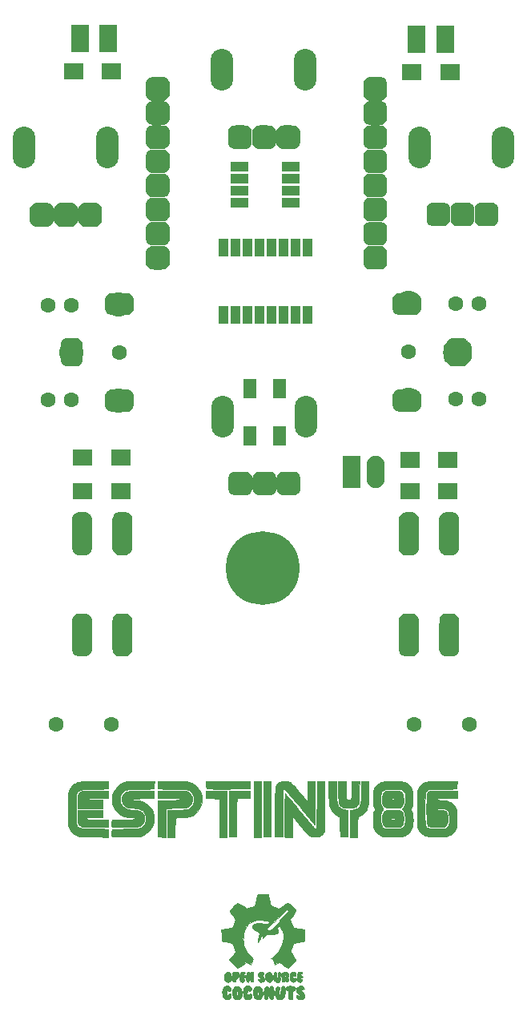
<source format=gbr>
G04 #@! TF.FileFunction,Soldermask,Top*
%FSLAX46Y46*%
G04 Gerber Fmt 4.6, Leading zero omitted, Abs format (unit mm)*
G04 Created by KiCad (PCBNEW 4.0.7-e0-6372~58~ubuntu16.04.1) date Fri Aug 17 11:57:39 2018*
%MOMM*%
%LPD*%
G01*
G04 APERTURE LIST*
%ADD10C,0.100000*%
%ADD11C,0.010000*%
%ADD12R,1.400000X2.000000*%
%ADD13R,1.900000X3.000000*%
%ADD14R,1.910000X3.410000*%
%ADD15O,1.910000X3.410000*%
%ADD16C,2.581860*%
%ADD17C,1.600000*%
%ADD18O,2.400000X4.400000*%
%ADD19R,1.000000X1.900000*%
%ADD20R,1.950000X1.000000*%
%ADD21R,2.020000X1.720000*%
%ADD22C,7.800000*%
G04 APERTURE END LIST*
D10*
D11*
G36*
X87376817Y-143431476D02*
X87480080Y-143289616D01*
X87627456Y-143190743D01*
X87795570Y-143154400D01*
X87927723Y-143169817D01*
X88024857Y-143230399D01*
X88074818Y-143284467D01*
X88143824Y-143380590D01*
X88157079Y-143451204D01*
X88139312Y-143498525D01*
X88060468Y-143591866D01*
X87972916Y-143603025D01*
X87885443Y-143531701D01*
X87829667Y-143466379D01*
X87798979Y-143466381D01*
X87780678Y-143503456D01*
X87785276Y-143563470D01*
X87842636Y-143649759D01*
X87960124Y-143772808D01*
X87989718Y-143801082D01*
X88136622Y-143957272D01*
X88214346Y-144090552D01*
X88228327Y-144218016D01*
X88184006Y-144356759D01*
X88173359Y-144378248D01*
X88072096Y-144503411D01*
X87934156Y-144580588D01*
X87777951Y-144611706D01*
X87621896Y-144598692D01*
X87484402Y-144543472D01*
X87383884Y-144447974D01*
X87338754Y-144314124D01*
X87337900Y-144290816D01*
X87345126Y-144201824D01*
X87382704Y-144176175D01*
X87454317Y-144187963D01*
X87588778Y-144216946D01*
X87662426Y-144223146D01*
X87695909Y-144206862D01*
X87703629Y-144191566D01*
X87681713Y-144143244D01*
X87608464Y-144078021D01*
X87588768Y-144064566D01*
X87434071Y-143917171D01*
X87351383Y-143726689D01*
X87337900Y-143596769D01*
X87376817Y-143431476D01*
X87376817Y-143431476D01*
G37*
X87376817Y-143431476D02*
X87480080Y-143289616D01*
X87627456Y-143190743D01*
X87795570Y-143154400D01*
X87927723Y-143169817D01*
X88024857Y-143230399D01*
X88074818Y-143284467D01*
X88143824Y-143380590D01*
X88157079Y-143451204D01*
X88139312Y-143498525D01*
X88060468Y-143591866D01*
X87972916Y-143603025D01*
X87885443Y-143531701D01*
X87829667Y-143466379D01*
X87798979Y-143466381D01*
X87780678Y-143503456D01*
X87785276Y-143563470D01*
X87842636Y-143649759D01*
X87960124Y-143772808D01*
X87989718Y-143801082D01*
X88136622Y-143957272D01*
X88214346Y-144090552D01*
X88228327Y-144218016D01*
X88184006Y-144356759D01*
X88173359Y-144378248D01*
X88072096Y-144503411D01*
X87934156Y-144580588D01*
X87777951Y-144611706D01*
X87621896Y-144598692D01*
X87484402Y-144543472D01*
X87383884Y-144447974D01*
X87338754Y-144314124D01*
X87337900Y-144290816D01*
X87345126Y-144201824D01*
X87382704Y-144176175D01*
X87454317Y-144187963D01*
X87588778Y-144216946D01*
X87662426Y-144223146D01*
X87695909Y-144206862D01*
X87703629Y-144191566D01*
X87681713Y-144143244D01*
X87608464Y-144078021D01*
X87588768Y-144064566D01*
X87434071Y-143917171D01*
X87351383Y-143726689D01*
X87337900Y-143596769D01*
X87376817Y-143431476D01*
G36*
X79939016Y-137144198D02*
X80143830Y-137107111D01*
X80321823Y-137074015D01*
X80454415Y-137048426D01*
X80523029Y-137033855D01*
X80524298Y-137033519D01*
X80566654Y-136989193D01*
X80630385Y-136883008D01*
X80706089Y-136731983D01*
X80768280Y-136591917D01*
X80946697Y-136168065D01*
X80645615Y-135737961D01*
X80527938Y-135567759D01*
X80427877Y-135419107D01*
X80355770Y-135307637D01*
X80321957Y-135248980D01*
X80321570Y-135248012D01*
X80342361Y-135201381D01*
X80411037Y-135110036D01*
X80514474Y-134987971D01*
X80639548Y-134849179D01*
X80773135Y-134707652D01*
X80902112Y-134577385D01*
X81013356Y-134472369D01*
X81093742Y-134406599D01*
X81124952Y-134391400D01*
X81170356Y-134413682D01*
X81272142Y-134474805D01*
X81416552Y-134566187D01*
X81589829Y-134679246D01*
X81644949Y-134715817D01*
X82132055Y-135040233D01*
X82533497Y-134881346D01*
X82703980Y-134811303D01*
X82843268Y-134749251D01*
X82933455Y-134703446D01*
X82957576Y-134685830D01*
X82973687Y-134632456D01*
X83001532Y-134512766D01*
X83037400Y-134343690D01*
X83077580Y-134142157D01*
X83083639Y-134110752D01*
X83125159Y-133905817D01*
X83164643Y-133730927D01*
X83197975Y-133603023D01*
X83221039Y-133539045D01*
X83223294Y-133536072D01*
X83276942Y-133523549D01*
X83398405Y-133514711D01*
X83570884Y-133510236D01*
X83777582Y-133510802D01*
X83827629Y-133511704D01*
X84395734Y-133523566D01*
X84505261Y-134077378D01*
X84547925Y-134286147D01*
X84587280Y-134466089D01*
X84619423Y-134600222D01*
X84640452Y-134671568D01*
X84642991Y-134676824D01*
X84692314Y-134710922D01*
X84802478Y-134766050D01*
X84955078Y-134833427D01*
X85067403Y-134879274D01*
X85463612Y-135036091D01*
X85915252Y-134733073D01*
X86091386Y-134616321D01*
X86246303Y-134516264D01*
X86364295Y-134442865D01*
X86429658Y-134406085D01*
X86432845Y-134404747D01*
X86491361Y-134420232D01*
X86596361Y-134495771D01*
X86750396Y-134633407D01*
X86897183Y-134776166D01*
X87044625Y-134925636D01*
X87167406Y-135055136D01*
X87254333Y-135152481D01*
X87294216Y-135205487D01*
X87295567Y-135209882D01*
X87272477Y-135257152D01*
X87209671Y-135358161D01*
X87116845Y-135497895D01*
X87008005Y-135655218D01*
X86891696Y-135820981D01*
X86791593Y-135964763D01*
X86718842Y-136070478D01*
X86685487Y-136120560D01*
X86685975Y-136184129D01*
X86718054Y-136302153D01*
X86773068Y-136454599D01*
X86842358Y-136621433D01*
X86917268Y-136782625D01*
X86989139Y-136918139D01*
X87049315Y-137007944D01*
X87079745Y-137032856D01*
X87145967Y-137047127D01*
X87276874Y-137072531D01*
X87453769Y-137105520D01*
X87657952Y-137142552D01*
X87665984Y-137143989D01*
X88184567Y-137236708D01*
X88184567Y-137826216D01*
X88182299Y-138080452D01*
X88174976Y-138259033D01*
X88161822Y-138370864D01*
X88142058Y-138424848D01*
X88131650Y-138432397D01*
X88071358Y-138445920D01*
X87945778Y-138470565D01*
X87773024Y-138502878D01*
X87571210Y-138539404D01*
X87562703Y-138540919D01*
X87046672Y-138632767D01*
X86895314Y-138994340D01*
X86807592Y-139204015D01*
X86751595Y-139356354D01*
X86729543Y-139473379D01*
X86743656Y-139577114D01*
X86796151Y-139689580D01*
X86889249Y-139832802D01*
X86995184Y-139985376D01*
X87110059Y-140154986D01*
X87204652Y-140301857D01*
X87269580Y-140410898D01*
X87295460Y-140467018D01*
X87295567Y-140468500D01*
X87265979Y-140514087D01*
X87184955Y-140604089D01*
X87064109Y-140726409D01*
X86915052Y-140868952D01*
X86879161Y-140902254D01*
X86462755Y-141286491D01*
X86021911Y-140992855D01*
X85849181Y-140880643D01*
X85698777Y-140788206D01*
X85586176Y-140724695D01*
X85526856Y-140699261D01*
X85525105Y-140699143D01*
X85458367Y-140719331D01*
X85350048Y-140770928D01*
X85281032Y-140809307D01*
X85092920Y-140919548D01*
X84968906Y-140646040D01*
X84881997Y-140449732D01*
X84831170Y-140312870D01*
X84816104Y-140218461D01*
X84836477Y-140149510D01*
X84891970Y-140089023D01*
X84957433Y-140038257D01*
X85207809Y-139813650D01*
X85445387Y-139526886D01*
X85655761Y-139200457D01*
X85824522Y-138856858D01*
X85937264Y-138518583D01*
X85941112Y-138502473D01*
X85984563Y-138226121D01*
X85994351Y-137934970D01*
X85971362Y-137659184D01*
X85916481Y-137428929D01*
X85909008Y-137408887D01*
X85847079Y-137276274D01*
X85764783Y-137134071D01*
X85675852Y-137002224D01*
X85594019Y-136900679D01*
X85533015Y-136849381D01*
X85521971Y-136846733D01*
X85478959Y-136877540D01*
X85412577Y-136953446D01*
X85399083Y-136971269D01*
X85340864Y-137059298D01*
X85332205Y-137123123D01*
X85369308Y-137204280D01*
X85376603Y-137217065D01*
X85425033Y-137370525D01*
X85392495Y-137508627D01*
X85282632Y-137619073D01*
X85252370Y-137636413D01*
X85136016Y-137676777D01*
X84959045Y-137705302D01*
X84710740Y-137723585D01*
X84649734Y-137726226D01*
X84504636Y-137731915D01*
X84504636Y-137303996D01*
X84552630Y-137297105D01*
X84601777Y-137280019D01*
X84659015Y-137246371D01*
X84731280Y-137189790D01*
X84825510Y-137103906D01*
X84948643Y-136982351D01*
X85107614Y-136818754D01*
X85309362Y-136606746D01*
X85560823Y-136339958D01*
X85600203Y-136298073D01*
X86533775Y-135304913D01*
X86417254Y-135211583D01*
X86300734Y-135118253D01*
X85475234Y-135926562D01*
X85243882Y-136153006D01*
X85020067Y-136371908D01*
X84814629Y-136572677D01*
X84638406Y-136744726D01*
X84502241Y-136877463D01*
X84423934Y-136953562D01*
X84309755Y-137066728D01*
X84248916Y-137138770D01*
X84232715Y-137186180D01*
X84252448Y-137225445D01*
X84270387Y-137244506D01*
X84380703Y-137299393D01*
X84504636Y-137303996D01*
X84504636Y-137731915D01*
X84184067Y-137744487D01*
X83977537Y-137941193D01*
X83771007Y-138137900D01*
X83795574Y-138005255D01*
X83823084Y-137869813D01*
X83847943Y-137761839D01*
X83862034Y-137671943D01*
X83840052Y-137658468D01*
X83782108Y-137721289D01*
X83688312Y-137860280D01*
X83558775Y-138075317D01*
X83533419Y-138119059D01*
X83431327Y-138293405D01*
X83344886Y-138436132D01*
X83282387Y-138533911D01*
X83252120Y-138573409D01*
X83250861Y-138573472D01*
X83254181Y-138529547D01*
X83272987Y-138420120D01*
X83304111Y-138262272D01*
X83339534Y-138095230D01*
X83380438Y-137904201D01*
X83413668Y-137742077D01*
X83435458Y-137627683D01*
X83442175Y-137581951D01*
X83407579Y-137539526D01*
X83316548Y-137477432D01*
X83209804Y-137419796D01*
X83051313Y-137330213D01*
X82898718Y-137224707D01*
X82825908Y-137163682D01*
X82712202Y-137019340D01*
X82680759Y-136882150D01*
X82731316Y-136757522D01*
X82850567Y-136658292D01*
X82934182Y-136617466D01*
X83030612Y-136591522D01*
X83160881Y-136577384D01*
X83346013Y-136571975D01*
X83443234Y-136571566D01*
X83656158Y-136574643D01*
X83862598Y-136582905D01*
X84032023Y-136594904D01*
X84099400Y-136602722D01*
X84227975Y-136617670D01*
X84305894Y-136607113D01*
X84365798Y-136560713D01*
X84412875Y-136503441D01*
X84466471Y-136425548D01*
X84477592Y-136370010D01*
X84436522Y-136328852D01*
X84333547Y-136294104D01*
X84158952Y-136257791D01*
X84100503Y-136247088D01*
X83628806Y-136192201D01*
X83205469Y-136205919D01*
X82831924Y-136287167D01*
X82509600Y-136434868D01*
X82239928Y-136647947D01*
X82024339Y-136925329D01*
X81864262Y-137265937D01*
X81761129Y-137668697D01*
X81720487Y-138036667D01*
X81711636Y-138288160D01*
X81718539Y-138488663D01*
X81743359Y-138670756D01*
X81771086Y-138798667D01*
X81903679Y-139209679D01*
X82089113Y-139574524D01*
X82320808Y-139882499D01*
X82579412Y-140113827D01*
X82675461Y-140186416D01*
X82730471Y-140248997D01*
X82745838Y-140320930D01*
X82722961Y-140421576D01*
X82663235Y-140570296D01*
X82619531Y-140669774D01*
X82513112Y-140910407D01*
X82282308Y-140797211D01*
X82051505Y-140684014D01*
X81580468Y-140995465D01*
X81109432Y-141306916D01*
X80267232Y-140464716D01*
X80585233Y-140008251D01*
X80703483Y-139836390D01*
X80801820Y-139689430D01*
X80871171Y-139581233D01*
X80902463Y-139525659D01*
X80903358Y-139522176D01*
X80888229Y-139473205D01*
X80847144Y-139363328D01*
X80786720Y-139209793D01*
X80726957Y-139062376D01*
X80550432Y-138632186D01*
X80144750Y-138560612D01*
X79950188Y-138525965D01*
X79770392Y-138493383D01*
X79633109Y-138467918D01*
X79590900Y-138459793D01*
X79442734Y-138430546D01*
X79431016Y-137833836D01*
X79419299Y-137237126D01*
X79939016Y-137144198D01*
X79939016Y-137144198D01*
G37*
X79939016Y-137144198D02*
X80143830Y-137107111D01*
X80321823Y-137074015D01*
X80454415Y-137048426D01*
X80523029Y-137033855D01*
X80524298Y-137033519D01*
X80566654Y-136989193D01*
X80630385Y-136883008D01*
X80706089Y-136731983D01*
X80768280Y-136591917D01*
X80946697Y-136168065D01*
X80645615Y-135737961D01*
X80527938Y-135567759D01*
X80427877Y-135419107D01*
X80355770Y-135307637D01*
X80321957Y-135248980D01*
X80321570Y-135248012D01*
X80342361Y-135201381D01*
X80411037Y-135110036D01*
X80514474Y-134987971D01*
X80639548Y-134849179D01*
X80773135Y-134707652D01*
X80902112Y-134577385D01*
X81013356Y-134472369D01*
X81093742Y-134406599D01*
X81124952Y-134391400D01*
X81170356Y-134413682D01*
X81272142Y-134474805D01*
X81416552Y-134566187D01*
X81589829Y-134679246D01*
X81644949Y-134715817D01*
X82132055Y-135040233D01*
X82533497Y-134881346D01*
X82703980Y-134811303D01*
X82843268Y-134749251D01*
X82933455Y-134703446D01*
X82957576Y-134685830D01*
X82973687Y-134632456D01*
X83001532Y-134512766D01*
X83037400Y-134343690D01*
X83077580Y-134142157D01*
X83083639Y-134110752D01*
X83125159Y-133905817D01*
X83164643Y-133730927D01*
X83197975Y-133603023D01*
X83221039Y-133539045D01*
X83223294Y-133536072D01*
X83276942Y-133523549D01*
X83398405Y-133514711D01*
X83570884Y-133510236D01*
X83777582Y-133510802D01*
X83827629Y-133511704D01*
X84395734Y-133523566D01*
X84505261Y-134077378D01*
X84547925Y-134286147D01*
X84587280Y-134466089D01*
X84619423Y-134600222D01*
X84640452Y-134671568D01*
X84642991Y-134676824D01*
X84692314Y-134710922D01*
X84802478Y-134766050D01*
X84955078Y-134833427D01*
X85067403Y-134879274D01*
X85463612Y-135036091D01*
X85915252Y-134733073D01*
X86091386Y-134616321D01*
X86246303Y-134516264D01*
X86364295Y-134442865D01*
X86429658Y-134406085D01*
X86432845Y-134404747D01*
X86491361Y-134420232D01*
X86596361Y-134495771D01*
X86750396Y-134633407D01*
X86897183Y-134776166D01*
X87044625Y-134925636D01*
X87167406Y-135055136D01*
X87254333Y-135152481D01*
X87294216Y-135205487D01*
X87295567Y-135209882D01*
X87272477Y-135257152D01*
X87209671Y-135358161D01*
X87116845Y-135497895D01*
X87008005Y-135655218D01*
X86891696Y-135820981D01*
X86791593Y-135964763D01*
X86718842Y-136070478D01*
X86685487Y-136120560D01*
X86685975Y-136184129D01*
X86718054Y-136302153D01*
X86773068Y-136454599D01*
X86842358Y-136621433D01*
X86917268Y-136782625D01*
X86989139Y-136918139D01*
X87049315Y-137007944D01*
X87079745Y-137032856D01*
X87145967Y-137047127D01*
X87276874Y-137072531D01*
X87453769Y-137105520D01*
X87657952Y-137142552D01*
X87665984Y-137143989D01*
X88184567Y-137236708D01*
X88184567Y-137826216D01*
X88182299Y-138080452D01*
X88174976Y-138259033D01*
X88161822Y-138370864D01*
X88142058Y-138424848D01*
X88131650Y-138432397D01*
X88071358Y-138445920D01*
X87945778Y-138470565D01*
X87773024Y-138502878D01*
X87571210Y-138539404D01*
X87562703Y-138540919D01*
X87046672Y-138632767D01*
X86895314Y-138994340D01*
X86807592Y-139204015D01*
X86751595Y-139356354D01*
X86729543Y-139473379D01*
X86743656Y-139577114D01*
X86796151Y-139689580D01*
X86889249Y-139832802D01*
X86995184Y-139985376D01*
X87110059Y-140154986D01*
X87204652Y-140301857D01*
X87269580Y-140410898D01*
X87295460Y-140467018D01*
X87295567Y-140468500D01*
X87265979Y-140514087D01*
X87184955Y-140604089D01*
X87064109Y-140726409D01*
X86915052Y-140868952D01*
X86879161Y-140902254D01*
X86462755Y-141286491D01*
X86021911Y-140992855D01*
X85849181Y-140880643D01*
X85698777Y-140788206D01*
X85586176Y-140724695D01*
X85526856Y-140699261D01*
X85525105Y-140699143D01*
X85458367Y-140719331D01*
X85350048Y-140770928D01*
X85281032Y-140809307D01*
X85092920Y-140919548D01*
X84968906Y-140646040D01*
X84881997Y-140449732D01*
X84831170Y-140312870D01*
X84816104Y-140218461D01*
X84836477Y-140149510D01*
X84891970Y-140089023D01*
X84957433Y-140038257D01*
X85207809Y-139813650D01*
X85445387Y-139526886D01*
X85655761Y-139200457D01*
X85824522Y-138856858D01*
X85937264Y-138518583D01*
X85941112Y-138502473D01*
X85984563Y-138226121D01*
X85994351Y-137934970D01*
X85971362Y-137659184D01*
X85916481Y-137428929D01*
X85909008Y-137408887D01*
X85847079Y-137276274D01*
X85764783Y-137134071D01*
X85675852Y-137002224D01*
X85594019Y-136900679D01*
X85533015Y-136849381D01*
X85521971Y-136846733D01*
X85478959Y-136877540D01*
X85412577Y-136953446D01*
X85399083Y-136971269D01*
X85340864Y-137059298D01*
X85332205Y-137123123D01*
X85369308Y-137204280D01*
X85376603Y-137217065D01*
X85425033Y-137370525D01*
X85392495Y-137508627D01*
X85282632Y-137619073D01*
X85252370Y-137636413D01*
X85136016Y-137676777D01*
X84959045Y-137705302D01*
X84710740Y-137723585D01*
X84649734Y-137726226D01*
X84504636Y-137731915D01*
X84504636Y-137303996D01*
X84552630Y-137297105D01*
X84601777Y-137280019D01*
X84659015Y-137246371D01*
X84731280Y-137189790D01*
X84825510Y-137103906D01*
X84948643Y-136982351D01*
X85107614Y-136818754D01*
X85309362Y-136606746D01*
X85560823Y-136339958D01*
X85600203Y-136298073D01*
X86533775Y-135304913D01*
X86417254Y-135211583D01*
X86300734Y-135118253D01*
X85475234Y-135926562D01*
X85243882Y-136153006D01*
X85020067Y-136371908D01*
X84814629Y-136572677D01*
X84638406Y-136744726D01*
X84502241Y-136877463D01*
X84423934Y-136953562D01*
X84309755Y-137066728D01*
X84248916Y-137138770D01*
X84232715Y-137186180D01*
X84252448Y-137225445D01*
X84270387Y-137244506D01*
X84380703Y-137299393D01*
X84504636Y-137303996D01*
X84504636Y-137731915D01*
X84184067Y-137744487D01*
X83977537Y-137941193D01*
X83771007Y-138137900D01*
X83795574Y-138005255D01*
X83823084Y-137869813D01*
X83847943Y-137761839D01*
X83862034Y-137671943D01*
X83840052Y-137658468D01*
X83782108Y-137721289D01*
X83688312Y-137860280D01*
X83558775Y-138075317D01*
X83533419Y-138119059D01*
X83431327Y-138293405D01*
X83344886Y-138436132D01*
X83282387Y-138533911D01*
X83252120Y-138573409D01*
X83250861Y-138573472D01*
X83254181Y-138529547D01*
X83272987Y-138420120D01*
X83304111Y-138262272D01*
X83339534Y-138095230D01*
X83380438Y-137904201D01*
X83413668Y-137742077D01*
X83435458Y-137627683D01*
X83442175Y-137581951D01*
X83407579Y-137539526D01*
X83316548Y-137477432D01*
X83209804Y-137419796D01*
X83051313Y-137330213D01*
X82898718Y-137224707D01*
X82825908Y-137163682D01*
X82712202Y-137019340D01*
X82680759Y-136882150D01*
X82731316Y-136757522D01*
X82850567Y-136658292D01*
X82934182Y-136617466D01*
X83030612Y-136591522D01*
X83160881Y-136577384D01*
X83346013Y-136571975D01*
X83443234Y-136571566D01*
X83656158Y-136574643D01*
X83862598Y-136582905D01*
X84032023Y-136594904D01*
X84099400Y-136602722D01*
X84227975Y-136617670D01*
X84305894Y-136607113D01*
X84365798Y-136560713D01*
X84412875Y-136503441D01*
X84466471Y-136425548D01*
X84477592Y-136370010D01*
X84436522Y-136328852D01*
X84333547Y-136294104D01*
X84158952Y-136257791D01*
X84100503Y-136247088D01*
X83628806Y-136192201D01*
X83205469Y-136205919D01*
X82831924Y-136287167D01*
X82509600Y-136434868D01*
X82239928Y-136647947D01*
X82024339Y-136925329D01*
X81864262Y-137265937D01*
X81761129Y-137668697D01*
X81720487Y-138036667D01*
X81711636Y-138288160D01*
X81718539Y-138488663D01*
X81743359Y-138670756D01*
X81771086Y-138798667D01*
X81903679Y-139209679D01*
X82089113Y-139574524D01*
X82320808Y-139882499D01*
X82579412Y-140113827D01*
X82675461Y-140186416D01*
X82730471Y-140248997D01*
X82745838Y-140320930D01*
X82722961Y-140421576D01*
X82663235Y-140570296D01*
X82619531Y-140669774D01*
X82513112Y-140910407D01*
X82282308Y-140797211D01*
X82051505Y-140684014D01*
X81580468Y-140995465D01*
X81109432Y-141306916D01*
X80267232Y-140464716D01*
X80585233Y-140008251D01*
X80703483Y-139836390D01*
X80801820Y-139689430D01*
X80871171Y-139581233D01*
X80902463Y-139525659D01*
X80903358Y-139522176D01*
X80888229Y-139473205D01*
X80847144Y-139363328D01*
X80786720Y-139209793D01*
X80726957Y-139062376D01*
X80550432Y-138632186D01*
X80144750Y-138560612D01*
X79950188Y-138525965D01*
X79770392Y-138493383D01*
X79633109Y-138467918D01*
X79590900Y-138459793D01*
X79442734Y-138430546D01*
X79431016Y-137833836D01*
X79419299Y-137237126D01*
X79939016Y-137144198D01*
G36*
X87428903Y-142183749D02*
X87439986Y-142009969D01*
X87457032Y-141867756D01*
X87477087Y-141778884D01*
X87486067Y-141762326D01*
X87550466Y-141735632D01*
X87666962Y-141714223D01*
X87740067Y-141707341D01*
X87866220Y-141703161D01*
X87929323Y-141716247D01*
X87950378Y-141753665D01*
X87951734Y-141778566D01*
X87916142Y-141860473D01*
X87856484Y-141905022D01*
X87775263Y-141963222D01*
X87774216Y-142019597D01*
X87851119Y-142057439D01*
X87877288Y-142061505D01*
X87974646Y-142099914D01*
X88007527Y-142171650D01*
X87966149Y-142255216D01*
X87965669Y-142255698D01*
X87890589Y-142301595D01*
X87858600Y-142307733D01*
X87808884Y-142332651D01*
X87811552Y-142386029D01*
X87859782Y-142435804D01*
X87888234Y-142446999D01*
X87957345Y-142493195D01*
X87965752Y-142565933D01*
X87924907Y-142647470D01*
X87846265Y-142720061D01*
X87741280Y-142765960D01*
X87677543Y-142773400D01*
X87565875Y-142753386D01*
X87489511Y-142686995D01*
X87444435Y-142564700D01*
X87426630Y-142376977D01*
X87428903Y-142183749D01*
X87428903Y-142183749D01*
G37*
X87428903Y-142183749D02*
X87439986Y-142009969D01*
X87457032Y-141867756D01*
X87477087Y-141778884D01*
X87486067Y-141762326D01*
X87550466Y-141735632D01*
X87666962Y-141714223D01*
X87740067Y-141707341D01*
X87866220Y-141703161D01*
X87929323Y-141716247D01*
X87950378Y-141753665D01*
X87951734Y-141778566D01*
X87916142Y-141860473D01*
X87856484Y-141905022D01*
X87775263Y-141963222D01*
X87774216Y-142019597D01*
X87851119Y-142057439D01*
X87877288Y-142061505D01*
X87974646Y-142099914D01*
X88007527Y-142171650D01*
X87966149Y-142255216D01*
X87965669Y-142255698D01*
X87890589Y-142301595D01*
X87858600Y-142307733D01*
X87808884Y-142332651D01*
X87811552Y-142386029D01*
X87859782Y-142435804D01*
X87888234Y-142446999D01*
X87957345Y-142493195D01*
X87965752Y-142565933D01*
X87924907Y-142647470D01*
X87846265Y-142720061D01*
X87741280Y-142765960D01*
X87677543Y-142773400D01*
X87565875Y-142753386D01*
X87489511Y-142686995D01*
X87444435Y-142564700D01*
X87426630Y-142376977D01*
X87428903Y-142183749D01*
G36*
X86656984Y-142121159D02*
X86697100Y-141909087D01*
X86776782Y-141766397D01*
X86897816Y-141689463D01*
X87015880Y-141672733D01*
X87132517Y-141704904D01*
X87225142Y-141786022D01*
X87281543Y-141892994D01*
X87289504Y-142002726D01*
X87237433Y-142091613D01*
X87159636Y-142118412D01*
X87081131Y-142099112D01*
X87041262Y-142044323D01*
X87040919Y-142038621D01*
X87031087Y-142005484D01*
X87009235Y-142032812D01*
X86983993Y-142098957D01*
X86963989Y-142182272D01*
X86957548Y-142247761D01*
X86967462Y-142365220D01*
X87005317Y-142407507D01*
X87080936Y-142382159D01*
X87109592Y-142364375D01*
X87217987Y-142322518D01*
X87295501Y-142344765D01*
X87335154Y-142413995D01*
X87329968Y-142513089D01*
X87272961Y-142624928D01*
X87233991Y-142669491D01*
X87129465Y-142742294D01*
X87021395Y-142773378D01*
X87019068Y-142773400D01*
X86899681Y-142737132D01*
X86781964Y-142645612D01*
X86691646Y-142524763D01*
X86654650Y-142406240D01*
X86656984Y-142121159D01*
X86656984Y-142121159D01*
G37*
X86656984Y-142121159D02*
X86697100Y-141909087D01*
X86776782Y-141766397D01*
X86897816Y-141689463D01*
X87015880Y-141672733D01*
X87132517Y-141704904D01*
X87225142Y-141786022D01*
X87281543Y-141892994D01*
X87289504Y-142002726D01*
X87237433Y-142091613D01*
X87159636Y-142118412D01*
X87081131Y-142099112D01*
X87041262Y-142044323D01*
X87040919Y-142038621D01*
X87031087Y-142005484D01*
X87009235Y-142032812D01*
X86983993Y-142098957D01*
X86963989Y-142182272D01*
X86957548Y-142247761D01*
X86967462Y-142365220D01*
X87005317Y-142407507D01*
X87080936Y-142382159D01*
X87109592Y-142364375D01*
X87217987Y-142322518D01*
X87295501Y-142344765D01*
X87335154Y-142413995D01*
X87329968Y-142513089D01*
X87272961Y-142624928D01*
X87233991Y-142669491D01*
X87129465Y-142742294D01*
X87021395Y-142773378D01*
X87019068Y-142773400D01*
X86899681Y-142737132D01*
X86781964Y-142645612D01*
X86691646Y-142524763D01*
X86654650Y-142406240D01*
X86656984Y-142121159D01*
G36*
X86263990Y-143331704D02*
X86329927Y-143268042D01*
X86495444Y-143202986D01*
X86695651Y-143179156D01*
X86900629Y-143195020D01*
X87080457Y-143249045D01*
X87178466Y-143311525D01*
X87241082Y-143410760D01*
X87244952Y-143519779D01*
X87190833Y-143605982D01*
X87171350Y-143618577D01*
X87074155Y-143654902D01*
X87023181Y-143662400D01*
X86992151Y-143674438D01*
X86973000Y-143720344D01*
X86963535Y-143814804D01*
X86961562Y-143972504D01*
X86962538Y-144068334D01*
X86963013Y-144263472D01*
X86955912Y-144393223D01*
X86938214Y-144476747D01*
X86906896Y-144533201D01*
X86885448Y-144557000D01*
X86804716Y-144613401D01*
X86714342Y-144605601D01*
X86691883Y-144597592D01*
X86592214Y-144540934D01*
X86530127Y-144452401D01*
X86500806Y-144317202D01*
X86499431Y-144120550D01*
X86505351Y-144025046D01*
X86530765Y-143683566D01*
X86394583Y-143620066D01*
X86284846Y-143537166D01*
X86240018Y-143433983D01*
X86263990Y-143331704D01*
X86263990Y-143331704D01*
G37*
X86263990Y-143331704D02*
X86329927Y-143268042D01*
X86495444Y-143202986D01*
X86695651Y-143179156D01*
X86900629Y-143195020D01*
X87080457Y-143249045D01*
X87178466Y-143311525D01*
X87241082Y-143410760D01*
X87244952Y-143519779D01*
X87190833Y-143605982D01*
X87171350Y-143618577D01*
X87074155Y-143654902D01*
X87023181Y-143662400D01*
X86992151Y-143674438D01*
X86973000Y-143720344D01*
X86963535Y-143814804D01*
X86961562Y-143972504D01*
X86962538Y-144068334D01*
X86963013Y-144263472D01*
X86955912Y-144393223D01*
X86938214Y-144476747D01*
X86906896Y-144533201D01*
X86885448Y-144557000D01*
X86804716Y-144613401D01*
X86714342Y-144605601D01*
X86691883Y-144597592D01*
X86592214Y-144540934D01*
X86530127Y-144452401D01*
X86500806Y-144317202D01*
X86499431Y-144120550D01*
X86505351Y-144025046D01*
X86530765Y-143683566D01*
X86394583Y-143620066D01*
X86284846Y-143537166D01*
X86240018Y-143433983D01*
X86263990Y-143331704D01*
G36*
X85814548Y-142296343D02*
X85817801Y-142109575D01*
X85826050Y-141952595D01*
X85837909Y-141845964D01*
X85847160Y-141812965D01*
X85920893Y-141753869D01*
X86043242Y-141703377D01*
X86178299Y-141674967D01*
X86220747Y-141672733D01*
X86351298Y-141710233D01*
X86453384Y-141807390D01*
X86516819Y-141941193D01*
X86531419Y-142088631D01*
X86487000Y-142226691D01*
X86474297Y-142245608D01*
X86436614Y-142319831D01*
X86459951Y-142389908D01*
X86474297Y-142411285D01*
X86526927Y-142534841D01*
X86519403Y-142649574D01*
X86453615Y-142728529D01*
X86451967Y-142729425D01*
X86339620Y-142753435D01*
X86248951Y-142708677D01*
X86219020Y-142659998D01*
X86192227Y-142625259D01*
X86148658Y-142653921D01*
X86146161Y-142656836D01*
X86146161Y-142200907D01*
X86175143Y-142179563D01*
X86223539Y-142104995D01*
X86197644Y-142040767D01*
X86160504Y-142021101D01*
X86122249Y-142043534D01*
X86110234Y-142118889D01*
X86116915Y-142195554D01*
X86146161Y-142200907D01*
X86146161Y-142656836D01*
X86117056Y-142690820D01*
X86035557Y-142759000D01*
X85936379Y-142760085D01*
X85926876Y-142757809D01*
X85813900Y-142729453D01*
X85814548Y-142296343D01*
X85814548Y-142296343D01*
G37*
X85814548Y-142296343D02*
X85817801Y-142109575D01*
X85826050Y-141952595D01*
X85837909Y-141845964D01*
X85847160Y-141812965D01*
X85920893Y-141753869D01*
X86043242Y-141703377D01*
X86178299Y-141674967D01*
X86220747Y-141672733D01*
X86351298Y-141710233D01*
X86453384Y-141807390D01*
X86516819Y-141941193D01*
X86531419Y-142088631D01*
X86487000Y-142226691D01*
X86474297Y-142245608D01*
X86436614Y-142319831D01*
X86459951Y-142389908D01*
X86474297Y-142411285D01*
X86526927Y-142534841D01*
X86519403Y-142649574D01*
X86453615Y-142728529D01*
X86451967Y-142729425D01*
X86339620Y-142753435D01*
X86248951Y-142708677D01*
X86219020Y-142659998D01*
X86192227Y-142625259D01*
X86148658Y-142653921D01*
X86146161Y-142656836D01*
X86146161Y-142200907D01*
X86175143Y-142179563D01*
X86223539Y-142104995D01*
X86197644Y-142040767D01*
X86160504Y-142021101D01*
X86122249Y-142043534D01*
X86110234Y-142118889D01*
X86116915Y-142195554D01*
X86146161Y-142200907D01*
X86146161Y-142656836D01*
X86117056Y-142690820D01*
X86035557Y-142759000D01*
X85936379Y-142760085D01*
X85926876Y-142757809D01*
X85813900Y-142729453D01*
X85814548Y-142296343D01*
G36*
X85107750Y-143625280D02*
X85148867Y-143414544D01*
X85218434Y-143278581D01*
X85307011Y-143217547D01*
X85409294Y-143218922D01*
X85486867Y-143274219D01*
X85531150Y-143325755D01*
X85551926Y-143382626D01*
X85551532Y-143468669D01*
X85532305Y-143607718D01*
X85524344Y-143656499D01*
X85498103Y-143863983D01*
X85501486Y-143998499D01*
X85535664Y-144066821D01*
X85596977Y-144076730D01*
X85632796Y-144052118D01*
X85659666Y-143984628D01*
X85681338Y-143859924D01*
X85699774Y-143683871D01*
X85728863Y-143450483D01*
X85767006Y-143294144D01*
X85801585Y-143229286D01*
X85872422Y-143167892D01*
X85937147Y-143167558D01*
X86020970Y-143231244D01*
X86048658Y-143258309D01*
X86109867Y-143333729D01*
X86140207Y-143421481D01*
X86148481Y-143552543D01*
X86147929Y-143607559D01*
X86138934Y-143780830D01*
X86121134Y-143950823D01*
X86108935Y-144026182D01*
X86038575Y-144287275D01*
X85943982Y-144470780D01*
X85820581Y-144581466D01*
X85663795Y-144624098D01*
X85541238Y-144617488D01*
X85382349Y-144572062D01*
X85255331Y-144476213D01*
X85223661Y-144441864D01*
X85161865Y-144366660D01*
X85123698Y-144297594D01*
X85103487Y-144211506D01*
X85095558Y-144085239D01*
X85094234Y-143913567D01*
X85107750Y-143625280D01*
X85107750Y-143625280D01*
G37*
X85107750Y-143625280D02*
X85148867Y-143414544D01*
X85218434Y-143278581D01*
X85307011Y-143217547D01*
X85409294Y-143218922D01*
X85486867Y-143274219D01*
X85531150Y-143325755D01*
X85551926Y-143382626D01*
X85551532Y-143468669D01*
X85532305Y-143607718D01*
X85524344Y-143656499D01*
X85498103Y-143863983D01*
X85501486Y-143998499D01*
X85535664Y-144066821D01*
X85596977Y-144076730D01*
X85632796Y-144052118D01*
X85659666Y-143984628D01*
X85681338Y-143859924D01*
X85699774Y-143683871D01*
X85728863Y-143450483D01*
X85767006Y-143294144D01*
X85801585Y-143229286D01*
X85872422Y-143167892D01*
X85937147Y-143167558D01*
X86020970Y-143231244D01*
X86048658Y-143258309D01*
X86109867Y-143333729D01*
X86140207Y-143421481D01*
X86148481Y-143552543D01*
X86147929Y-143607559D01*
X86138934Y-143780830D01*
X86121134Y-143950823D01*
X86108935Y-144026182D01*
X86038575Y-144287275D01*
X85943982Y-144470780D01*
X85820581Y-144581466D01*
X85663795Y-144624098D01*
X85541238Y-144617488D01*
X85382349Y-144572062D01*
X85255331Y-144476213D01*
X85223661Y-144441864D01*
X85161865Y-144366660D01*
X85123698Y-144297594D01*
X85103487Y-144211506D01*
X85095558Y-144085239D01*
X85094234Y-143913567D01*
X85107750Y-143625280D01*
G36*
X84929321Y-142044312D02*
X84945419Y-141920679D01*
X84977448Y-141836179D01*
X85006915Y-141793840D01*
X85075679Y-141727671D01*
X85135696Y-141725953D01*
X85165665Y-141741911D01*
X85207799Y-141782981D01*
X85228742Y-141852933D01*
X85232781Y-141973538D01*
X85229504Y-142066067D01*
X85230394Y-142231053D01*
X85248380Y-142337589D01*
X85279570Y-142378453D01*
X85320070Y-142346425D01*
X85348313Y-142286358D01*
X85375744Y-142170926D01*
X85389999Y-142026421D01*
X85390567Y-141995568D01*
X85408703Y-141832533D01*
X85458798Y-141726982D01*
X85534384Y-141689385D01*
X85574843Y-141697369D01*
X85648359Y-141761370D01*
X85705108Y-141868321D01*
X85723494Y-141976647D01*
X85722891Y-141982406D01*
X85713537Y-142058715D01*
X85701431Y-142159566D01*
X85667166Y-142350615D01*
X85615426Y-142527197D01*
X85555389Y-142660743D01*
X85527997Y-142699316D01*
X85421414Y-142761881D01*
X85279652Y-142774540D01*
X85134498Y-142739191D01*
X85028809Y-142669491D01*
X84975829Y-142607549D01*
X84944584Y-142537417D01*
X84929504Y-142435514D01*
X84925019Y-142278262D01*
X84924900Y-142229681D01*
X84929321Y-142044312D01*
X84929321Y-142044312D01*
G37*
X84929321Y-142044312D02*
X84945419Y-141920679D01*
X84977448Y-141836179D01*
X85006915Y-141793840D01*
X85075679Y-141727671D01*
X85135696Y-141725953D01*
X85165665Y-141741911D01*
X85207799Y-141782981D01*
X85228742Y-141852933D01*
X85232781Y-141973538D01*
X85229504Y-142066067D01*
X85230394Y-142231053D01*
X85248380Y-142337589D01*
X85279570Y-142378453D01*
X85320070Y-142346425D01*
X85348313Y-142286358D01*
X85375744Y-142170926D01*
X85389999Y-142026421D01*
X85390567Y-141995568D01*
X85408703Y-141832533D01*
X85458798Y-141726982D01*
X85534384Y-141689385D01*
X85574843Y-141697369D01*
X85648359Y-141761370D01*
X85705108Y-141868321D01*
X85723494Y-141976647D01*
X85722891Y-141982406D01*
X85713537Y-142058715D01*
X85701431Y-142159566D01*
X85667166Y-142350615D01*
X85615426Y-142527197D01*
X85555389Y-142660743D01*
X85527997Y-142699316D01*
X85421414Y-142761881D01*
X85279652Y-142774540D01*
X85134498Y-142739191D01*
X85028809Y-142669491D01*
X84975829Y-142607549D01*
X84944584Y-142537417D01*
X84929504Y-142435514D01*
X84925019Y-142278262D01*
X84924900Y-142229681D01*
X84929321Y-142044312D01*
G36*
X83915796Y-143893278D02*
X83922852Y-143681530D01*
X83931986Y-143537072D01*
X83946987Y-143442545D01*
X83971643Y-143380590D01*
X84009741Y-143333846D01*
X84044760Y-143302321D01*
X84163693Y-143231537D01*
X84267604Y-143240811D01*
X84361942Y-143331927D01*
X84414591Y-143423325D01*
X84501500Y-143598900D01*
X84501533Y-143441126D01*
X84518661Y-143314524D01*
X84580465Y-143233085D01*
X84604561Y-143215867D01*
X84722576Y-143178559D01*
X84829938Y-143210913D01*
X84895101Y-143295337D01*
X84914612Y-143389495D01*
X84929644Y-143543163D01*
X84939469Y-143731269D01*
X84943361Y-143928739D01*
X84940589Y-144110500D01*
X84930427Y-144251480D01*
X84924027Y-144291331D01*
X84875094Y-144459760D01*
X84809501Y-144554730D01*
X84718012Y-144587125D01*
X84674524Y-144585290D01*
X84600244Y-144558959D01*
X84533127Y-144487821D01*
X84522734Y-144469537D01*
X84522734Y-143662400D01*
X84543900Y-143641233D01*
X84522734Y-143620066D01*
X84501567Y-143641233D01*
X84522734Y-143662400D01*
X84522734Y-144469537D01*
X84457447Y-144354676D01*
X84450009Y-144339733D01*
X84334951Y-144106900D01*
X84333592Y-144268433D01*
X84310629Y-144449993D01*
X84245531Y-144558525D01*
X84141220Y-144593733D01*
X84047790Y-144576553D01*
X83981444Y-144518491D01*
X83939035Y-144409767D01*
X83917416Y-144240601D01*
X83913438Y-144001212D01*
X83915796Y-143893278D01*
X83915796Y-143893278D01*
G37*
X83915796Y-143893278D02*
X83922852Y-143681530D01*
X83931986Y-143537072D01*
X83946987Y-143442545D01*
X83971643Y-143380590D01*
X84009741Y-143333846D01*
X84044760Y-143302321D01*
X84163693Y-143231537D01*
X84267604Y-143240811D01*
X84361942Y-143331927D01*
X84414591Y-143423325D01*
X84501500Y-143598900D01*
X84501533Y-143441126D01*
X84518661Y-143314524D01*
X84580465Y-143233085D01*
X84604561Y-143215867D01*
X84722576Y-143178559D01*
X84829938Y-143210913D01*
X84895101Y-143295337D01*
X84914612Y-143389495D01*
X84929644Y-143543163D01*
X84939469Y-143731269D01*
X84943361Y-143928739D01*
X84940589Y-144110500D01*
X84930427Y-144251480D01*
X84924027Y-144291331D01*
X84875094Y-144459760D01*
X84809501Y-144554730D01*
X84718012Y-144587125D01*
X84674524Y-144585290D01*
X84600244Y-144558959D01*
X84533127Y-144487821D01*
X84522734Y-144469537D01*
X84522734Y-143662400D01*
X84543900Y-143641233D01*
X84522734Y-143620066D01*
X84501567Y-143641233D01*
X84522734Y-143662400D01*
X84522734Y-144469537D01*
X84457447Y-144354676D01*
X84450009Y-144339733D01*
X84334951Y-144106900D01*
X84333592Y-144268433D01*
X84310629Y-144449993D01*
X84245531Y-144558525D01*
X84141220Y-144593733D01*
X84047790Y-144576553D01*
X83981444Y-144518491D01*
X83939035Y-144409767D01*
X83917416Y-144240601D01*
X83913438Y-144001212D01*
X83915796Y-143893278D01*
G36*
X84079119Y-142014963D02*
X84146155Y-141849438D01*
X84259492Y-141752021D01*
X84371165Y-141722744D01*
X84534016Y-141739339D01*
X84659400Y-141827697D01*
X84751572Y-141991381D01*
X84775057Y-142061294D01*
X84810615Y-142187626D01*
X84832377Y-142277856D01*
X84835900Y-142304833D01*
X84824170Y-142358462D01*
X84801056Y-142458583D01*
X84796957Y-142476048D01*
X84723978Y-142640007D01*
X84607072Y-142739236D01*
X84461815Y-142769234D01*
X84424215Y-142758829D01*
X84424215Y-142418349D01*
X84473582Y-142406262D01*
X84474496Y-142405360D01*
X84497294Y-142337959D01*
X84498567Y-142230963D01*
X84478096Y-142126722D01*
X84475964Y-142120939D01*
X84438898Y-142071741D01*
X84403099Y-142093990D01*
X84379030Y-142174966D01*
X84374567Y-142244233D01*
X84388389Y-142359792D01*
X84424215Y-142418349D01*
X84424215Y-142758829D01*
X84303784Y-142725500D01*
X84195318Y-142649872D01*
X84119945Y-142575942D01*
X84078463Y-142505804D01*
X84060846Y-142410524D01*
X84057072Y-142261166D01*
X84057067Y-142250810D01*
X84079119Y-142014963D01*
X84079119Y-142014963D01*
G37*
X84079119Y-142014963D02*
X84146155Y-141849438D01*
X84259492Y-141752021D01*
X84371165Y-141722744D01*
X84534016Y-141739339D01*
X84659400Y-141827697D01*
X84751572Y-141991381D01*
X84775057Y-142061294D01*
X84810615Y-142187626D01*
X84832377Y-142277856D01*
X84835900Y-142304833D01*
X84824170Y-142358462D01*
X84801056Y-142458583D01*
X84796957Y-142476048D01*
X84723978Y-142640007D01*
X84607072Y-142739236D01*
X84461815Y-142769234D01*
X84424215Y-142758829D01*
X84424215Y-142418349D01*
X84473582Y-142406262D01*
X84474496Y-142405360D01*
X84497294Y-142337959D01*
X84498567Y-142230963D01*
X84478096Y-142126722D01*
X84475964Y-142120939D01*
X84438898Y-142071741D01*
X84403099Y-142093990D01*
X84379030Y-142174966D01*
X84374567Y-142244233D01*
X84388389Y-142359792D01*
X84424215Y-142418349D01*
X84424215Y-142758829D01*
X84303784Y-142725500D01*
X84195318Y-142649872D01*
X84119945Y-142575942D01*
X84078463Y-142505804D01*
X84060846Y-142410524D01*
X84057072Y-142261166D01*
X84057067Y-142250810D01*
X84079119Y-142014963D01*
G36*
X84692067Y-140233400D02*
X84713234Y-140254566D01*
X84692067Y-140275733D01*
X84670900Y-140254566D01*
X84692067Y-140233400D01*
X84692067Y-140233400D01*
G37*
X84692067Y-140233400D02*
X84713234Y-140254566D01*
X84692067Y-140275733D01*
X84670900Y-140254566D01*
X84692067Y-140233400D01*
G36*
X83321210Y-141881437D02*
X83392691Y-141801429D01*
X83496195Y-141720343D01*
X83596720Y-141675724D01*
X83621058Y-141672733D01*
X83744838Y-141700772D01*
X83849133Y-141770725D01*
X83905549Y-141861346D01*
X83908900Y-141888129D01*
X83877043Y-141971873D01*
X83801704Y-142001590D01*
X83716838Y-141967770D01*
X83651608Y-141936966D01*
X83623179Y-141944344D01*
X83635396Y-141986265D01*
X83697532Y-142064357D01*
X83772368Y-142139178D01*
X83904891Y-142295978D01*
X83957859Y-142445034D01*
X83930614Y-142581006D01*
X83839691Y-142685661D01*
X83706169Y-142751458D01*
X83559867Y-142764892D01*
X83425826Y-142730335D01*
X83329087Y-142652159D01*
X83300697Y-142591560D01*
X83292318Y-142494637D01*
X83340231Y-142454911D01*
X83444875Y-142462578D01*
X83537970Y-142473509D01*
X83562495Y-142451370D01*
X83518377Y-142390177D01*
X83443128Y-142317720D01*
X83352590Y-142207049D01*
X83294527Y-142084869D01*
X83290009Y-142066013D01*
X83283827Y-141965230D01*
X83321210Y-141881437D01*
X83321210Y-141881437D01*
G37*
X83321210Y-141881437D02*
X83392691Y-141801429D01*
X83496195Y-141720343D01*
X83596720Y-141675724D01*
X83621058Y-141672733D01*
X83744838Y-141700772D01*
X83849133Y-141770725D01*
X83905549Y-141861346D01*
X83908900Y-141888129D01*
X83877043Y-141971873D01*
X83801704Y-142001590D01*
X83716838Y-141967770D01*
X83651608Y-141936966D01*
X83623179Y-141944344D01*
X83635396Y-141986265D01*
X83697532Y-142064357D01*
X83772368Y-142139178D01*
X83904891Y-142295978D01*
X83957859Y-142445034D01*
X83930614Y-142581006D01*
X83839691Y-142685661D01*
X83706169Y-142751458D01*
X83559867Y-142764892D01*
X83425826Y-142730335D01*
X83329087Y-142652159D01*
X83300697Y-142591560D01*
X83292318Y-142494637D01*
X83340231Y-142454911D01*
X83444875Y-142462578D01*
X83537970Y-142473509D01*
X83562495Y-142451370D01*
X83518377Y-142390177D01*
X83443128Y-142317720D01*
X83352590Y-142207049D01*
X83294527Y-142084869D01*
X83290009Y-142066013D01*
X83283827Y-141965230D01*
X83321210Y-141881437D01*
G36*
X82791290Y-143590912D02*
X82849914Y-143452013D01*
X82948129Y-143302771D01*
X83065763Y-143222831D01*
X83226529Y-143196938D01*
X83246702Y-143196733D01*
X83412741Y-143235806D01*
X83555167Y-143343512D01*
X83667571Y-143505585D01*
X83743543Y-143707758D01*
X83776675Y-143935765D01*
X83760556Y-144175338D01*
X83735229Y-144284153D01*
X83651252Y-144438125D01*
X83515293Y-144543930D01*
X83348212Y-144596557D01*
X83294422Y-144594871D01*
X83294422Y-144161649D01*
X83329735Y-144102131D01*
X83330741Y-144098659D01*
X83339231Y-144013291D01*
X83335030Y-143892697D01*
X83321326Y-143771512D01*
X83301308Y-143684366D01*
X83290827Y-143665215D01*
X83253371Y-143666060D01*
X83221407Y-143730718D01*
X83201503Y-143838343D01*
X83199372Y-143955424D01*
X83218958Y-144077084D01*
X83254069Y-144149562D01*
X83294422Y-144161649D01*
X83294422Y-144594871D01*
X83170870Y-144590997D01*
X83004127Y-144522237D01*
X82943395Y-144474357D01*
X82816696Y-144300984D01*
X82747954Y-144083294D01*
X82738907Y-143840274D01*
X82791290Y-143590912D01*
X82791290Y-143590912D01*
G37*
X82791290Y-143590912D02*
X82849914Y-143452013D01*
X82948129Y-143302771D01*
X83065763Y-143222831D01*
X83226529Y-143196938D01*
X83246702Y-143196733D01*
X83412741Y-143235806D01*
X83555167Y-143343512D01*
X83667571Y-143505585D01*
X83743543Y-143707758D01*
X83776675Y-143935765D01*
X83760556Y-144175338D01*
X83735229Y-144284153D01*
X83651252Y-144438125D01*
X83515293Y-144543930D01*
X83348212Y-144596557D01*
X83294422Y-144594871D01*
X83294422Y-144161649D01*
X83329735Y-144102131D01*
X83330741Y-144098659D01*
X83339231Y-144013291D01*
X83335030Y-143892697D01*
X83321326Y-143771512D01*
X83301308Y-143684366D01*
X83290827Y-143665215D01*
X83253371Y-143666060D01*
X83221407Y-143730718D01*
X83201503Y-143838343D01*
X83199372Y-143955424D01*
X83218958Y-144077084D01*
X83254069Y-144149562D01*
X83294422Y-144161649D01*
X83294422Y-144594871D01*
X83170870Y-144590997D01*
X83004127Y-144522237D01*
X82943395Y-144474357D01*
X82816696Y-144300984D01*
X82747954Y-144083294D01*
X82738907Y-143840274D01*
X82791290Y-143590912D01*
G36*
X82046596Y-142120665D02*
X82067519Y-141955312D01*
X82102861Y-141832873D01*
X82122945Y-141799045D01*
X82215733Y-141731418D01*
X82311604Y-141744276D01*
X82401537Y-141834306D01*
X82446196Y-141917771D01*
X82515255Y-142074900D01*
X82493797Y-141938954D01*
X82500078Y-141799529D01*
X82537477Y-141737871D01*
X82618499Y-141679559D01*
X82691124Y-141695565D01*
X82741710Y-141739257D01*
X82779872Y-141822221D01*
X82803838Y-141964132D01*
X82813814Y-142140505D01*
X82810004Y-142326855D01*
X82792613Y-142498697D01*
X82761846Y-142631544D01*
X82733779Y-142686634D01*
X82647205Y-142751586D01*
X82561977Y-142732323D01*
X82479392Y-142629293D01*
X82459817Y-142591550D01*
X82394205Y-142455900D01*
X82361868Y-142582900D01*
X82307818Y-142715129D01*
X82235081Y-142766693D01*
X82146292Y-142736282D01*
X82112757Y-142706876D01*
X82073174Y-142622039D01*
X82049141Y-142479246D01*
X82040376Y-142303716D01*
X82046596Y-142120665D01*
X82046596Y-142120665D01*
G37*
X82046596Y-142120665D02*
X82067519Y-141955312D01*
X82102861Y-141832873D01*
X82122945Y-141799045D01*
X82215733Y-141731418D01*
X82311604Y-141744276D01*
X82401537Y-141834306D01*
X82446196Y-141917771D01*
X82515255Y-142074900D01*
X82493797Y-141938954D01*
X82500078Y-141799529D01*
X82537477Y-141737871D01*
X82618499Y-141679559D01*
X82691124Y-141695565D01*
X82741710Y-141739257D01*
X82779872Y-141822221D01*
X82803838Y-141964132D01*
X82813814Y-142140505D01*
X82810004Y-142326855D01*
X82792613Y-142498697D01*
X82761846Y-142631544D01*
X82733779Y-142686634D01*
X82647205Y-142751586D01*
X82561977Y-142732323D01*
X82479392Y-142629293D01*
X82459817Y-142591550D01*
X82394205Y-142455900D01*
X82361868Y-142582900D01*
X82307818Y-142715129D01*
X82235081Y-142766693D01*
X82146292Y-142736282D01*
X82112757Y-142706876D01*
X82073174Y-142622039D01*
X82049141Y-142479246D01*
X82040376Y-142303716D01*
X82046596Y-142120665D01*
G36*
X81729666Y-143621070D02*
X81751191Y-143528204D01*
X81823155Y-143346634D01*
X81926640Y-143233936D01*
X82076972Y-143175876D01*
X82141133Y-143166093D01*
X82270664Y-143158437D01*
X82357535Y-143181267D01*
X82441959Y-143247737D01*
X82467546Y-143272866D01*
X82570477Y-143412982D01*
X82591820Y-143551195D01*
X82552744Y-143665183D01*
X82476294Y-143731993D01*
X82371867Y-143741092D01*
X82273002Y-143692943D01*
X82244716Y-143660949D01*
X82202295Y-143607799D01*
X82179169Y-143619227D01*
X82158472Y-143704460D01*
X82157649Y-143708574D01*
X82136134Y-143864462D01*
X82132845Y-144006802D01*
X82147163Y-144110109D01*
X82168258Y-144146158D01*
X82223799Y-144138699D01*
X82307428Y-144089102D01*
X82312518Y-144085156D01*
X82444383Y-144013294D01*
X82549292Y-144014404D01*
X82617157Y-144078491D01*
X82637887Y-144195557D01*
X82601393Y-144355605D01*
X82596923Y-144366954D01*
X82508111Y-144483626D01*
X82366527Y-144562985D01*
X82198684Y-144597426D01*
X82031094Y-144579342D01*
X81958922Y-144549984D01*
X81852774Y-144449293D01*
X81772793Y-144286475D01*
X81722961Y-144081111D01*
X81707259Y-143852782D01*
X81729666Y-143621070D01*
X81729666Y-143621070D01*
G37*
X81729666Y-143621070D02*
X81751191Y-143528204D01*
X81823155Y-143346634D01*
X81926640Y-143233936D01*
X82076972Y-143175876D01*
X82141133Y-143166093D01*
X82270664Y-143158437D01*
X82357535Y-143181267D01*
X82441959Y-143247737D01*
X82467546Y-143272866D01*
X82570477Y-143412982D01*
X82591820Y-143551195D01*
X82552744Y-143665183D01*
X82476294Y-143731993D01*
X82371867Y-143741092D01*
X82273002Y-143692943D01*
X82244716Y-143660949D01*
X82202295Y-143607799D01*
X82179169Y-143619227D01*
X82158472Y-143704460D01*
X82157649Y-143708574D01*
X82136134Y-143864462D01*
X82132845Y-144006802D01*
X82147163Y-144110109D01*
X82168258Y-144146158D01*
X82223799Y-144138699D01*
X82307428Y-144089102D01*
X82312518Y-144085156D01*
X82444383Y-144013294D01*
X82549292Y-144014404D01*
X82617157Y-144078491D01*
X82637887Y-144195557D01*
X82601393Y-144355605D01*
X82596923Y-144366954D01*
X82508111Y-144483626D01*
X82366527Y-144562985D01*
X82198684Y-144597426D01*
X82031094Y-144579342D01*
X81958922Y-144549984D01*
X81852774Y-144449293D01*
X81772793Y-144286475D01*
X81722961Y-144081111D01*
X81707259Y-143852782D01*
X81729666Y-143621070D01*
G36*
X80576596Y-141983285D02*
X80591291Y-141854475D01*
X80607415Y-141798772D01*
X80688039Y-141728009D01*
X80818448Y-141689597D01*
X80968208Y-141688800D01*
X81078026Y-141717328D01*
X81209224Y-141816850D01*
X81285997Y-141944421D01*
X81362920Y-142117233D01*
X81366558Y-141969066D01*
X81377403Y-141855729D01*
X81398935Y-141778426D01*
X81401298Y-141774493D01*
X81466073Y-141736060D01*
X81580142Y-141708799D01*
X81709097Y-141696482D01*
X81818530Y-141702883D01*
X81868185Y-141723285D01*
X81889818Y-141794136D01*
X81858864Y-141873384D01*
X81793665Y-141923188D01*
X81769577Y-141926733D01*
X81714753Y-141960653D01*
X81707567Y-141990233D01*
X81744367Y-142041305D01*
X81813400Y-142053733D01*
X81893698Y-142070994D01*
X81918710Y-142139269D01*
X81919234Y-142160614D01*
X81887992Y-142259612D01*
X81813400Y-142307733D01*
X81729975Y-142356942D01*
X81712215Y-142404748D01*
X81763168Y-142432869D01*
X81792234Y-142434733D01*
X81859167Y-142460176D01*
X81876900Y-142538166D01*
X81840337Y-142649254D01*
X81748617Y-142729233D01*
X81628696Y-142767633D01*
X81507531Y-142753984D01*
X81437409Y-142708861D01*
X81397986Y-142633441D01*
X81362671Y-142504991D01*
X81344026Y-142389380D01*
X81326666Y-142253393D01*
X81310934Y-142190764D01*
X81291501Y-142190472D01*
X81267765Y-142231669D01*
X81196853Y-142317046D01*
X81090437Y-142390017D01*
X81085482Y-142392400D01*
X80979875Y-142466922D01*
X80938325Y-142571645D01*
X80937508Y-142578631D01*
X80929437Y-142602153D01*
X80929437Y-142158992D01*
X80945567Y-142138400D01*
X80985135Y-142033664D01*
X80958544Y-141957698D01*
X80945567Y-141947900D01*
X80916337Y-141965097D01*
X80903955Y-142049595D01*
X80903882Y-142061818D01*
X80909840Y-142148488D01*
X80929437Y-142158992D01*
X80929437Y-142602153D01*
X80895443Y-142701228D01*
X80817116Y-142761627D01*
X80725241Y-142758380D01*
X80642529Y-142690037D01*
X80601499Y-142600060D01*
X80582322Y-142484674D01*
X80571912Y-142325403D01*
X80570070Y-142149267D01*
X80576596Y-141983285D01*
X80576596Y-141983285D01*
G37*
X80576596Y-141983285D02*
X80591291Y-141854475D01*
X80607415Y-141798772D01*
X80688039Y-141728009D01*
X80818448Y-141689597D01*
X80968208Y-141688800D01*
X81078026Y-141717328D01*
X81209224Y-141816850D01*
X81285997Y-141944421D01*
X81362920Y-142117233D01*
X81366558Y-141969066D01*
X81377403Y-141855729D01*
X81398935Y-141778426D01*
X81401298Y-141774493D01*
X81466073Y-141736060D01*
X81580142Y-141708799D01*
X81709097Y-141696482D01*
X81818530Y-141702883D01*
X81868185Y-141723285D01*
X81889818Y-141794136D01*
X81858864Y-141873384D01*
X81793665Y-141923188D01*
X81769577Y-141926733D01*
X81714753Y-141960653D01*
X81707567Y-141990233D01*
X81744367Y-142041305D01*
X81813400Y-142053733D01*
X81893698Y-142070994D01*
X81918710Y-142139269D01*
X81919234Y-142160614D01*
X81887992Y-142259612D01*
X81813400Y-142307733D01*
X81729975Y-142356942D01*
X81712215Y-142404748D01*
X81763168Y-142432869D01*
X81792234Y-142434733D01*
X81859167Y-142460176D01*
X81876900Y-142538166D01*
X81840337Y-142649254D01*
X81748617Y-142729233D01*
X81628696Y-142767633D01*
X81507531Y-142753984D01*
X81437409Y-142708861D01*
X81397986Y-142633441D01*
X81362671Y-142504991D01*
X81344026Y-142389380D01*
X81326666Y-142253393D01*
X81310934Y-142190764D01*
X81291501Y-142190472D01*
X81267765Y-142231669D01*
X81196853Y-142317046D01*
X81090437Y-142390017D01*
X81085482Y-142392400D01*
X80979875Y-142466922D01*
X80938325Y-142571645D01*
X80937508Y-142578631D01*
X80929437Y-142602153D01*
X80929437Y-142158992D01*
X80945567Y-142138400D01*
X80985135Y-142033664D01*
X80958544Y-141957698D01*
X80945567Y-141947900D01*
X80916337Y-141965097D01*
X80903955Y-142049595D01*
X80903882Y-142061818D01*
X80909840Y-142148488D01*
X80929437Y-142158992D01*
X80929437Y-142602153D01*
X80895443Y-142701228D01*
X80817116Y-142761627D01*
X80725241Y-142758380D01*
X80642529Y-142690037D01*
X80601499Y-142600060D01*
X80582322Y-142484674D01*
X80571912Y-142325403D01*
X80570070Y-142149267D01*
X80576596Y-141983285D01*
G36*
X80579417Y-143687939D02*
X80629573Y-143509477D01*
X80723443Y-143360449D01*
X80765680Y-143313150D01*
X80906741Y-143219521D01*
X81068752Y-143195455D01*
X81231887Y-143236317D01*
X81376321Y-143337467D01*
X81475328Y-143479133D01*
X81517820Y-143613230D01*
X81549581Y-143795772D01*
X81567299Y-143992718D01*
X81567663Y-144170023D01*
X81552864Y-144276233D01*
X81509015Y-144363307D01*
X81431839Y-144464808D01*
X81420364Y-144477316D01*
X81328987Y-144554280D01*
X81223658Y-144587928D01*
X81112689Y-144593733D01*
X81078187Y-144588007D01*
X81078187Y-144162488D01*
X81110167Y-144152158D01*
X81139964Y-144092921D01*
X81154215Y-143983619D01*
X81152443Y-143857502D01*
X81134174Y-143747819D01*
X81116554Y-143705959D01*
X81070251Y-143665245D01*
X81034245Y-143706886D01*
X81008019Y-143831678D01*
X81002267Y-143882559D01*
X81001648Y-144028711D01*
X81028836Y-144126722D01*
X81078187Y-144162488D01*
X81078187Y-144588007D01*
X80901872Y-144558741D01*
X80739719Y-144455922D01*
X80628871Y-144288517D01*
X80571967Y-144059763D01*
X80564567Y-143921258D01*
X80579417Y-143687939D01*
X80579417Y-143687939D01*
G37*
X80579417Y-143687939D02*
X80629573Y-143509477D01*
X80723443Y-143360449D01*
X80765680Y-143313150D01*
X80906741Y-143219521D01*
X81068752Y-143195455D01*
X81231887Y-143236317D01*
X81376321Y-143337467D01*
X81475328Y-143479133D01*
X81517820Y-143613230D01*
X81549581Y-143795772D01*
X81567299Y-143992718D01*
X81567663Y-144170023D01*
X81552864Y-144276233D01*
X81509015Y-144363307D01*
X81431839Y-144464808D01*
X81420364Y-144477316D01*
X81328987Y-144554280D01*
X81223658Y-144587928D01*
X81112689Y-144593733D01*
X81078187Y-144588007D01*
X81078187Y-144162488D01*
X81110167Y-144152158D01*
X81139964Y-144092921D01*
X81154215Y-143983619D01*
X81152443Y-143857502D01*
X81134174Y-143747819D01*
X81116554Y-143705959D01*
X81070251Y-143665245D01*
X81034245Y-143706886D01*
X81008019Y-143831678D01*
X81002267Y-143882559D01*
X81001648Y-144028711D01*
X81028836Y-144126722D01*
X81078187Y-144162488D01*
X81078187Y-144588007D01*
X80901872Y-144558741D01*
X80739719Y-144455922D01*
X80628871Y-144288517D01*
X80571967Y-144059763D01*
X80564567Y-143921258D01*
X80579417Y-143687939D01*
G36*
X79743927Y-142048981D02*
X79815069Y-141880418D01*
X79921524Y-141763954D01*
X80053424Y-141710364D01*
X80200901Y-141730423D01*
X80201652Y-141730722D01*
X80338101Y-141829633D01*
X80430767Y-141995222D01*
X80475914Y-142219573D01*
X80479834Y-142320241D01*
X80473282Y-142473463D01*
X80447364Y-142573698D01*
X80392843Y-142652016D01*
X80375991Y-142669491D01*
X80239095Y-142758383D01*
X80148961Y-142768236D01*
X80148961Y-142414004D01*
X80177698Y-142351858D01*
X80175495Y-142238579D01*
X80157009Y-142149459D01*
X80124176Y-142085275D01*
X80094087Y-142077874D01*
X80067691Y-142134074D01*
X80057583Y-142233632D01*
X80063892Y-142336944D01*
X80086749Y-142404407D01*
X80092996Y-142409917D01*
X80148961Y-142414004D01*
X80148961Y-142768236D01*
X80094436Y-142774197D01*
X79956023Y-142725674D01*
X79837863Y-142621556D01*
X79753965Y-142470583D01*
X79718337Y-142281498D01*
X79717966Y-142258868D01*
X79743927Y-142048981D01*
X79743927Y-142048981D01*
G37*
X79743927Y-142048981D02*
X79815069Y-141880418D01*
X79921524Y-141763954D01*
X80053424Y-141710364D01*
X80200901Y-141730423D01*
X80201652Y-141730722D01*
X80338101Y-141829633D01*
X80430767Y-141995222D01*
X80475914Y-142219573D01*
X80479834Y-142320241D01*
X80473282Y-142473463D01*
X80447364Y-142573698D01*
X80392843Y-142652016D01*
X80375991Y-142669491D01*
X80239095Y-142758383D01*
X80148961Y-142768236D01*
X80148961Y-142414004D01*
X80177698Y-142351858D01*
X80175495Y-142238579D01*
X80157009Y-142149459D01*
X80124176Y-142085275D01*
X80094087Y-142077874D01*
X80067691Y-142134074D01*
X80057583Y-142233632D01*
X80063892Y-142336944D01*
X80086749Y-142404407D01*
X80092996Y-142409917D01*
X80148961Y-142414004D01*
X80148961Y-142768236D01*
X80094436Y-142774197D01*
X79956023Y-142725674D01*
X79837863Y-142621556D01*
X79753965Y-142470583D01*
X79718337Y-142281498D01*
X79717966Y-142258868D01*
X79743927Y-142048981D01*
G36*
X79542379Y-143609162D02*
X79614795Y-143408395D01*
X79727140Y-143254798D01*
X79769411Y-143220470D01*
X79914417Y-143162595D01*
X80070647Y-143167509D01*
X80216508Y-143225238D01*
X80330408Y-143325808D01*
X80390752Y-143459247D01*
X80395234Y-143509530D01*
X80367076Y-143651533D01*
X80293333Y-143731852D01*
X80190096Y-143743223D01*
X80073458Y-143678381D01*
X80056567Y-143662400D01*
X80012355Y-143621267D01*
X79987055Y-143617522D01*
X79975387Y-143664361D01*
X79972074Y-143774982D01*
X79971900Y-143874066D01*
X79976578Y-144020121D01*
X79988888Y-144125957D01*
X80006246Y-144170166D01*
X80007672Y-144170400D01*
X80059710Y-144142068D01*
X80121880Y-144083729D01*
X80233045Y-144015303D01*
X80308358Y-144009646D01*
X80378098Y-144028783D01*
X80412978Y-144081231D01*
X80428663Y-144191839D01*
X80429394Y-144201664D01*
X80426740Y-144335907D01*
X80385348Y-144431257D01*
X80336068Y-144487414D01*
X80245352Y-144557136D01*
X80135078Y-144588283D01*
X80020543Y-144593733D01*
X79884378Y-144586184D01*
X79793055Y-144552183D01*
X79707278Y-144474696D01*
X79682814Y-144447353D01*
X79580108Y-144276195D01*
X79523495Y-144064892D01*
X79511431Y-143835271D01*
X79542379Y-143609162D01*
X79542379Y-143609162D01*
G37*
X79542379Y-143609162D02*
X79614795Y-143408395D01*
X79727140Y-143254798D01*
X79769411Y-143220470D01*
X79914417Y-143162595D01*
X80070647Y-143167509D01*
X80216508Y-143225238D01*
X80330408Y-143325808D01*
X80390752Y-143459247D01*
X80395234Y-143509530D01*
X80367076Y-143651533D01*
X80293333Y-143731852D01*
X80190096Y-143743223D01*
X80073458Y-143678381D01*
X80056567Y-143662400D01*
X80012355Y-143621267D01*
X79987055Y-143617522D01*
X79975387Y-143664361D01*
X79972074Y-143774982D01*
X79971900Y-143874066D01*
X79976578Y-144020121D01*
X79988888Y-144125957D01*
X80006246Y-144170166D01*
X80007672Y-144170400D01*
X80059710Y-144142068D01*
X80121880Y-144083729D01*
X80233045Y-144015303D01*
X80308358Y-144009646D01*
X80378098Y-144028783D01*
X80412978Y-144081231D01*
X80428663Y-144191839D01*
X80429394Y-144201664D01*
X80426740Y-144335907D01*
X80385348Y-144431257D01*
X80336068Y-144487414D01*
X80245352Y-144557136D01*
X80135078Y-144588283D01*
X80020543Y-144593733D01*
X79884378Y-144586184D01*
X79793055Y-144552183D01*
X79707278Y-144474696D01*
X79682814Y-144447353D01*
X79580108Y-144276195D01*
X79523495Y-144064892D01*
X79511431Y-143835271D01*
X79542379Y-143609162D01*
G36*
X67443951Y-121629932D02*
X67441174Y-121678081D01*
X67437600Y-121745979D01*
X67433509Y-121827995D01*
X67429177Y-121918502D01*
X67424885Y-122011869D01*
X67423333Y-122046658D01*
X67419523Y-122130742D01*
X67415937Y-122205819D01*
X67412758Y-122268351D01*
X67410173Y-122314801D01*
X67408364Y-122341631D01*
X67407707Y-122346865D01*
X67394937Y-122347442D01*
X67358673Y-122348479D01*
X67300815Y-122349934D01*
X67223264Y-122351766D01*
X67127920Y-122353931D01*
X67016684Y-122356387D01*
X66891456Y-122359093D01*
X66754137Y-122362005D01*
X66606628Y-122365082D01*
X66450830Y-122368282D01*
X66382900Y-122369662D01*
X66139565Y-122374702D01*
X65920139Y-122379528D01*
X65723131Y-122384231D01*
X65547051Y-122388903D01*
X65390410Y-122393638D01*
X65251718Y-122398528D01*
X65129485Y-122403663D01*
X65022221Y-122409138D01*
X64928436Y-122415044D01*
X64846641Y-122421474D01*
X64775344Y-122428520D01*
X64713058Y-122436273D01*
X64658290Y-122444827D01*
X64609553Y-122454274D01*
X64565356Y-122464706D01*
X64524208Y-122476215D01*
X64490600Y-122486887D01*
X64392081Y-122526644D01*
X64308354Y-122576421D01*
X64238239Y-122638227D01*
X64180556Y-122714072D01*
X64134123Y-122805966D01*
X64097761Y-122915917D01*
X64070289Y-123045935D01*
X64050526Y-123198031D01*
X64046358Y-123243147D01*
X64043168Y-123294072D01*
X64040224Y-123367763D01*
X64037544Y-123461583D01*
X64035141Y-123572898D01*
X64033032Y-123699073D01*
X64031232Y-123837475D01*
X64029756Y-123985468D01*
X64028620Y-124140418D01*
X64027839Y-124299691D01*
X64027428Y-124460651D01*
X64027404Y-124620664D01*
X64027781Y-124777096D01*
X64028574Y-124927311D01*
X64029800Y-125068676D01*
X64031473Y-125198556D01*
X64033610Y-125314316D01*
X64034112Y-125336300D01*
X64037484Y-125466741D01*
X64040981Y-125575198D01*
X64044814Y-125665089D01*
X64049193Y-125739829D01*
X64054329Y-125802834D01*
X64060432Y-125857521D01*
X64067715Y-125907307D01*
X64070283Y-125922501D01*
X64099709Y-126057508D01*
X64138022Y-126170524D01*
X64186968Y-126263936D01*
X64248295Y-126340128D01*
X64323751Y-126401487D01*
X64415082Y-126450398D01*
X64473590Y-126473162D01*
X64514825Y-126486587D01*
X64558362Y-126498685D01*
X64605750Y-126509550D01*
X64658536Y-126519275D01*
X64718270Y-126527954D01*
X64786499Y-126535680D01*
X64864773Y-126542547D01*
X64954639Y-126548648D01*
X65057646Y-126554078D01*
X65175344Y-126558929D01*
X65309279Y-126563296D01*
X65461001Y-126567271D01*
X65632058Y-126570948D01*
X65823998Y-126574421D01*
X66038371Y-126577784D01*
X66255900Y-126580849D01*
X66412894Y-126582950D01*
X66564847Y-126584942D01*
X66709487Y-126586799D01*
X66844544Y-126588492D01*
X66967747Y-126589996D01*
X67076826Y-126591282D01*
X67169511Y-126592323D01*
X67243531Y-126593091D01*
X67296616Y-126593561D01*
X67325875Y-126593705D01*
X67437000Y-126593600D01*
X67437000Y-127444500D01*
X67281425Y-127442222D01*
X67243229Y-127441731D01*
X67182037Y-127441031D01*
X67100252Y-127440147D01*
X67000277Y-127439103D01*
X66884515Y-127437924D01*
X66755368Y-127436633D01*
X66615240Y-127435255D01*
X66466534Y-127433814D01*
X66311653Y-127432335D01*
X66167000Y-127430972D01*
X65923120Y-127428480D01*
X65703158Y-127425761D01*
X65505632Y-127422755D01*
X65329061Y-127419403D01*
X65171961Y-127415644D01*
X65032853Y-127411418D01*
X64910253Y-127406665D01*
X64802681Y-127401326D01*
X64708654Y-127395341D01*
X64626691Y-127388649D01*
X64555309Y-127381190D01*
X64493028Y-127372905D01*
X64438366Y-127363733D01*
X64420750Y-127360301D01*
X64227746Y-127310016D01*
X64050874Y-127240328D01*
X63889687Y-127150882D01*
X63743735Y-127041327D01*
X63612570Y-126911307D01*
X63495745Y-126760470D01*
X63392811Y-126588462D01*
X63360251Y-126523750D01*
X63331609Y-126461231D01*
X63304361Y-126396577D01*
X63282425Y-126339322D01*
X63273490Y-126312639D01*
X63264880Y-126283629D01*
X63257145Y-126255037D01*
X63250240Y-126225412D01*
X63244117Y-126193303D01*
X63238729Y-126157259D01*
X63234030Y-126115829D01*
X63229972Y-126067562D01*
X63226509Y-126011007D01*
X63223593Y-125944714D01*
X63221178Y-125867232D01*
X63219217Y-125777109D01*
X63217664Y-125672896D01*
X63216470Y-125553140D01*
X63215590Y-125416392D01*
X63214977Y-125261199D01*
X63214583Y-125086113D01*
X63214362Y-124889681D01*
X63214267Y-124670452D01*
X63214250Y-124479050D01*
X63214238Y-124235367D01*
X63214273Y-124015618D01*
X63214459Y-123818337D01*
X63214902Y-123642058D01*
X63215707Y-123485314D01*
X63216977Y-123346640D01*
X63218819Y-123224569D01*
X63221336Y-123117636D01*
X63224635Y-123024373D01*
X63228819Y-122943316D01*
X63233994Y-122872999D01*
X63240265Y-122811954D01*
X63247736Y-122758716D01*
X63256512Y-122711819D01*
X63266698Y-122669797D01*
X63278400Y-122631183D01*
X63291722Y-122594512D01*
X63306768Y-122558318D01*
X63323645Y-122521134D01*
X63342456Y-122481495D01*
X63359748Y-122445396D01*
X63419056Y-122327320D01*
X63475834Y-122228318D01*
X63533793Y-122142848D01*
X63596647Y-122065363D01*
X63657266Y-122001066D01*
X63750002Y-121916232D01*
X63849038Y-121842316D01*
X63960966Y-121774847D01*
X64076206Y-121716858D01*
X64128966Y-121692685D01*
X64179353Y-121671103D01*
X64229100Y-121651937D01*
X64279939Y-121635015D01*
X64333600Y-121620160D01*
X64391815Y-121607199D01*
X64456317Y-121595957D01*
X64528837Y-121586261D01*
X64611107Y-121577935D01*
X64704858Y-121570806D01*
X64811822Y-121564699D01*
X64933730Y-121559440D01*
X65072315Y-121554855D01*
X65229308Y-121550769D01*
X65406441Y-121547008D01*
X65605445Y-121543397D01*
X65828053Y-121539762D01*
X65836800Y-121539625D01*
X65991921Y-121537159D01*
X66151586Y-121534573D01*
X66311876Y-121531935D01*
X66468873Y-121529310D01*
X66618660Y-121526765D01*
X66757319Y-121524366D01*
X66880932Y-121522180D01*
X66985583Y-121520272D01*
X67040975Y-121519225D01*
X67451400Y-121511314D01*
X67443951Y-121629932D01*
X67443951Y-121629932D01*
G37*
X67443951Y-121629932D02*
X67441174Y-121678081D01*
X67437600Y-121745979D01*
X67433509Y-121827995D01*
X67429177Y-121918502D01*
X67424885Y-122011869D01*
X67423333Y-122046658D01*
X67419523Y-122130742D01*
X67415937Y-122205819D01*
X67412758Y-122268351D01*
X67410173Y-122314801D01*
X67408364Y-122341631D01*
X67407707Y-122346865D01*
X67394937Y-122347442D01*
X67358673Y-122348479D01*
X67300815Y-122349934D01*
X67223264Y-122351766D01*
X67127920Y-122353931D01*
X67016684Y-122356387D01*
X66891456Y-122359093D01*
X66754137Y-122362005D01*
X66606628Y-122365082D01*
X66450830Y-122368282D01*
X66382900Y-122369662D01*
X66139565Y-122374702D01*
X65920139Y-122379528D01*
X65723131Y-122384231D01*
X65547051Y-122388903D01*
X65390410Y-122393638D01*
X65251718Y-122398528D01*
X65129485Y-122403663D01*
X65022221Y-122409138D01*
X64928436Y-122415044D01*
X64846641Y-122421474D01*
X64775344Y-122428520D01*
X64713058Y-122436273D01*
X64658290Y-122444827D01*
X64609553Y-122454274D01*
X64565356Y-122464706D01*
X64524208Y-122476215D01*
X64490600Y-122486887D01*
X64392081Y-122526644D01*
X64308354Y-122576421D01*
X64238239Y-122638227D01*
X64180556Y-122714072D01*
X64134123Y-122805966D01*
X64097761Y-122915917D01*
X64070289Y-123045935D01*
X64050526Y-123198031D01*
X64046358Y-123243147D01*
X64043168Y-123294072D01*
X64040224Y-123367763D01*
X64037544Y-123461583D01*
X64035141Y-123572898D01*
X64033032Y-123699073D01*
X64031232Y-123837475D01*
X64029756Y-123985468D01*
X64028620Y-124140418D01*
X64027839Y-124299691D01*
X64027428Y-124460651D01*
X64027404Y-124620664D01*
X64027781Y-124777096D01*
X64028574Y-124927311D01*
X64029800Y-125068676D01*
X64031473Y-125198556D01*
X64033610Y-125314316D01*
X64034112Y-125336300D01*
X64037484Y-125466741D01*
X64040981Y-125575198D01*
X64044814Y-125665089D01*
X64049193Y-125739829D01*
X64054329Y-125802834D01*
X64060432Y-125857521D01*
X64067715Y-125907307D01*
X64070283Y-125922501D01*
X64099709Y-126057508D01*
X64138022Y-126170524D01*
X64186968Y-126263936D01*
X64248295Y-126340128D01*
X64323751Y-126401487D01*
X64415082Y-126450398D01*
X64473590Y-126473162D01*
X64514825Y-126486587D01*
X64558362Y-126498685D01*
X64605750Y-126509550D01*
X64658536Y-126519275D01*
X64718270Y-126527954D01*
X64786499Y-126535680D01*
X64864773Y-126542547D01*
X64954639Y-126548648D01*
X65057646Y-126554078D01*
X65175344Y-126558929D01*
X65309279Y-126563296D01*
X65461001Y-126567271D01*
X65632058Y-126570948D01*
X65823998Y-126574421D01*
X66038371Y-126577784D01*
X66255900Y-126580849D01*
X66412894Y-126582950D01*
X66564847Y-126584942D01*
X66709487Y-126586799D01*
X66844544Y-126588492D01*
X66967747Y-126589996D01*
X67076826Y-126591282D01*
X67169511Y-126592323D01*
X67243531Y-126593091D01*
X67296616Y-126593561D01*
X67325875Y-126593705D01*
X67437000Y-126593600D01*
X67437000Y-127444500D01*
X67281425Y-127442222D01*
X67243229Y-127441731D01*
X67182037Y-127441031D01*
X67100252Y-127440147D01*
X67000277Y-127439103D01*
X66884515Y-127437924D01*
X66755368Y-127436633D01*
X66615240Y-127435255D01*
X66466534Y-127433814D01*
X66311653Y-127432335D01*
X66167000Y-127430972D01*
X65923120Y-127428480D01*
X65703158Y-127425761D01*
X65505632Y-127422755D01*
X65329061Y-127419403D01*
X65171961Y-127415644D01*
X65032853Y-127411418D01*
X64910253Y-127406665D01*
X64802681Y-127401326D01*
X64708654Y-127395341D01*
X64626691Y-127388649D01*
X64555309Y-127381190D01*
X64493028Y-127372905D01*
X64438366Y-127363733D01*
X64420750Y-127360301D01*
X64227746Y-127310016D01*
X64050874Y-127240328D01*
X63889687Y-127150882D01*
X63743735Y-127041327D01*
X63612570Y-126911307D01*
X63495745Y-126760470D01*
X63392811Y-126588462D01*
X63360251Y-126523750D01*
X63331609Y-126461231D01*
X63304361Y-126396577D01*
X63282425Y-126339322D01*
X63273490Y-126312639D01*
X63264880Y-126283629D01*
X63257145Y-126255037D01*
X63250240Y-126225412D01*
X63244117Y-126193303D01*
X63238729Y-126157259D01*
X63234030Y-126115829D01*
X63229972Y-126067562D01*
X63226509Y-126011007D01*
X63223593Y-125944714D01*
X63221178Y-125867232D01*
X63219217Y-125777109D01*
X63217664Y-125672896D01*
X63216470Y-125553140D01*
X63215590Y-125416392D01*
X63214977Y-125261199D01*
X63214583Y-125086113D01*
X63214362Y-124889681D01*
X63214267Y-124670452D01*
X63214250Y-124479050D01*
X63214238Y-124235367D01*
X63214273Y-124015618D01*
X63214459Y-123818337D01*
X63214902Y-123642058D01*
X63215707Y-123485314D01*
X63216977Y-123346640D01*
X63218819Y-123224569D01*
X63221336Y-123117636D01*
X63224635Y-123024373D01*
X63228819Y-122943316D01*
X63233994Y-122872999D01*
X63240265Y-122811954D01*
X63247736Y-122758716D01*
X63256512Y-122711819D01*
X63266698Y-122669797D01*
X63278400Y-122631183D01*
X63291722Y-122594512D01*
X63306768Y-122558318D01*
X63323645Y-122521134D01*
X63342456Y-122481495D01*
X63359748Y-122445396D01*
X63419056Y-122327320D01*
X63475834Y-122228318D01*
X63533793Y-122142848D01*
X63596647Y-122065363D01*
X63657266Y-122001066D01*
X63750002Y-121916232D01*
X63849038Y-121842316D01*
X63960966Y-121774847D01*
X64076206Y-121716858D01*
X64128966Y-121692685D01*
X64179353Y-121671103D01*
X64229100Y-121651937D01*
X64279939Y-121635015D01*
X64333600Y-121620160D01*
X64391815Y-121607199D01*
X64456317Y-121595957D01*
X64528837Y-121586261D01*
X64611107Y-121577935D01*
X64704858Y-121570806D01*
X64811822Y-121564699D01*
X64933730Y-121559440D01*
X65072315Y-121554855D01*
X65229308Y-121550769D01*
X65406441Y-121547008D01*
X65605445Y-121543397D01*
X65828053Y-121539762D01*
X65836800Y-121539625D01*
X65991921Y-121537159D01*
X66151586Y-121534573D01*
X66311876Y-121531935D01*
X66468873Y-121529310D01*
X66618660Y-121526765D01*
X66757319Y-121524366D01*
X66880932Y-121522180D01*
X66985583Y-121520272D01*
X67040975Y-121519225D01*
X67451400Y-121511314D01*
X67443951Y-121629932D01*
G36*
X75761850Y-122567964D02*
X75869800Y-122650604D01*
X76001084Y-122758187D01*
X76108793Y-122862759D01*
X76194190Y-122966608D01*
X76258540Y-123072022D01*
X76303107Y-123181290D01*
X76329156Y-123296701D01*
X76337951Y-123420542D01*
X76335838Y-123493993D01*
X76325803Y-123598299D01*
X76307556Y-123689881D01*
X76278323Y-123779182D01*
X76235325Y-123876647D01*
X76232653Y-123882150D01*
X76157464Y-124013339D01*
X76070328Y-124123508D01*
X75972032Y-124211977D01*
X75863362Y-124278067D01*
X75745105Y-124321098D01*
X75717721Y-124327435D01*
X75679141Y-124334418D01*
X75632575Y-124340769D01*
X75576422Y-124346555D01*
X75509080Y-124351846D01*
X75428950Y-124356712D01*
X75334430Y-124361221D01*
X75223920Y-124365443D01*
X75095819Y-124369446D01*
X74948526Y-124373300D01*
X74780441Y-124377074D01*
X74589963Y-124380837D01*
X74402950Y-124384187D01*
X74259081Y-124386734D01*
X74122542Y-124389283D01*
X73995480Y-124391787D01*
X73880039Y-124394196D01*
X73778365Y-124396461D01*
X73692604Y-124398535D01*
X73624902Y-124400369D01*
X73577404Y-124401913D01*
X73552256Y-124403121D01*
X73548875Y-124403515D01*
X73546398Y-124408969D01*
X73544176Y-124424483D01*
X73542196Y-124451195D01*
X73540447Y-124490243D01*
X73538916Y-124542765D01*
X73537591Y-124609900D01*
X73536462Y-124692784D01*
X73535515Y-124792556D01*
X73534739Y-124910353D01*
X73534123Y-125047314D01*
X73533653Y-125204576D01*
X73533319Y-125383278D01*
X73533109Y-125584557D01*
X73533011Y-125809551D01*
X73533000Y-125926451D01*
X73533000Y-127444500D01*
X73288525Y-127442753D01*
X73202122Y-127441600D01*
X73115040Y-127439494D01*
X73034116Y-127436665D01*
X72966187Y-127433346D01*
X72925197Y-127430441D01*
X72863112Y-127422816D01*
X72807553Y-127412187D01*
X72766909Y-127400240D01*
X72760097Y-127397262D01*
X72713850Y-127374650D01*
X72705995Y-127228600D01*
X72704273Y-127183043D01*
X72702791Y-127116139D01*
X72701540Y-127029627D01*
X72700514Y-126925243D01*
X72699703Y-126804726D01*
X72699102Y-126669813D01*
X72698700Y-126522242D01*
X72698492Y-126363752D01*
X72698468Y-126196080D01*
X72698621Y-126020964D01*
X72698943Y-125840141D01*
X72699427Y-125655350D01*
X72700064Y-125468329D01*
X72700846Y-125280815D01*
X72701767Y-125094547D01*
X72702817Y-124911261D01*
X72703989Y-124732697D01*
X72705276Y-124560591D01*
X72706668Y-124396682D01*
X72708160Y-124242708D01*
X72709741Y-124100406D01*
X72711406Y-123971515D01*
X72713146Y-123857771D01*
X72714952Y-123760914D01*
X72716818Y-123682681D01*
X72718735Y-123624809D01*
X72720696Y-123589037D01*
X72722490Y-123577176D01*
X72736140Y-123575752D01*
X72773154Y-123574090D01*
X72831495Y-123572232D01*
X72909128Y-123570223D01*
X73004019Y-123568105D01*
X73114131Y-123565922D01*
X73237429Y-123563717D01*
X73371877Y-123561532D01*
X73515441Y-123559412D01*
X73636404Y-123557779D01*
X73886281Y-123554319D01*
X74121634Y-123550605D01*
X74341443Y-123546665D01*
X74544690Y-123542527D01*
X74730354Y-123538220D01*
X74897416Y-123533773D01*
X75044858Y-123529214D01*
X75171658Y-123524571D01*
X75276799Y-123519874D01*
X75359260Y-123515150D01*
X75418021Y-123510427D01*
X75443577Y-123507286D01*
X75497940Y-123494843D01*
X75534207Y-123478239D01*
X75549650Y-123459103D01*
X75546916Y-123445563D01*
X75529664Y-123432159D01*
X75494810Y-123419941D01*
X75441737Y-123408880D01*
X75369828Y-123398947D01*
X75278468Y-123390115D01*
X75167037Y-123382355D01*
X75034922Y-123375638D01*
X74881503Y-123369937D01*
X74706165Y-123365221D01*
X74508292Y-123361464D01*
X74287265Y-123358637D01*
X74042469Y-123356710D01*
X73773286Y-123355656D01*
X73593325Y-123355429D01*
X72682100Y-123355100D01*
X72682100Y-122567700D01*
X75761850Y-122567964D01*
X75761850Y-122567964D01*
G37*
X75761850Y-122567964D02*
X75869800Y-122650604D01*
X76001084Y-122758187D01*
X76108793Y-122862759D01*
X76194190Y-122966608D01*
X76258540Y-123072022D01*
X76303107Y-123181290D01*
X76329156Y-123296701D01*
X76337951Y-123420542D01*
X76335838Y-123493993D01*
X76325803Y-123598299D01*
X76307556Y-123689881D01*
X76278323Y-123779182D01*
X76235325Y-123876647D01*
X76232653Y-123882150D01*
X76157464Y-124013339D01*
X76070328Y-124123508D01*
X75972032Y-124211977D01*
X75863362Y-124278067D01*
X75745105Y-124321098D01*
X75717721Y-124327435D01*
X75679141Y-124334418D01*
X75632575Y-124340769D01*
X75576422Y-124346555D01*
X75509080Y-124351846D01*
X75428950Y-124356712D01*
X75334430Y-124361221D01*
X75223920Y-124365443D01*
X75095819Y-124369446D01*
X74948526Y-124373300D01*
X74780441Y-124377074D01*
X74589963Y-124380837D01*
X74402950Y-124384187D01*
X74259081Y-124386734D01*
X74122542Y-124389283D01*
X73995480Y-124391787D01*
X73880039Y-124394196D01*
X73778365Y-124396461D01*
X73692604Y-124398535D01*
X73624902Y-124400369D01*
X73577404Y-124401913D01*
X73552256Y-124403121D01*
X73548875Y-124403515D01*
X73546398Y-124408969D01*
X73544176Y-124424483D01*
X73542196Y-124451195D01*
X73540447Y-124490243D01*
X73538916Y-124542765D01*
X73537591Y-124609900D01*
X73536462Y-124692784D01*
X73535515Y-124792556D01*
X73534739Y-124910353D01*
X73534123Y-125047314D01*
X73533653Y-125204576D01*
X73533319Y-125383278D01*
X73533109Y-125584557D01*
X73533011Y-125809551D01*
X73533000Y-125926451D01*
X73533000Y-127444500D01*
X73288525Y-127442753D01*
X73202122Y-127441600D01*
X73115040Y-127439494D01*
X73034116Y-127436665D01*
X72966187Y-127433346D01*
X72925197Y-127430441D01*
X72863112Y-127422816D01*
X72807553Y-127412187D01*
X72766909Y-127400240D01*
X72760097Y-127397262D01*
X72713850Y-127374650D01*
X72705995Y-127228600D01*
X72704273Y-127183043D01*
X72702791Y-127116139D01*
X72701540Y-127029627D01*
X72700514Y-126925243D01*
X72699703Y-126804726D01*
X72699102Y-126669813D01*
X72698700Y-126522242D01*
X72698492Y-126363752D01*
X72698468Y-126196080D01*
X72698621Y-126020964D01*
X72698943Y-125840141D01*
X72699427Y-125655350D01*
X72700064Y-125468329D01*
X72700846Y-125280815D01*
X72701767Y-125094547D01*
X72702817Y-124911261D01*
X72703989Y-124732697D01*
X72705276Y-124560591D01*
X72706668Y-124396682D01*
X72708160Y-124242708D01*
X72709741Y-124100406D01*
X72711406Y-123971515D01*
X72713146Y-123857771D01*
X72714952Y-123760914D01*
X72716818Y-123682681D01*
X72718735Y-123624809D01*
X72720696Y-123589037D01*
X72722490Y-123577176D01*
X72736140Y-123575752D01*
X72773154Y-123574090D01*
X72831495Y-123572232D01*
X72909128Y-123570223D01*
X73004019Y-123568105D01*
X73114131Y-123565922D01*
X73237429Y-123563717D01*
X73371877Y-123561532D01*
X73515441Y-123559412D01*
X73636404Y-123557779D01*
X73886281Y-123554319D01*
X74121634Y-123550605D01*
X74341443Y-123546665D01*
X74544690Y-123542527D01*
X74730354Y-123538220D01*
X74897416Y-123533773D01*
X75044858Y-123529214D01*
X75171658Y-123524571D01*
X75276799Y-123519874D01*
X75359260Y-123515150D01*
X75418021Y-123510427D01*
X75443577Y-123507286D01*
X75497940Y-123494843D01*
X75534207Y-123478239D01*
X75549650Y-123459103D01*
X75546916Y-123445563D01*
X75529664Y-123432159D01*
X75494810Y-123419941D01*
X75441737Y-123408880D01*
X75369828Y-123398947D01*
X75278468Y-123390115D01*
X75167037Y-123382355D01*
X75034922Y-123375638D01*
X74881503Y-123369937D01*
X74706165Y-123365221D01*
X74508292Y-123361464D01*
X74287265Y-123358637D01*
X74042469Y-123356710D01*
X73773286Y-123355656D01*
X73593325Y-123355429D01*
X72682100Y-123355100D01*
X72682100Y-122567700D01*
X75761850Y-122567964D01*
G36*
X74743052Y-121539614D02*
X74915201Y-121540413D01*
X75069008Y-121541802D01*
X75202990Y-121543779D01*
X75315663Y-121546341D01*
X75405543Y-121549483D01*
X75457266Y-121552229D01*
X75633423Y-121566417D01*
X75788363Y-121585233D01*
X75926031Y-121609828D01*
X76050370Y-121641351D01*
X76165325Y-121680952D01*
X76274839Y-121729783D01*
X76382858Y-121788992D01*
X76479400Y-121850321D01*
X76661121Y-121986479D01*
X76823793Y-122137640D01*
X76966670Y-122302376D01*
X77089004Y-122479257D01*
X77190050Y-122666853D01*
X77269060Y-122863734D01*
X77325289Y-123068472D01*
X77357988Y-123279637D01*
X77366412Y-123495799D01*
X77364855Y-123545684D01*
X77342809Y-123759955D01*
X77296162Y-123969310D01*
X77225419Y-124172694D01*
X77131084Y-124369057D01*
X77013660Y-124557345D01*
X76873651Y-124736506D01*
X76715680Y-124901585D01*
X76591192Y-125012126D01*
X76470908Y-125102170D01*
X76349788Y-125174877D01*
X76222791Y-125233407D01*
X76136500Y-125264755D01*
X76066527Y-125286735D01*
X75999851Y-125304841D01*
X75932680Y-125319554D01*
X75861224Y-125331357D01*
X75781691Y-125340731D01*
X75690292Y-125348159D01*
X75583235Y-125354124D01*
X75456730Y-125359107D01*
X75374500Y-125361692D01*
X75214963Y-125366462D01*
X75078857Y-125370815D01*
X74964216Y-125374970D01*
X74869078Y-125379143D01*
X74791481Y-125383553D01*
X74729460Y-125388416D01*
X74681054Y-125393951D01*
X74644300Y-125400375D01*
X74617233Y-125407906D01*
X74597892Y-125416761D01*
X74584313Y-125427159D01*
X74574533Y-125439316D01*
X74567779Y-125451123D01*
X74559456Y-125469905D01*
X74552147Y-125493152D01*
X74545767Y-125522593D01*
X74540235Y-125559958D01*
X74535467Y-125606977D01*
X74531381Y-125665380D01*
X74527894Y-125736897D01*
X74524923Y-125823258D01*
X74522385Y-125926193D01*
X74520198Y-126047431D01*
X74518278Y-126188703D01*
X74516543Y-126351739D01*
X74514909Y-126538268D01*
X74514745Y-126558675D01*
X74507671Y-127444500D01*
X73723500Y-127444500D01*
X73723500Y-124589021D01*
X73802875Y-124582037D01*
X73828177Y-124580733D01*
X73876725Y-124579132D01*
X73946365Y-124577276D01*
X74034945Y-124575210D01*
X74140312Y-124572978D01*
X74260313Y-124570622D01*
X74392797Y-124568187D01*
X74535610Y-124565716D01*
X74686599Y-124563253D01*
X74843613Y-124560842D01*
X74860150Y-124560597D01*
X75838050Y-124546140D01*
X75888850Y-124506818D01*
X76033006Y-124391415D01*
X76155557Y-124284321D01*
X76257970Y-124183220D01*
X76341713Y-124085799D01*
X76408252Y-123989742D01*
X76459054Y-123892737D01*
X76495588Y-123792467D01*
X76519318Y-123686620D01*
X76531714Y-123572880D01*
X76534426Y-123488450D01*
X76531235Y-123373532D01*
X76518891Y-123271714D01*
X76495448Y-123174570D01*
X76458959Y-123073677D01*
X76417083Y-122980450D01*
X76332802Y-122830558D01*
X76232563Y-122698638D01*
X76117666Y-122586231D01*
X76027622Y-122518924D01*
X75991694Y-122497105D01*
X75953430Y-122478564D01*
X75910299Y-122462926D01*
X75859770Y-122449819D01*
X75799312Y-122438868D01*
X75726394Y-122429698D01*
X75638485Y-122421937D01*
X75533054Y-122415208D01*
X75407569Y-122409139D01*
X75259499Y-122403356D01*
X75241366Y-122402708D01*
X75177150Y-122400636D01*
X75091782Y-122398195D01*
X74987780Y-122395440D01*
X74867664Y-122392424D01*
X74733951Y-122389199D01*
X74589160Y-122385818D01*
X74435811Y-122382335D01*
X74276421Y-122378803D01*
X74113510Y-122375275D01*
X73949596Y-122371803D01*
X73787197Y-122368442D01*
X73628832Y-122365243D01*
X73477021Y-122362260D01*
X73334281Y-122359546D01*
X73203131Y-122357154D01*
X73086090Y-122355138D01*
X72985676Y-122353549D01*
X72904409Y-122352442D01*
X72844806Y-122351869D01*
X72824628Y-122351800D01*
X72720200Y-122351800D01*
X72720200Y-121555856D01*
X73408090Y-121547428D01*
X73659126Y-121544607D01*
X73900723Y-121542399D01*
X74131398Y-121540799D01*
X74349667Y-121539803D01*
X74554047Y-121539410D01*
X74743052Y-121539614D01*
X74743052Y-121539614D01*
G37*
X74743052Y-121539614D02*
X74915201Y-121540413D01*
X75069008Y-121541802D01*
X75202990Y-121543779D01*
X75315663Y-121546341D01*
X75405543Y-121549483D01*
X75457266Y-121552229D01*
X75633423Y-121566417D01*
X75788363Y-121585233D01*
X75926031Y-121609828D01*
X76050370Y-121641351D01*
X76165325Y-121680952D01*
X76274839Y-121729783D01*
X76382858Y-121788992D01*
X76479400Y-121850321D01*
X76661121Y-121986479D01*
X76823793Y-122137640D01*
X76966670Y-122302376D01*
X77089004Y-122479257D01*
X77190050Y-122666853D01*
X77269060Y-122863734D01*
X77325289Y-123068472D01*
X77357988Y-123279637D01*
X77366412Y-123495799D01*
X77364855Y-123545684D01*
X77342809Y-123759955D01*
X77296162Y-123969310D01*
X77225419Y-124172694D01*
X77131084Y-124369057D01*
X77013660Y-124557345D01*
X76873651Y-124736506D01*
X76715680Y-124901585D01*
X76591192Y-125012126D01*
X76470908Y-125102170D01*
X76349788Y-125174877D01*
X76222791Y-125233407D01*
X76136500Y-125264755D01*
X76066527Y-125286735D01*
X75999851Y-125304841D01*
X75932680Y-125319554D01*
X75861224Y-125331357D01*
X75781691Y-125340731D01*
X75690292Y-125348159D01*
X75583235Y-125354124D01*
X75456730Y-125359107D01*
X75374500Y-125361692D01*
X75214963Y-125366462D01*
X75078857Y-125370815D01*
X74964216Y-125374970D01*
X74869078Y-125379143D01*
X74791481Y-125383553D01*
X74729460Y-125388416D01*
X74681054Y-125393951D01*
X74644300Y-125400375D01*
X74617233Y-125407906D01*
X74597892Y-125416761D01*
X74584313Y-125427159D01*
X74574533Y-125439316D01*
X74567779Y-125451123D01*
X74559456Y-125469905D01*
X74552147Y-125493152D01*
X74545767Y-125522593D01*
X74540235Y-125559958D01*
X74535467Y-125606977D01*
X74531381Y-125665380D01*
X74527894Y-125736897D01*
X74524923Y-125823258D01*
X74522385Y-125926193D01*
X74520198Y-126047431D01*
X74518278Y-126188703D01*
X74516543Y-126351739D01*
X74514909Y-126538268D01*
X74514745Y-126558675D01*
X74507671Y-127444500D01*
X73723500Y-127444500D01*
X73723500Y-124589021D01*
X73802875Y-124582037D01*
X73828177Y-124580733D01*
X73876725Y-124579132D01*
X73946365Y-124577276D01*
X74034945Y-124575210D01*
X74140312Y-124572978D01*
X74260313Y-124570622D01*
X74392797Y-124568187D01*
X74535610Y-124565716D01*
X74686599Y-124563253D01*
X74843613Y-124560842D01*
X74860150Y-124560597D01*
X75838050Y-124546140D01*
X75888850Y-124506818D01*
X76033006Y-124391415D01*
X76155557Y-124284321D01*
X76257970Y-124183220D01*
X76341713Y-124085799D01*
X76408252Y-123989742D01*
X76459054Y-123892737D01*
X76495588Y-123792467D01*
X76519318Y-123686620D01*
X76531714Y-123572880D01*
X76534426Y-123488450D01*
X76531235Y-123373532D01*
X76518891Y-123271714D01*
X76495448Y-123174570D01*
X76458959Y-123073677D01*
X76417083Y-122980450D01*
X76332802Y-122830558D01*
X76232563Y-122698638D01*
X76117666Y-122586231D01*
X76027622Y-122518924D01*
X75991694Y-122497105D01*
X75953430Y-122478564D01*
X75910299Y-122462926D01*
X75859770Y-122449819D01*
X75799312Y-122438868D01*
X75726394Y-122429698D01*
X75638485Y-122421937D01*
X75533054Y-122415208D01*
X75407569Y-122409139D01*
X75259499Y-122403356D01*
X75241366Y-122402708D01*
X75177150Y-122400636D01*
X75091782Y-122398195D01*
X74987780Y-122395440D01*
X74867664Y-122392424D01*
X74733951Y-122389199D01*
X74589160Y-122385818D01*
X74435811Y-122382335D01*
X74276421Y-122378803D01*
X74113510Y-122375275D01*
X73949596Y-122371803D01*
X73787197Y-122368442D01*
X73628832Y-122365243D01*
X73477021Y-122362260D01*
X73334281Y-122359546D01*
X73203131Y-122357154D01*
X73086090Y-122355138D01*
X72985676Y-122353549D01*
X72904409Y-122352442D01*
X72844806Y-122351869D01*
X72824628Y-122351800D01*
X72720200Y-122351800D01*
X72720200Y-121555856D01*
X73408090Y-121547428D01*
X73659126Y-121544607D01*
X73900723Y-121542399D01*
X74131398Y-121540799D01*
X74349667Y-121539803D01*
X74554047Y-121539410D01*
X74743052Y-121539614D01*
G36*
X79997300Y-127444500D02*
X79212964Y-127444500D01*
X79204164Y-126539625D01*
X79202613Y-126376914D01*
X79200916Y-126193189D01*
X79199111Y-125992835D01*
X79197237Y-125780235D01*
X79195329Y-125559775D01*
X79193427Y-125335839D01*
X79191567Y-125112812D01*
X79189788Y-124895079D01*
X79188127Y-124687025D01*
X79186757Y-124510800D01*
X79178150Y-123386850D01*
X78898750Y-123378975D01*
X78810600Y-123376553D01*
X78703620Y-123373714D01*
X78584370Y-123370626D01*
X78459414Y-123367458D01*
X78335313Y-123364376D01*
X78218629Y-123361550D01*
X78216125Y-123361491D01*
X77812900Y-123351881D01*
X77812900Y-122567700D01*
X79997300Y-122567700D01*
X79997300Y-127444500D01*
X79997300Y-127444500D01*
G37*
X79997300Y-127444500D02*
X79212964Y-127444500D01*
X79204164Y-126539625D01*
X79202613Y-126376914D01*
X79200916Y-126193189D01*
X79199111Y-125992835D01*
X79197237Y-125780235D01*
X79195329Y-125559775D01*
X79193427Y-125335839D01*
X79191567Y-125112812D01*
X79189788Y-124895079D01*
X79188127Y-124687025D01*
X79186757Y-124510800D01*
X79178150Y-123386850D01*
X78898750Y-123378975D01*
X78810600Y-123376553D01*
X78703620Y-123373714D01*
X78584370Y-123370626D01*
X78459414Y-123367458D01*
X78335313Y-123364376D01*
X78218629Y-123361550D01*
X78216125Y-123361491D01*
X77812900Y-123351881D01*
X77812900Y-122567700D01*
X79997300Y-122567700D01*
X79997300Y-127444500D01*
G36*
X83654900Y-127444500D02*
X82867500Y-127444500D01*
X82867500Y-121526300D01*
X83654900Y-121526300D01*
X83654900Y-127444500D01*
X83654900Y-127444500D01*
G37*
X83654900Y-127444500D02*
X82867500Y-127444500D01*
X82867500Y-121526300D01*
X83654900Y-121526300D01*
X83654900Y-127444500D01*
G36*
X90331267Y-123999625D02*
X90330535Y-124305717D01*
X90329810Y-124587513D01*
X90329071Y-124846114D01*
X90328297Y-125082625D01*
X90327467Y-125298148D01*
X90326562Y-125493786D01*
X90325560Y-125670643D01*
X90324441Y-125829821D01*
X90323184Y-125972422D01*
X90321768Y-126099552D01*
X90320173Y-126212311D01*
X90318379Y-126311805D01*
X90316363Y-126399134D01*
X90314107Y-126475403D01*
X90311589Y-126541714D01*
X90308789Y-126599172D01*
X90305685Y-126648877D01*
X90302258Y-126691934D01*
X90298486Y-126729446D01*
X90294350Y-126762516D01*
X90289828Y-126792246D01*
X90284899Y-126819740D01*
X90279544Y-126846101D01*
X90277852Y-126853950D01*
X90241199Y-126963633D01*
X90181795Y-127064654D01*
X90101231Y-127155608D01*
X90001096Y-127235090D01*
X89882980Y-127301697D01*
X89748474Y-127354024D01*
X89693750Y-127369780D01*
X89615838Y-127385163D01*
X89519723Y-127396305D01*
X89412279Y-127402998D01*
X89300382Y-127405033D01*
X89190905Y-127402200D01*
X89090722Y-127394292D01*
X89052158Y-127389270D01*
X88987174Y-127378870D01*
X88927340Y-127367250D01*
X88871374Y-127353267D01*
X88817995Y-127335782D01*
X88765924Y-127313653D01*
X88713879Y-127285738D01*
X88660580Y-127250896D01*
X88604745Y-127207986D01*
X88545095Y-127155867D01*
X88480347Y-127093397D01*
X88409223Y-127019434D01*
X88330440Y-126932839D01*
X88242718Y-126832469D01*
X88144776Y-126717183D01*
X88035334Y-126585840D01*
X87913111Y-126437298D01*
X87776825Y-126270416D01*
X87724578Y-126206250D01*
X87582687Y-126033114D01*
X87454887Y-125879761D01*
X87340448Y-125745343D01*
X87238641Y-125629015D01*
X87148737Y-125529930D01*
X87073551Y-125450859D01*
X87024419Y-125401426D01*
X86989646Y-125368683D01*
X86966511Y-125350523D01*
X86952291Y-125344836D01*
X86944265Y-125349514D01*
X86943779Y-125350327D01*
X86936559Y-125369115D01*
X86930109Y-125399285D01*
X86924377Y-125442150D01*
X86919311Y-125499028D01*
X86914859Y-125571232D01*
X86910970Y-125660078D01*
X86907592Y-125766881D01*
X86904674Y-125892956D01*
X86902163Y-126039619D01*
X86900009Y-126208184D01*
X86898160Y-126399966D01*
X86897083Y-126539625D01*
X86890679Y-127444500D01*
X86500456Y-127444500D01*
X86403328Y-127444234D01*
X86314475Y-127443481D01*
X86237054Y-127442309D01*
X86174220Y-127440784D01*
X86129131Y-127438974D01*
X86104944Y-127436945D01*
X86101766Y-127436033D01*
X86100260Y-127422027D01*
X86098919Y-127384315D01*
X86097741Y-127324594D01*
X86096723Y-127244557D01*
X86095863Y-127145899D01*
X86095160Y-127030315D01*
X86094611Y-126899499D01*
X86094215Y-126755146D01*
X86093969Y-126598951D01*
X86093870Y-126432608D01*
X86093918Y-126257811D01*
X86094109Y-126076256D01*
X86094442Y-125889637D01*
X86094915Y-125699649D01*
X86095526Y-125507986D01*
X86096272Y-125316343D01*
X86097151Y-125126414D01*
X86098162Y-124939894D01*
X86099302Y-124758479D01*
X86100569Y-124583861D01*
X86101961Y-124417737D01*
X86103476Y-124261801D01*
X86105112Y-124117746D01*
X86105936Y-124053600D01*
X86109186Y-123830257D01*
X86112634Y-123631633D01*
X86116307Y-123457045D01*
X86120233Y-123305813D01*
X86124439Y-123177255D01*
X86128952Y-123070690D01*
X86133798Y-122985437D01*
X86139006Y-122920814D01*
X86144601Y-122876140D01*
X86150611Y-122850733D01*
X86153897Y-122844922D01*
X86161227Y-122847753D01*
X86177822Y-122862271D01*
X86204113Y-122888983D01*
X86240533Y-122928400D01*
X86287513Y-122981033D01*
X86345486Y-123047390D01*
X86414882Y-123127982D01*
X86496133Y-123223319D01*
X86589671Y-123333911D01*
X86695928Y-123460267D01*
X86815336Y-123602897D01*
X86948326Y-123762312D01*
X87095329Y-123939021D01*
X87256779Y-124133534D01*
X87433105Y-124346361D01*
X87624741Y-124578012D01*
X87768605Y-124752100D01*
X87955090Y-124977736D01*
X88126206Y-125184495D01*
X88282658Y-125373166D01*
X88425153Y-125544535D01*
X88554396Y-125699393D01*
X88671093Y-125838527D01*
X88775951Y-125962725D01*
X88869674Y-126072777D01*
X88952971Y-126169469D01*
X89026545Y-126253592D01*
X89091103Y-126325932D01*
X89147352Y-126387279D01*
X89195996Y-126438420D01*
X89237743Y-126480145D01*
X89273298Y-126513242D01*
X89303366Y-126538498D01*
X89328655Y-126556703D01*
X89349870Y-126568644D01*
X89367716Y-126575110D01*
X89382900Y-126576890D01*
X89396128Y-126574771D01*
X89399662Y-126573555D01*
X89411773Y-126562439D01*
X89422711Y-126537996D01*
X89432596Y-126498919D01*
X89441548Y-126443901D01*
X89449688Y-126371634D01*
X89457136Y-126280812D01*
X89464013Y-126170127D01*
X89470438Y-126038273D01*
X89476533Y-125883941D01*
X89482418Y-125705825D01*
X89483790Y-125660150D01*
X89486900Y-125545176D01*
X89490146Y-125406786D01*
X89493500Y-125246964D01*
X89496931Y-125067692D01*
X89500410Y-124870954D01*
X89503906Y-124658733D01*
X89507391Y-124433013D01*
X89510834Y-124195776D01*
X89514205Y-123949007D01*
X89517474Y-123694688D01*
X89520612Y-123434802D01*
X89523589Y-123171334D01*
X89526375Y-122906266D01*
X89528564Y-122682000D01*
X89529998Y-122539873D01*
X89531598Y-122399775D01*
X89533316Y-122264769D01*
X89535106Y-122137921D01*
X89536920Y-122022295D01*
X89538712Y-121920957D01*
X89540433Y-121836970D01*
X89542037Y-121773401D01*
X89542960Y-121745375D01*
X89550374Y-121551700D01*
X90336967Y-121551700D01*
X90331267Y-123999625D01*
X90331267Y-123999625D01*
G37*
X90331267Y-123999625D02*
X90330535Y-124305717D01*
X90329810Y-124587513D01*
X90329071Y-124846114D01*
X90328297Y-125082625D01*
X90327467Y-125298148D01*
X90326562Y-125493786D01*
X90325560Y-125670643D01*
X90324441Y-125829821D01*
X90323184Y-125972422D01*
X90321768Y-126099552D01*
X90320173Y-126212311D01*
X90318379Y-126311805D01*
X90316363Y-126399134D01*
X90314107Y-126475403D01*
X90311589Y-126541714D01*
X90308789Y-126599172D01*
X90305685Y-126648877D01*
X90302258Y-126691934D01*
X90298486Y-126729446D01*
X90294350Y-126762516D01*
X90289828Y-126792246D01*
X90284899Y-126819740D01*
X90279544Y-126846101D01*
X90277852Y-126853950D01*
X90241199Y-126963633D01*
X90181795Y-127064654D01*
X90101231Y-127155608D01*
X90001096Y-127235090D01*
X89882980Y-127301697D01*
X89748474Y-127354024D01*
X89693750Y-127369780D01*
X89615838Y-127385163D01*
X89519723Y-127396305D01*
X89412279Y-127402998D01*
X89300382Y-127405033D01*
X89190905Y-127402200D01*
X89090722Y-127394292D01*
X89052158Y-127389270D01*
X88987174Y-127378870D01*
X88927340Y-127367250D01*
X88871374Y-127353267D01*
X88817995Y-127335782D01*
X88765924Y-127313653D01*
X88713879Y-127285738D01*
X88660580Y-127250896D01*
X88604745Y-127207986D01*
X88545095Y-127155867D01*
X88480347Y-127093397D01*
X88409223Y-127019434D01*
X88330440Y-126932839D01*
X88242718Y-126832469D01*
X88144776Y-126717183D01*
X88035334Y-126585840D01*
X87913111Y-126437298D01*
X87776825Y-126270416D01*
X87724578Y-126206250D01*
X87582687Y-126033114D01*
X87454887Y-125879761D01*
X87340448Y-125745343D01*
X87238641Y-125629015D01*
X87148737Y-125529930D01*
X87073551Y-125450859D01*
X87024419Y-125401426D01*
X86989646Y-125368683D01*
X86966511Y-125350523D01*
X86952291Y-125344836D01*
X86944265Y-125349514D01*
X86943779Y-125350327D01*
X86936559Y-125369115D01*
X86930109Y-125399285D01*
X86924377Y-125442150D01*
X86919311Y-125499028D01*
X86914859Y-125571232D01*
X86910970Y-125660078D01*
X86907592Y-125766881D01*
X86904674Y-125892956D01*
X86902163Y-126039619D01*
X86900009Y-126208184D01*
X86898160Y-126399966D01*
X86897083Y-126539625D01*
X86890679Y-127444500D01*
X86500456Y-127444500D01*
X86403328Y-127444234D01*
X86314475Y-127443481D01*
X86237054Y-127442309D01*
X86174220Y-127440784D01*
X86129131Y-127438974D01*
X86104944Y-127436945D01*
X86101766Y-127436033D01*
X86100260Y-127422027D01*
X86098919Y-127384315D01*
X86097741Y-127324594D01*
X86096723Y-127244557D01*
X86095863Y-127145899D01*
X86095160Y-127030315D01*
X86094611Y-126899499D01*
X86094215Y-126755146D01*
X86093969Y-126598951D01*
X86093870Y-126432608D01*
X86093918Y-126257811D01*
X86094109Y-126076256D01*
X86094442Y-125889637D01*
X86094915Y-125699649D01*
X86095526Y-125507986D01*
X86096272Y-125316343D01*
X86097151Y-125126414D01*
X86098162Y-124939894D01*
X86099302Y-124758479D01*
X86100569Y-124583861D01*
X86101961Y-124417737D01*
X86103476Y-124261801D01*
X86105112Y-124117746D01*
X86105936Y-124053600D01*
X86109186Y-123830257D01*
X86112634Y-123631633D01*
X86116307Y-123457045D01*
X86120233Y-123305813D01*
X86124439Y-123177255D01*
X86128952Y-123070690D01*
X86133798Y-122985437D01*
X86139006Y-122920814D01*
X86144601Y-122876140D01*
X86150611Y-122850733D01*
X86153897Y-122844922D01*
X86161227Y-122847753D01*
X86177822Y-122862271D01*
X86204113Y-122888983D01*
X86240533Y-122928400D01*
X86287513Y-122981033D01*
X86345486Y-123047390D01*
X86414882Y-123127982D01*
X86496133Y-123223319D01*
X86589671Y-123333911D01*
X86695928Y-123460267D01*
X86815336Y-123602897D01*
X86948326Y-123762312D01*
X87095329Y-123939021D01*
X87256779Y-124133534D01*
X87433105Y-124346361D01*
X87624741Y-124578012D01*
X87768605Y-124752100D01*
X87955090Y-124977736D01*
X88126206Y-125184495D01*
X88282658Y-125373166D01*
X88425153Y-125544535D01*
X88554396Y-125699393D01*
X88671093Y-125838527D01*
X88775951Y-125962725D01*
X88869674Y-126072777D01*
X88952971Y-126169469D01*
X89026545Y-126253592D01*
X89091103Y-126325932D01*
X89147352Y-126387279D01*
X89195996Y-126438420D01*
X89237743Y-126480145D01*
X89273298Y-126513242D01*
X89303366Y-126538498D01*
X89328655Y-126556703D01*
X89349870Y-126568644D01*
X89367716Y-126575110D01*
X89382900Y-126576890D01*
X89396128Y-126574771D01*
X89399662Y-126573555D01*
X89411773Y-126562439D01*
X89422711Y-126537996D01*
X89432596Y-126498919D01*
X89441548Y-126443901D01*
X89449688Y-126371634D01*
X89457136Y-126280812D01*
X89464013Y-126170127D01*
X89470438Y-126038273D01*
X89476533Y-125883941D01*
X89482418Y-125705825D01*
X89483790Y-125660150D01*
X89486900Y-125545176D01*
X89490146Y-125406786D01*
X89493500Y-125246964D01*
X89496931Y-125067692D01*
X89500410Y-124870954D01*
X89503906Y-124658733D01*
X89507391Y-124433013D01*
X89510834Y-124195776D01*
X89514205Y-123949007D01*
X89517474Y-123694688D01*
X89520612Y-123434802D01*
X89523589Y-123171334D01*
X89526375Y-122906266D01*
X89528564Y-122682000D01*
X89529998Y-122539873D01*
X89531598Y-122399775D01*
X89533316Y-122264769D01*
X89535106Y-122137921D01*
X89536920Y-122022295D01*
X89538712Y-121920957D01*
X89540433Y-121836970D01*
X89542037Y-121773401D01*
X89542960Y-121745375D01*
X89550374Y-121551700D01*
X90336967Y-121551700D01*
X90331267Y-123999625D01*
G36*
X94992436Y-122507375D02*
X94991088Y-122709736D01*
X94989612Y-122888817D01*
X94987910Y-123046734D01*
X94985878Y-123185608D01*
X94983416Y-123307557D01*
X94980423Y-123414700D01*
X94976797Y-123509154D01*
X94972438Y-123593040D01*
X94967244Y-123668475D01*
X94961114Y-123737579D01*
X94953947Y-123802470D01*
X94945641Y-123865267D01*
X94936095Y-123928089D01*
X94925208Y-123993054D01*
X94920072Y-124022271D01*
X94879992Y-124209455D01*
X94828665Y-124378080D01*
X94764291Y-124530589D01*
X94685069Y-124669424D01*
X94589199Y-124797028D01*
X94474879Y-124915844D01*
X94340310Y-125028314D01*
X94183689Y-125136880D01*
X94030800Y-125228528D01*
X93966235Y-125266121D01*
X93920345Y-125296351D01*
X93889036Y-125323109D01*
X93868211Y-125350287D01*
X93853774Y-125381775D01*
X93846775Y-125403339D01*
X93837345Y-125447871D01*
X93828832Y-125515090D01*
X93821217Y-125605390D01*
X93814477Y-125719165D01*
X93808595Y-125856808D01*
X93803548Y-126018716D01*
X93799317Y-126205280D01*
X93796340Y-126384050D01*
X93794452Y-126508766D01*
X93792307Y-126638372D01*
X93790005Y-126767630D01*
X93787645Y-126891299D01*
X93785326Y-127004141D01*
X93783148Y-127100914D01*
X93781608Y-127161925D01*
X93773972Y-127444500D01*
X92989400Y-127444500D01*
X92989400Y-124589577D01*
X93081475Y-124581247D01*
X93231990Y-124565875D01*
X93360293Y-124548474D01*
X93469550Y-124527965D01*
X93562930Y-124503267D01*
X93643603Y-124473301D01*
X93714737Y-124436987D01*
X93779500Y-124393245D01*
X93841062Y-124340994D01*
X93870708Y-124312270D01*
X93934891Y-124238066D01*
X93997306Y-124148499D01*
X94051834Y-124053232D01*
X94092049Y-123962763D01*
X94107793Y-123915699D01*
X94121718Y-123864181D01*
X94133987Y-123806269D01*
X94144762Y-123740025D01*
X94154204Y-123663508D01*
X94162475Y-123574778D01*
X94169736Y-123471896D01*
X94176149Y-123352922D01*
X94181877Y-123215917D01*
X94187080Y-123058941D01*
X94191921Y-122880055D01*
X94195635Y-122720100D01*
X94198583Y-122586848D01*
X94201677Y-122449312D01*
X94204810Y-122312158D01*
X94207872Y-122180053D01*
X94210755Y-122057665D01*
X94213351Y-121949659D01*
X94215551Y-121860703D01*
X94216225Y-121834275D01*
X94224155Y-121526300D01*
X94998465Y-121526300D01*
X94992436Y-122507375D01*
X94992436Y-122507375D01*
G37*
X94992436Y-122507375D02*
X94991088Y-122709736D01*
X94989612Y-122888817D01*
X94987910Y-123046734D01*
X94985878Y-123185608D01*
X94983416Y-123307557D01*
X94980423Y-123414700D01*
X94976797Y-123509154D01*
X94972438Y-123593040D01*
X94967244Y-123668475D01*
X94961114Y-123737579D01*
X94953947Y-123802470D01*
X94945641Y-123865267D01*
X94936095Y-123928089D01*
X94925208Y-123993054D01*
X94920072Y-124022271D01*
X94879992Y-124209455D01*
X94828665Y-124378080D01*
X94764291Y-124530589D01*
X94685069Y-124669424D01*
X94589199Y-124797028D01*
X94474879Y-124915844D01*
X94340310Y-125028314D01*
X94183689Y-125136880D01*
X94030800Y-125228528D01*
X93966235Y-125266121D01*
X93920345Y-125296351D01*
X93889036Y-125323109D01*
X93868211Y-125350287D01*
X93853774Y-125381775D01*
X93846775Y-125403339D01*
X93837345Y-125447871D01*
X93828832Y-125515090D01*
X93821217Y-125605390D01*
X93814477Y-125719165D01*
X93808595Y-125856808D01*
X93803548Y-126018716D01*
X93799317Y-126205280D01*
X93796340Y-126384050D01*
X93794452Y-126508766D01*
X93792307Y-126638372D01*
X93790005Y-126767630D01*
X93787645Y-126891299D01*
X93785326Y-127004141D01*
X93783148Y-127100914D01*
X93781608Y-127161925D01*
X93773972Y-127444500D01*
X92989400Y-127444500D01*
X92989400Y-124589577D01*
X93081475Y-124581247D01*
X93231990Y-124565875D01*
X93360293Y-124548474D01*
X93469550Y-124527965D01*
X93562930Y-124503267D01*
X93643603Y-124473301D01*
X93714737Y-124436987D01*
X93779500Y-124393245D01*
X93841062Y-124340994D01*
X93870708Y-124312270D01*
X93934891Y-124238066D01*
X93997306Y-124148499D01*
X94051834Y-124053232D01*
X94092049Y-123962763D01*
X94107793Y-123915699D01*
X94121718Y-123864181D01*
X94133987Y-123806269D01*
X94144762Y-123740025D01*
X94154204Y-123663508D01*
X94162475Y-123574778D01*
X94169736Y-123471896D01*
X94176149Y-123352922D01*
X94181877Y-123215917D01*
X94187080Y-123058941D01*
X94191921Y-122880055D01*
X94195635Y-122720100D01*
X94198583Y-122586848D01*
X94201677Y-122449312D01*
X94204810Y-122312158D01*
X94207872Y-122180053D01*
X94210755Y-122057665D01*
X94213351Y-121949659D01*
X94215551Y-121860703D01*
X94216225Y-121834275D01*
X94224155Y-121526300D01*
X94998465Y-121526300D01*
X94992436Y-122507375D01*
G36*
X72313800Y-123355100D02*
X72107425Y-123355315D01*
X72056380Y-123355567D01*
X71982979Y-123356215D01*
X71890264Y-123357220D01*
X71781274Y-123358541D01*
X71659051Y-123360141D01*
X71526634Y-123361978D01*
X71387065Y-123364015D01*
X71243384Y-123366210D01*
X71132700Y-123367971D01*
X70901652Y-123372010D01*
X70694933Y-123376282D01*
X70511471Y-123380848D01*
X70350194Y-123385772D01*
X70210030Y-123391115D01*
X70089910Y-123396939D01*
X69988760Y-123403307D01*
X69905511Y-123410282D01*
X69839089Y-123417924D01*
X69788425Y-123426297D01*
X69752446Y-123435463D01*
X69730082Y-123445483D01*
X69724693Y-123449760D01*
X69714990Y-123464777D01*
X69726477Y-123476989D01*
X69732988Y-123480649D01*
X69766428Y-123492383D01*
X69821741Y-123504422D01*
X69895414Y-123516268D01*
X69983933Y-123527424D01*
X70083782Y-123537391D01*
X70191450Y-123545673D01*
X70192900Y-123545768D01*
X70408704Y-123563084D01*
X70602242Y-123585850D01*
X70776268Y-123615125D01*
X70933533Y-123651970D01*
X71076790Y-123697444D01*
X71208790Y-123752605D01*
X71332286Y-123818515D01*
X71450031Y-123896231D01*
X71564777Y-123986814D01*
X71679276Y-124091323D01*
X71723250Y-124134864D01*
X71864899Y-124288581D01*
X71983184Y-124441003D01*
X72079757Y-124595235D01*
X72156272Y-124754382D01*
X72214378Y-124921549D01*
X72255730Y-125099842D01*
X72264526Y-125152150D01*
X72271053Y-125211390D01*
X72275812Y-125289693D01*
X72278802Y-125381005D01*
X72280021Y-125479275D01*
X72279467Y-125578450D01*
X72277136Y-125672476D01*
X72273028Y-125755301D01*
X72267141Y-125820871D01*
X72264766Y-125837950D01*
X72231873Y-126004291D01*
X72186731Y-126158283D01*
X72127500Y-126303168D01*
X72052342Y-126442190D01*
X71959415Y-126578593D01*
X71846882Y-126715621D01*
X71712902Y-126856519D01*
X71655734Y-126911988D01*
X71552293Y-127007677D01*
X71456401Y-127089472D01*
X71364828Y-127158611D01*
X71274344Y-127216331D01*
X71181719Y-127263869D01*
X71083722Y-127302463D01*
X70977125Y-127333351D01*
X70858696Y-127357769D01*
X70725205Y-127376956D01*
X70573423Y-127392149D01*
X70400120Y-127404585D01*
X70364350Y-127406747D01*
X70311771Y-127409147D01*
X70238572Y-127411441D01*
X70147042Y-127413617D01*
X70039469Y-127415665D01*
X69918141Y-127417571D01*
X69785349Y-127419325D01*
X69643380Y-127420914D01*
X69494524Y-127422327D01*
X69341069Y-127423552D01*
X69185304Y-127424577D01*
X69029518Y-127425391D01*
X68876001Y-127425981D01*
X68727040Y-127426335D01*
X68584924Y-127426443D01*
X68451943Y-127426292D01*
X68330386Y-127425870D01*
X68222540Y-127425166D01*
X68130696Y-127424168D01*
X68057141Y-127422864D01*
X68004165Y-127421242D01*
X67974057Y-127419291D01*
X67972308Y-127419065D01*
X67909473Y-127407197D01*
X67867389Y-127390446D01*
X67841448Y-127365389D01*
X67827043Y-127328599D01*
X67823232Y-127308215D01*
X67820808Y-127277549D01*
X67819489Y-127228425D01*
X67819165Y-127164966D01*
X67819724Y-127091295D01*
X67821057Y-127011534D01*
X67823052Y-126929804D01*
X67825601Y-126850228D01*
X67828591Y-126776929D01*
X67831912Y-126714028D01*
X67835455Y-126665648D01*
X67839108Y-126635911D01*
X67841450Y-126628569D01*
X67856056Y-126626005D01*
X67893361Y-126623103D01*
X67950668Y-126619973D01*
X68025280Y-126616729D01*
X68114500Y-126613481D01*
X68215632Y-126610342D01*
X68325978Y-126607423D01*
X68384361Y-126606068D01*
X68518267Y-126603100D01*
X68671128Y-126599705D01*
X68836504Y-126596027D01*
X69007956Y-126592208D01*
X69179045Y-126588393D01*
X69343332Y-126584724D01*
X69494377Y-126581346D01*
X69519800Y-126580776D01*
X69735519Y-126575667D01*
X69927562Y-126570370D01*
X70097651Y-126564604D01*
X70247509Y-126558084D01*
X70378858Y-126550530D01*
X70493423Y-126541657D01*
X70592925Y-126531183D01*
X70679087Y-126518825D01*
X70753633Y-126504300D01*
X70818285Y-126487326D01*
X70874767Y-126467619D01*
X70924801Y-126444897D01*
X70970110Y-126418877D01*
X71012416Y-126389276D01*
X71053444Y-126355811D01*
X71089736Y-126323055D01*
X71211102Y-126195043D01*
X71308262Y-126059909D01*
X71381659Y-125916657D01*
X71431739Y-125764288D01*
X71458944Y-125601805D01*
X71464617Y-125481283D01*
X71453731Y-125314424D01*
X71420344Y-125159232D01*
X71364235Y-125015175D01*
X71285184Y-124881723D01*
X71182970Y-124758345D01*
X71150029Y-124725398D01*
X71048787Y-124637649D01*
X70943019Y-124566280D01*
X70828386Y-124509326D01*
X70700549Y-124464827D01*
X70555166Y-124430817D01*
X70465594Y-124415788D01*
X70416114Y-124409370D01*
X70346616Y-124401657D01*
X70262417Y-124393172D01*
X70168834Y-124384437D01*
X70071183Y-124375974D01*
X70007458Y-124370819D01*
X69859870Y-124358739D01*
X69734929Y-124347060D01*
X69629903Y-124335045D01*
X69542064Y-124321956D01*
X69468683Y-124307055D01*
X69407030Y-124289605D01*
X69354377Y-124268868D01*
X69307995Y-124244106D01*
X69265153Y-124214581D01*
X69223123Y-124179556D01*
X69191581Y-124150277D01*
X69083049Y-124030600D01*
X68997646Y-123902321D01*
X68935718Y-123766962D01*
X68897610Y-123626039D01*
X68883668Y-123481074D01*
X68894238Y-123333584D01*
X68929665Y-123185090D01*
X68955735Y-123113569D01*
X69005449Y-123012796D01*
X69070557Y-122913193D01*
X69145998Y-122821089D01*
X69226708Y-122742813D01*
X69290380Y-122695226D01*
X69309469Y-122683159D01*
X69328267Y-122672095D01*
X69347922Y-122661974D01*
X69369582Y-122652733D01*
X69394397Y-122644312D01*
X69423516Y-122636649D01*
X69458088Y-122629681D01*
X69499260Y-122623349D01*
X69548184Y-122617590D01*
X69606007Y-122612343D01*
X69673878Y-122607547D01*
X69752946Y-122603139D01*
X69844360Y-122599059D01*
X69949270Y-122595246D01*
X70068823Y-122591636D01*
X70204170Y-122588170D01*
X70356458Y-122584786D01*
X70526838Y-122581421D01*
X70716457Y-122578016D01*
X70926464Y-122574508D01*
X71158010Y-122570835D01*
X71412242Y-122566937D01*
X71690309Y-122562752D01*
X71796275Y-122561166D01*
X72313800Y-122553426D01*
X72313800Y-123355100D01*
X72313800Y-123355100D01*
G37*
X72313800Y-123355100D02*
X72107425Y-123355315D01*
X72056380Y-123355567D01*
X71982979Y-123356215D01*
X71890264Y-123357220D01*
X71781274Y-123358541D01*
X71659051Y-123360141D01*
X71526634Y-123361978D01*
X71387065Y-123364015D01*
X71243384Y-123366210D01*
X71132700Y-123367971D01*
X70901652Y-123372010D01*
X70694933Y-123376282D01*
X70511471Y-123380848D01*
X70350194Y-123385772D01*
X70210030Y-123391115D01*
X70089910Y-123396939D01*
X69988760Y-123403307D01*
X69905511Y-123410282D01*
X69839089Y-123417924D01*
X69788425Y-123426297D01*
X69752446Y-123435463D01*
X69730082Y-123445483D01*
X69724693Y-123449760D01*
X69714990Y-123464777D01*
X69726477Y-123476989D01*
X69732988Y-123480649D01*
X69766428Y-123492383D01*
X69821741Y-123504422D01*
X69895414Y-123516268D01*
X69983933Y-123527424D01*
X70083782Y-123537391D01*
X70191450Y-123545673D01*
X70192900Y-123545768D01*
X70408704Y-123563084D01*
X70602242Y-123585850D01*
X70776268Y-123615125D01*
X70933533Y-123651970D01*
X71076790Y-123697444D01*
X71208790Y-123752605D01*
X71332286Y-123818515D01*
X71450031Y-123896231D01*
X71564777Y-123986814D01*
X71679276Y-124091323D01*
X71723250Y-124134864D01*
X71864899Y-124288581D01*
X71983184Y-124441003D01*
X72079757Y-124595235D01*
X72156272Y-124754382D01*
X72214378Y-124921549D01*
X72255730Y-125099842D01*
X72264526Y-125152150D01*
X72271053Y-125211390D01*
X72275812Y-125289693D01*
X72278802Y-125381005D01*
X72280021Y-125479275D01*
X72279467Y-125578450D01*
X72277136Y-125672476D01*
X72273028Y-125755301D01*
X72267141Y-125820871D01*
X72264766Y-125837950D01*
X72231873Y-126004291D01*
X72186731Y-126158283D01*
X72127500Y-126303168D01*
X72052342Y-126442190D01*
X71959415Y-126578593D01*
X71846882Y-126715621D01*
X71712902Y-126856519D01*
X71655734Y-126911988D01*
X71552293Y-127007677D01*
X71456401Y-127089472D01*
X71364828Y-127158611D01*
X71274344Y-127216331D01*
X71181719Y-127263869D01*
X71083722Y-127302463D01*
X70977125Y-127333351D01*
X70858696Y-127357769D01*
X70725205Y-127376956D01*
X70573423Y-127392149D01*
X70400120Y-127404585D01*
X70364350Y-127406747D01*
X70311771Y-127409147D01*
X70238572Y-127411441D01*
X70147042Y-127413617D01*
X70039469Y-127415665D01*
X69918141Y-127417571D01*
X69785349Y-127419325D01*
X69643380Y-127420914D01*
X69494524Y-127422327D01*
X69341069Y-127423552D01*
X69185304Y-127424577D01*
X69029518Y-127425391D01*
X68876001Y-127425981D01*
X68727040Y-127426335D01*
X68584924Y-127426443D01*
X68451943Y-127426292D01*
X68330386Y-127425870D01*
X68222540Y-127425166D01*
X68130696Y-127424168D01*
X68057141Y-127422864D01*
X68004165Y-127421242D01*
X67974057Y-127419291D01*
X67972308Y-127419065D01*
X67909473Y-127407197D01*
X67867389Y-127390446D01*
X67841448Y-127365389D01*
X67827043Y-127328599D01*
X67823232Y-127308215D01*
X67820808Y-127277549D01*
X67819489Y-127228425D01*
X67819165Y-127164966D01*
X67819724Y-127091295D01*
X67821057Y-127011534D01*
X67823052Y-126929804D01*
X67825601Y-126850228D01*
X67828591Y-126776929D01*
X67831912Y-126714028D01*
X67835455Y-126665648D01*
X67839108Y-126635911D01*
X67841450Y-126628569D01*
X67856056Y-126626005D01*
X67893361Y-126623103D01*
X67950668Y-126619973D01*
X68025280Y-126616729D01*
X68114500Y-126613481D01*
X68215632Y-126610342D01*
X68325978Y-126607423D01*
X68384361Y-126606068D01*
X68518267Y-126603100D01*
X68671128Y-126599705D01*
X68836504Y-126596027D01*
X69007956Y-126592208D01*
X69179045Y-126588393D01*
X69343332Y-126584724D01*
X69494377Y-126581346D01*
X69519800Y-126580776D01*
X69735519Y-126575667D01*
X69927562Y-126570370D01*
X70097651Y-126564604D01*
X70247509Y-126558084D01*
X70378858Y-126550530D01*
X70493423Y-126541657D01*
X70592925Y-126531183D01*
X70679087Y-126518825D01*
X70753633Y-126504300D01*
X70818285Y-126487326D01*
X70874767Y-126467619D01*
X70924801Y-126444897D01*
X70970110Y-126418877D01*
X71012416Y-126389276D01*
X71053444Y-126355811D01*
X71089736Y-126323055D01*
X71211102Y-126195043D01*
X71308262Y-126059909D01*
X71381659Y-125916657D01*
X71431739Y-125764288D01*
X71458944Y-125601805D01*
X71464617Y-125481283D01*
X71453731Y-125314424D01*
X71420344Y-125159232D01*
X71364235Y-125015175D01*
X71285184Y-124881723D01*
X71182970Y-124758345D01*
X71150029Y-124725398D01*
X71048787Y-124637649D01*
X70943019Y-124566280D01*
X70828386Y-124509326D01*
X70700549Y-124464827D01*
X70555166Y-124430817D01*
X70465594Y-124415788D01*
X70416114Y-124409370D01*
X70346616Y-124401657D01*
X70262417Y-124393172D01*
X70168834Y-124384437D01*
X70071183Y-124375974D01*
X70007458Y-124370819D01*
X69859870Y-124358739D01*
X69734929Y-124347060D01*
X69629903Y-124335045D01*
X69542064Y-124321956D01*
X69468683Y-124307055D01*
X69407030Y-124289605D01*
X69354377Y-124268868D01*
X69307995Y-124244106D01*
X69265153Y-124214581D01*
X69223123Y-124179556D01*
X69191581Y-124150277D01*
X69083049Y-124030600D01*
X68997646Y-123902321D01*
X68935718Y-123766962D01*
X68897610Y-123626039D01*
X68883668Y-123481074D01*
X68894238Y-123333584D01*
X68929665Y-123185090D01*
X68955735Y-123113569D01*
X69005449Y-123012796D01*
X69070557Y-122913193D01*
X69145998Y-122821089D01*
X69226708Y-122742813D01*
X69290380Y-122695226D01*
X69309469Y-122683159D01*
X69328267Y-122672095D01*
X69347922Y-122661974D01*
X69369582Y-122652733D01*
X69394397Y-122644312D01*
X69423516Y-122636649D01*
X69458088Y-122629681D01*
X69499260Y-122623349D01*
X69548184Y-122617590D01*
X69606007Y-122612343D01*
X69673878Y-122607547D01*
X69752946Y-122603139D01*
X69844360Y-122599059D01*
X69949270Y-122595246D01*
X70068823Y-122591636D01*
X70204170Y-122588170D01*
X70356458Y-122584786D01*
X70526838Y-122581421D01*
X70716457Y-122578016D01*
X70926464Y-122574508D01*
X71158010Y-122570835D01*
X71412242Y-122566937D01*
X71690309Y-122562752D01*
X71796275Y-122561166D01*
X72313800Y-122553426D01*
X72313800Y-123355100D01*
G36*
X82435700Y-123355100D02*
X81042721Y-123355100D01*
X81034406Y-124158375D01*
X81033028Y-124296371D01*
X81031520Y-124456124D01*
X81029913Y-124633988D01*
X81028236Y-124826320D01*
X81026520Y-125029475D01*
X81024795Y-125239811D01*
X81023090Y-125453683D01*
X81021437Y-125667446D01*
X81019864Y-125877458D01*
X81018403Y-126080074D01*
X81017687Y-126182655D01*
X81009284Y-127403660D01*
X80950967Y-127410972D01*
X80911161Y-127414509D01*
X80853718Y-127417689D01*
X80783297Y-127420439D01*
X80704561Y-127422688D01*
X80622172Y-127424362D01*
X80540790Y-127425389D01*
X80465078Y-127425695D01*
X80399696Y-127425208D01*
X80349308Y-127423856D01*
X80318573Y-127421565D01*
X80314800Y-127420903D01*
X80270354Y-127409559D01*
X80241271Y-127395479D01*
X80223651Y-127373253D01*
X80213598Y-127337470D01*
X80207213Y-127282718D01*
X80206120Y-127270045D01*
X80205328Y-127247874D01*
X80204638Y-127202393D01*
X80204048Y-127135139D01*
X80203553Y-127047643D01*
X80203151Y-126941439D01*
X80202838Y-126818063D01*
X80202611Y-126679046D01*
X80202466Y-126525922D01*
X80202402Y-126360226D01*
X80202413Y-126183492D01*
X80202498Y-125997251D01*
X80202652Y-125803039D01*
X80202872Y-125602389D01*
X80203156Y-125396835D01*
X80203500Y-125187910D01*
X80203901Y-124977149D01*
X80204355Y-124766083D01*
X80204859Y-124556249D01*
X80205410Y-124349178D01*
X80206005Y-124146405D01*
X80206641Y-123949463D01*
X80207313Y-123759887D01*
X80208020Y-123579209D01*
X80208757Y-123408963D01*
X80209522Y-123250684D01*
X80210311Y-123105904D01*
X80211121Y-122976158D01*
X80211948Y-122862979D01*
X80212790Y-122767900D01*
X80213643Y-122692456D01*
X80214504Y-122638181D01*
X80215370Y-122606606D01*
X80216028Y-122598737D01*
X80229211Y-122597746D01*
X80265729Y-122596454D01*
X80323519Y-122594903D01*
X80400520Y-122593135D01*
X80494669Y-122591191D01*
X80603902Y-122589112D01*
X80726159Y-122586940D01*
X80859375Y-122584716D01*
X81001489Y-122582482D01*
X81096507Y-122581060D01*
X81250964Y-122578760D01*
X81403731Y-122576420D01*
X81551972Y-122574087D01*
X81692852Y-122571808D01*
X81823535Y-122569632D01*
X81941186Y-122567605D01*
X82042967Y-122565774D01*
X82126044Y-122564189D01*
X82187581Y-122562895D01*
X82203925Y-122562510D01*
X82435700Y-122556801D01*
X82435700Y-123355100D01*
X82435700Y-123355100D01*
G37*
X82435700Y-123355100D02*
X81042721Y-123355100D01*
X81034406Y-124158375D01*
X81033028Y-124296371D01*
X81031520Y-124456124D01*
X81029913Y-124633988D01*
X81028236Y-124826320D01*
X81026520Y-125029475D01*
X81024795Y-125239811D01*
X81023090Y-125453683D01*
X81021437Y-125667446D01*
X81019864Y-125877458D01*
X81018403Y-126080074D01*
X81017687Y-126182655D01*
X81009284Y-127403660D01*
X80950967Y-127410972D01*
X80911161Y-127414509D01*
X80853718Y-127417689D01*
X80783297Y-127420439D01*
X80704561Y-127422688D01*
X80622172Y-127424362D01*
X80540790Y-127425389D01*
X80465078Y-127425695D01*
X80399696Y-127425208D01*
X80349308Y-127423856D01*
X80318573Y-127421565D01*
X80314800Y-127420903D01*
X80270354Y-127409559D01*
X80241271Y-127395479D01*
X80223651Y-127373253D01*
X80213598Y-127337470D01*
X80207213Y-127282718D01*
X80206120Y-127270045D01*
X80205328Y-127247874D01*
X80204638Y-127202393D01*
X80204048Y-127135139D01*
X80203553Y-127047643D01*
X80203151Y-126941439D01*
X80202838Y-126818063D01*
X80202611Y-126679046D01*
X80202466Y-126525922D01*
X80202402Y-126360226D01*
X80202413Y-126183492D01*
X80202498Y-125997251D01*
X80202652Y-125803039D01*
X80202872Y-125602389D01*
X80203156Y-125396835D01*
X80203500Y-125187910D01*
X80203901Y-124977149D01*
X80204355Y-124766083D01*
X80204859Y-124556249D01*
X80205410Y-124349178D01*
X80206005Y-124146405D01*
X80206641Y-123949463D01*
X80207313Y-123759887D01*
X80208020Y-123579209D01*
X80208757Y-123408963D01*
X80209522Y-123250684D01*
X80210311Y-123105904D01*
X80211121Y-122976158D01*
X80211948Y-122862979D01*
X80212790Y-122767900D01*
X80213643Y-122692456D01*
X80214504Y-122638181D01*
X80215370Y-122606606D01*
X80216028Y-122598737D01*
X80229211Y-122597746D01*
X80265729Y-122596454D01*
X80323519Y-122594903D01*
X80400520Y-122593135D01*
X80494669Y-122591191D01*
X80603902Y-122589112D01*
X80726159Y-122586940D01*
X80859375Y-122584716D01*
X81001489Y-122582482D01*
X81096507Y-122581060D01*
X81250964Y-122578760D01*
X81403731Y-122576420D01*
X81551972Y-122574087D01*
X81692852Y-122571808D01*
X81823535Y-122569632D01*
X81941186Y-122567605D01*
X82042967Y-122565774D01*
X82126044Y-122564189D01*
X82187581Y-122562895D01*
X82203925Y-122562510D01*
X82435700Y-122556801D01*
X82435700Y-123355100D01*
G36*
X84269770Y-121554697D02*
X84664550Y-121558050D01*
X84670954Y-127403120D01*
X84610602Y-127410702D01*
X84570385Y-127414300D01*
X84512582Y-127417538D01*
X84441853Y-127420342D01*
X84362854Y-127422637D01*
X84280246Y-127424349D01*
X84198687Y-127425404D01*
X84122834Y-127425726D01*
X84057347Y-127425242D01*
X84006884Y-127423877D01*
X83976104Y-127421557D01*
X83972400Y-127420903D01*
X83929324Y-127410052D01*
X83900951Y-127396755D01*
X83883695Y-127375750D01*
X83873972Y-127341777D01*
X83868195Y-127289573D01*
X83866393Y-127265342D01*
X83865154Y-127234695D01*
X83864019Y-127180141D01*
X83862987Y-127103176D01*
X83862060Y-127005293D01*
X83861237Y-126887985D01*
X83860518Y-126752747D01*
X83859903Y-126601072D01*
X83859391Y-126434455D01*
X83858984Y-126254389D01*
X83858680Y-126062368D01*
X83858480Y-125859886D01*
X83858383Y-125648437D01*
X83858391Y-125429515D01*
X83858501Y-125204613D01*
X83858716Y-124975226D01*
X83859033Y-124742847D01*
X83859454Y-124508970D01*
X83859979Y-124275090D01*
X83860606Y-124042699D01*
X83861337Y-123813292D01*
X83862171Y-123588364D01*
X83863108Y-123369406D01*
X83864149Y-123157914D01*
X83865292Y-122955382D01*
X83866538Y-122763303D01*
X83866553Y-122761197D01*
X83874991Y-121551344D01*
X84269770Y-121554697D01*
X84269770Y-121554697D01*
G37*
X84269770Y-121554697D02*
X84664550Y-121558050D01*
X84670954Y-127403120D01*
X84610602Y-127410702D01*
X84570385Y-127414300D01*
X84512582Y-127417538D01*
X84441853Y-127420342D01*
X84362854Y-127422637D01*
X84280246Y-127424349D01*
X84198687Y-127425404D01*
X84122834Y-127425726D01*
X84057347Y-127425242D01*
X84006884Y-127423877D01*
X83976104Y-127421557D01*
X83972400Y-127420903D01*
X83929324Y-127410052D01*
X83900951Y-127396755D01*
X83883695Y-127375750D01*
X83873972Y-127341777D01*
X83868195Y-127289573D01*
X83866393Y-127265342D01*
X83865154Y-127234695D01*
X83864019Y-127180141D01*
X83862987Y-127103176D01*
X83862060Y-127005293D01*
X83861237Y-126887985D01*
X83860518Y-126752747D01*
X83859903Y-126601072D01*
X83859391Y-126434455D01*
X83858984Y-126254389D01*
X83858680Y-126062368D01*
X83858480Y-125859886D01*
X83858383Y-125648437D01*
X83858391Y-125429515D01*
X83858501Y-125204613D01*
X83858716Y-124975226D01*
X83859033Y-124742847D01*
X83859454Y-124508970D01*
X83859979Y-124275090D01*
X83860606Y-124042699D01*
X83861337Y-123813292D01*
X83862171Y-123588364D01*
X83863108Y-123369406D01*
X83864149Y-123157914D01*
X83865292Y-122955382D01*
X83866538Y-122763303D01*
X83866553Y-122761197D01*
X83874991Y-121551344D01*
X84269770Y-121554697D01*
G36*
X89331399Y-123396375D02*
X89331212Y-123723315D01*
X89330791Y-124025541D01*
X89330125Y-124303741D01*
X89329205Y-124558599D01*
X89328021Y-124790802D01*
X89326563Y-125001036D01*
X89324821Y-125189985D01*
X89322786Y-125358337D01*
X89320448Y-125506778D01*
X89317797Y-125635992D01*
X89314823Y-125746666D01*
X89311517Y-125839486D01*
X89307869Y-125915137D01*
X89303868Y-125974306D01*
X89299506Y-126017679D01*
X89294772Y-126045941D01*
X89293544Y-126050675D01*
X89280943Y-126081044D01*
X89266683Y-126097392D01*
X89263195Y-126098300D01*
X89257223Y-126096814D01*
X89248746Y-126091797D01*
X89237049Y-126082404D01*
X89221415Y-126067793D01*
X89201129Y-126047121D01*
X89175475Y-126019544D01*
X89143737Y-125984221D01*
X89105200Y-125940307D01*
X89059147Y-125886960D01*
X89004864Y-125823337D01*
X88941634Y-125748595D01*
X88868742Y-125661890D01*
X88785472Y-125562381D01*
X88691107Y-125449224D01*
X88584933Y-125321576D01*
X88466234Y-125178593D01*
X88334294Y-125019434D01*
X88188397Y-124843255D01*
X88027827Y-124649213D01*
X87851869Y-124436466D01*
X87839825Y-124421900D01*
X87661343Y-124206216D01*
X87497944Y-124009120D01*
X87348673Y-123829503D01*
X87212579Y-123666253D01*
X87088709Y-123518261D01*
X86976109Y-123384415D01*
X86873828Y-123263605D01*
X86780912Y-123154720D01*
X86696409Y-123056651D01*
X86619366Y-122968286D01*
X86548830Y-122888515D01*
X86483850Y-122816227D01*
X86423471Y-122750313D01*
X86366741Y-122689661D01*
X86312708Y-122633161D01*
X86260418Y-122579702D01*
X86252743Y-122571955D01*
X86074250Y-122392060D01*
X86000644Y-122383094D01*
X85960469Y-122379024D01*
X85931970Y-122377687D01*
X85922655Y-122378839D01*
X85922111Y-122391792D01*
X85921428Y-122428618D01*
X85920617Y-122487794D01*
X85919690Y-122567791D01*
X85918657Y-122667086D01*
X85917528Y-122784153D01*
X85916316Y-122917465D01*
X85915030Y-123065497D01*
X85913681Y-123226723D01*
X85912280Y-123399618D01*
X85910838Y-123582657D01*
X85909366Y-123774313D01*
X85907874Y-123973061D01*
X85906374Y-124177375D01*
X85904875Y-124385730D01*
X85903389Y-124596600D01*
X85901927Y-124808460D01*
X85900499Y-125019783D01*
X85899117Y-125229044D01*
X85897790Y-125434718D01*
X85896530Y-125635278D01*
X85895348Y-125829200D01*
X85894254Y-126014957D01*
X85893259Y-126191024D01*
X85892374Y-126355875D01*
X85891610Y-126507985D01*
X85890978Y-126645828D01*
X85890488Y-126767878D01*
X85890150Y-126872611D01*
X85889977Y-126958499D01*
X85889957Y-127001538D01*
X85890100Y-127403127D01*
X85829775Y-127410753D01*
X85795974Y-127413684D01*
X85743968Y-127416548D01*
X85678241Y-127419248D01*
X85603276Y-127421690D01*
X85523558Y-127423778D01*
X85443570Y-127425416D01*
X85367795Y-127426510D01*
X85300717Y-127426963D01*
X85246821Y-127426681D01*
X85210589Y-127425568D01*
X85197950Y-127424197D01*
X85147065Y-127408324D01*
X85115615Y-127389908D01*
X85097702Y-127364552D01*
X85091097Y-127344569D01*
X85087884Y-127318959D01*
X85084965Y-127269546D01*
X85082337Y-127197922D01*
X85079996Y-127105682D01*
X85077938Y-126994420D01*
X85076159Y-126865731D01*
X85074655Y-126721207D01*
X85073421Y-126562444D01*
X85072454Y-126391034D01*
X85071749Y-126208574D01*
X85071303Y-126016655D01*
X85071112Y-125816873D01*
X85071171Y-125610821D01*
X85071476Y-125400094D01*
X85072024Y-125186286D01*
X85072810Y-124970990D01*
X85073830Y-124755801D01*
X85075080Y-124542313D01*
X85076556Y-124332119D01*
X85078254Y-124126815D01*
X85080171Y-123927993D01*
X85082301Y-123737249D01*
X85084641Y-123556175D01*
X85087187Y-123386367D01*
X85089934Y-123229418D01*
X85092880Y-123086922D01*
X85096019Y-122960473D01*
X85099347Y-122851666D01*
X85102750Y-122764550D01*
X85111743Y-122586377D01*
X85122006Y-122431522D01*
X85134162Y-122297911D01*
X85148839Y-122183468D01*
X85166660Y-122086119D01*
X85188250Y-122003791D01*
X85214235Y-121934409D01*
X85245239Y-121875897D01*
X85281888Y-121826183D01*
X85324806Y-121783192D01*
X85374618Y-121744849D01*
X85418363Y-121717011D01*
X85500610Y-121673241D01*
X85586684Y-121638362D01*
X85680277Y-121611646D01*
X85785079Y-121592369D01*
X85904782Y-121579805D01*
X86043078Y-121573226D01*
X86156800Y-121571788D01*
X86289800Y-121573377D01*
X86401135Y-121578830D01*
X86494310Y-121588623D01*
X86572831Y-121603230D01*
X86640206Y-121623125D01*
X86690200Y-121644008D01*
X86732557Y-121670382D01*
X86787804Y-121715260D01*
X86856171Y-121778892D01*
X86937889Y-121861526D01*
X87033188Y-121963412D01*
X87142302Y-122084801D01*
X87265459Y-122225942D01*
X87402892Y-122387083D01*
X87554832Y-122568476D01*
X87627854Y-122656600D01*
X87764929Y-122821773D01*
X87891972Y-122973331D01*
X88008404Y-123110627D01*
X88113647Y-123233011D01*
X88207121Y-123339838D01*
X88288250Y-123430457D01*
X88356453Y-123504222D01*
X88411152Y-123560484D01*
X88451769Y-123598595D01*
X88477726Y-123617907D01*
X88487544Y-123619389D01*
X88493465Y-123608767D01*
X88498744Y-123588492D01*
X88503430Y-123557167D01*
X88507571Y-123513397D01*
X88511217Y-123455786D01*
X88514418Y-123382940D01*
X88517222Y-123293463D01*
X88519679Y-123185958D01*
X88521837Y-123059032D01*
X88523747Y-122911288D01*
X88525457Y-122741332D01*
X88527017Y-122547767D01*
X88527439Y-122488325D01*
X88534097Y-121526300D01*
X89331800Y-121526300D01*
X89331399Y-123396375D01*
X89331399Y-123396375D01*
G37*
X89331399Y-123396375D02*
X89331212Y-123723315D01*
X89330791Y-124025541D01*
X89330125Y-124303741D01*
X89329205Y-124558599D01*
X89328021Y-124790802D01*
X89326563Y-125001036D01*
X89324821Y-125189985D01*
X89322786Y-125358337D01*
X89320448Y-125506778D01*
X89317797Y-125635992D01*
X89314823Y-125746666D01*
X89311517Y-125839486D01*
X89307869Y-125915137D01*
X89303868Y-125974306D01*
X89299506Y-126017679D01*
X89294772Y-126045941D01*
X89293544Y-126050675D01*
X89280943Y-126081044D01*
X89266683Y-126097392D01*
X89263195Y-126098300D01*
X89257223Y-126096814D01*
X89248746Y-126091797D01*
X89237049Y-126082404D01*
X89221415Y-126067793D01*
X89201129Y-126047121D01*
X89175475Y-126019544D01*
X89143737Y-125984221D01*
X89105200Y-125940307D01*
X89059147Y-125886960D01*
X89004864Y-125823337D01*
X88941634Y-125748595D01*
X88868742Y-125661890D01*
X88785472Y-125562381D01*
X88691107Y-125449224D01*
X88584933Y-125321576D01*
X88466234Y-125178593D01*
X88334294Y-125019434D01*
X88188397Y-124843255D01*
X88027827Y-124649213D01*
X87851869Y-124436466D01*
X87839825Y-124421900D01*
X87661343Y-124206216D01*
X87497944Y-124009120D01*
X87348673Y-123829503D01*
X87212579Y-123666253D01*
X87088709Y-123518261D01*
X86976109Y-123384415D01*
X86873828Y-123263605D01*
X86780912Y-123154720D01*
X86696409Y-123056651D01*
X86619366Y-122968286D01*
X86548830Y-122888515D01*
X86483850Y-122816227D01*
X86423471Y-122750313D01*
X86366741Y-122689661D01*
X86312708Y-122633161D01*
X86260418Y-122579702D01*
X86252743Y-122571955D01*
X86074250Y-122392060D01*
X86000644Y-122383094D01*
X85960469Y-122379024D01*
X85931970Y-122377687D01*
X85922655Y-122378839D01*
X85922111Y-122391792D01*
X85921428Y-122428618D01*
X85920617Y-122487794D01*
X85919690Y-122567791D01*
X85918657Y-122667086D01*
X85917528Y-122784153D01*
X85916316Y-122917465D01*
X85915030Y-123065497D01*
X85913681Y-123226723D01*
X85912280Y-123399618D01*
X85910838Y-123582657D01*
X85909366Y-123774313D01*
X85907874Y-123973061D01*
X85906374Y-124177375D01*
X85904875Y-124385730D01*
X85903389Y-124596600D01*
X85901927Y-124808460D01*
X85900499Y-125019783D01*
X85899117Y-125229044D01*
X85897790Y-125434718D01*
X85896530Y-125635278D01*
X85895348Y-125829200D01*
X85894254Y-126014957D01*
X85893259Y-126191024D01*
X85892374Y-126355875D01*
X85891610Y-126507985D01*
X85890978Y-126645828D01*
X85890488Y-126767878D01*
X85890150Y-126872611D01*
X85889977Y-126958499D01*
X85889957Y-127001538D01*
X85890100Y-127403127D01*
X85829775Y-127410753D01*
X85795974Y-127413684D01*
X85743968Y-127416548D01*
X85678241Y-127419248D01*
X85603276Y-127421690D01*
X85523558Y-127423778D01*
X85443570Y-127425416D01*
X85367795Y-127426510D01*
X85300717Y-127426963D01*
X85246821Y-127426681D01*
X85210589Y-127425568D01*
X85197950Y-127424197D01*
X85147065Y-127408324D01*
X85115615Y-127389908D01*
X85097702Y-127364552D01*
X85091097Y-127344569D01*
X85087884Y-127318959D01*
X85084965Y-127269546D01*
X85082337Y-127197922D01*
X85079996Y-127105682D01*
X85077938Y-126994420D01*
X85076159Y-126865731D01*
X85074655Y-126721207D01*
X85073421Y-126562444D01*
X85072454Y-126391034D01*
X85071749Y-126208574D01*
X85071303Y-126016655D01*
X85071112Y-125816873D01*
X85071171Y-125610821D01*
X85071476Y-125400094D01*
X85072024Y-125186286D01*
X85072810Y-124970990D01*
X85073830Y-124755801D01*
X85075080Y-124542313D01*
X85076556Y-124332119D01*
X85078254Y-124126815D01*
X85080171Y-123927993D01*
X85082301Y-123737249D01*
X85084641Y-123556175D01*
X85087187Y-123386367D01*
X85089934Y-123229418D01*
X85092880Y-123086922D01*
X85096019Y-122960473D01*
X85099347Y-122851666D01*
X85102750Y-122764550D01*
X85111743Y-122586377D01*
X85122006Y-122431522D01*
X85134162Y-122297911D01*
X85148839Y-122183468D01*
X85166660Y-122086119D01*
X85188250Y-122003791D01*
X85214235Y-121934409D01*
X85245239Y-121875897D01*
X85281888Y-121826183D01*
X85324806Y-121783192D01*
X85374618Y-121744849D01*
X85418363Y-121717011D01*
X85500610Y-121673241D01*
X85586684Y-121638362D01*
X85680277Y-121611646D01*
X85785079Y-121592369D01*
X85904782Y-121579805D01*
X86043078Y-121573226D01*
X86156800Y-121571788D01*
X86289800Y-121573377D01*
X86401135Y-121578830D01*
X86494310Y-121588623D01*
X86572831Y-121603230D01*
X86640206Y-121623125D01*
X86690200Y-121644008D01*
X86732557Y-121670382D01*
X86787804Y-121715260D01*
X86856171Y-121778892D01*
X86937889Y-121861526D01*
X87033188Y-121963412D01*
X87142302Y-122084801D01*
X87265459Y-122225942D01*
X87402892Y-122387083D01*
X87554832Y-122568476D01*
X87627854Y-122656600D01*
X87764929Y-122821773D01*
X87891972Y-122973331D01*
X88008404Y-123110627D01*
X88113647Y-123233011D01*
X88207121Y-123339838D01*
X88288250Y-123430457D01*
X88356453Y-123504222D01*
X88411152Y-123560484D01*
X88451769Y-123598595D01*
X88477726Y-123617907D01*
X88487544Y-123619389D01*
X88493465Y-123608767D01*
X88498744Y-123588492D01*
X88503430Y-123557167D01*
X88507571Y-123513397D01*
X88511217Y-123455786D01*
X88514418Y-123382940D01*
X88517222Y-123293463D01*
X88519679Y-123185958D01*
X88521837Y-123059032D01*
X88523747Y-122911288D01*
X88525457Y-122741332D01*
X88527017Y-122547767D01*
X88527439Y-122488325D01*
X88534097Y-121526300D01*
X89331800Y-121526300D01*
X89331399Y-123396375D01*
G36*
X91559353Y-121732675D02*
X91561333Y-121785195D01*
X91563761Y-121859278D01*
X91566529Y-121951090D01*
X91569529Y-122056801D01*
X91572654Y-122172578D01*
X91575796Y-122294589D01*
X91578848Y-122419001D01*
X91579961Y-122466100D01*
X91585368Y-122688997D01*
X91590645Y-122888062D01*
X91595880Y-123064862D01*
X91601160Y-123220964D01*
X91606573Y-123357935D01*
X91612206Y-123477341D01*
X91618146Y-123580750D01*
X91624482Y-123669729D01*
X91631300Y-123745845D01*
X91638688Y-123810664D01*
X91646734Y-123865753D01*
X91655524Y-123912680D01*
X91662360Y-123942280D01*
X91706603Y-124067717D01*
X91772793Y-124181537D01*
X91859966Y-124283092D01*
X91967159Y-124371734D01*
X92093410Y-124446813D01*
X92237755Y-124507682D01*
X92399231Y-124553691D01*
X92576874Y-124584193D01*
X92623277Y-124589278D01*
X92773500Y-124603978D01*
X92773500Y-127403153D01*
X92725875Y-127410511D01*
X92691547Y-127413942D01*
X92637819Y-127417059D01*
X92569412Y-127419792D01*
X92491047Y-127422067D01*
X92407444Y-127423811D01*
X92323325Y-127424952D01*
X92243411Y-127425416D01*
X92172422Y-127425130D01*
X92115081Y-127424023D01*
X92076107Y-127422021D01*
X92065222Y-127420705D01*
X92028747Y-127411877D01*
X92002793Y-127401506D01*
X91998228Y-127398208D01*
X91991343Y-127381649D01*
X91985019Y-127345886D01*
X91979230Y-127290268D01*
X91973951Y-127214146D01*
X91969156Y-127116867D01*
X91964820Y-126997782D01*
X91960917Y-126856241D01*
X91957423Y-126691593D01*
X91954312Y-126503187D01*
X91951558Y-126290374D01*
X91950253Y-126169372D01*
X91941650Y-125319694D01*
X91790094Y-125251222D01*
X91683882Y-125200526D01*
X91593866Y-125150588D01*
X91513083Y-125096554D01*
X91434569Y-125033571D01*
X91351363Y-124956788D01*
X91312337Y-124918249D01*
X91170245Y-124761404D01*
X91052306Y-124599360D01*
X90957470Y-124430075D01*
X90884686Y-124251506D01*
X90832905Y-124061612D01*
X90812106Y-123945650D01*
X90803575Y-123880867D01*
X90796081Y-123807872D01*
X90789574Y-123724989D01*
X90784003Y-123630543D01*
X90779317Y-123522859D01*
X90775467Y-123400261D01*
X90772402Y-123261075D01*
X90770072Y-123103625D01*
X90768426Y-122926236D01*
X90767415Y-122727234D01*
X90766987Y-122504942D01*
X90766965Y-122443875D01*
X90766900Y-121551700D01*
X91551659Y-121551700D01*
X91559353Y-121732675D01*
X91559353Y-121732675D01*
G37*
X91559353Y-121732675D02*
X91561333Y-121785195D01*
X91563761Y-121859278D01*
X91566529Y-121951090D01*
X91569529Y-122056801D01*
X91572654Y-122172578D01*
X91575796Y-122294589D01*
X91578848Y-122419001D01*
X91579961Y-122466100D01*
X91585368Y-122688997D01*
X91590645Y-122888062D01*
X91595880Y-123064862D01*
X91601160Y-123220964D01*
X91606573Y-123357935D01*
X91612206Y-123477341D01*
X91618146Y-123580750D01*
X91624482Y-123669729D01*
X91631300Y-123745845D01*
X91638688Y-123810664D01*
X91646734Y-123865753D01*
X91655524Y-123912680D01*
X91662360Y-123942280D01*
X91706603Y-124067717D01*
X91772793Y-124181537D01*
X91859966Y-124283092D01*
X91967159Y-124371734D01*
X92093410Y-124446813D01*
X92237755Y-124507682D01*
X92399231Y-124553691D01*
X92576874Y-124584193D01*
X92623277Y-124589278D01*
X92773500Y-124603978D01*
X92773500Y-127403153D01*
X92725875Y-127410511D01*
X92691547Y-127413942D01*
X92637819Y-127417059D01*
X92569412Y-127419792D01*
X92491047Y-127422067D01*
X92407444Y-127423811D01*
X92323325Y-127424952D01*
X92243411Y-127425416D01*
X92172422Y-127425130D01*
X92115081Y-127424023D01*
X92076107Y-127422021D01*
X92065222Y-127420705D01*
X92028747Y-127411877D01*
X92002793Y-127401506D01*
X91998228Y-127398208D01*
X91991343Y-127381649D01*
X91985019Y-127345886D01*
X91979230Y-127290268D01*
X91973951Y-127214146D01*
X91969156Y-127116867D01*
X91964820Y-126997782D01*
X91960917Y-126856241D01*
X91957423Y-126691593D01*
X91954312Y-126503187D01*
X91951558Y-126290374D01*
X91950253Y-126169372D01*
X91941650Y-125319694D01*
X91790094Y-125251222D01*
X91683882Y-125200526D01*
X91593866Y-125150588D01*
X91513083Y-125096554D01*
X91434569Y-125033571D01*
X91351363Y-124956788D01*
X91312337Y-124918249D01*
X91170245Y-124761404D01*
X91052306Y-124599360D01*
X90957470Y-124430075D01*
X90884686Y-124251506D01*
X90832905Y-124061612D01*
X90812106Y-123945650D01*
X90803575Y-123880867D01*
X90796081Y-123807872D01*
X90789574Y-123724989D01*
X90784003Y-123630543D01*
X90779317Y-123522859D01*
X90775467Y-123400261D01*
X90772402Y-123261075D01*
X90770072Y-123103625D01*
X90768426Y-122926236D01*
X90767415Y-122727234D01*
X90766987Y-122504942D01*
X90766965Y-122443875D01*
X90766900Y-121551700D01*
X91551659Y-121551700D01*
X91559353Y-121732675D01*
G36*
X104329228Y-121631075D02*
X104328234Y-121674466D01*
X104326152Y-121737982D01*
X104323186Y-121816376D01*
X104319540Y-121904406D01*
X104315416Y-121996827D01*
X104313353Y-122040650D01*
X104298750Y-122345450D01*
X104178100Y-122349286D01*
X104149155Y-122350061D01*
X104096636Y-122351306D01*
X104022363Y-122352984D01*
X103928154Y-122355056D01*
X103815830Y-122357483D01*
X103687211Y-122360226D01*
X103544118Y-122363248D01*
X103388369Y-122366508D01*
X103221785Y-122369970D01*
X103046187Y-122373594D01*
X102863393Y-122377341D01*
X102675224Y-122381173D01*
X102669785Y-122381283D01*
X101282121Y-122409444D01*
X100940573Y-122751850D01*
X100932090Y-124186950D01*
X100930713Y-124430839D01*
X100929633Y-124650810D01*
X100928883Y-124848341D01*
X100928494Y-125024913D01*
X100928498Y-125182005D01*
X100928926Y-125321096D01*
X100929811Y-125443666D01*
X100931185Y-125551196D01*
X100933078Y-125645164D01*
X100935524Y-125727050D01*
X100938554Y-125798334D01*
X100942200Y-125860495D01*
X100946493Y-125915014D01*
X100951465Y-125963369D01*
X100957149Y-126007041D01*
X100963576Y-126047509D01*
X100970778Y-126086252D01*
X100973204Y-126098300D01*
X101003138Y-126207719D01*
X101045408Y-126297417D01*
X101102748Y-126371185D01*
X101177892Y-126432816D01*
X101241058Y-126469992D01*
X101288256Y-126492276D01*
X101339244Y-126511152D01*
X101396862Y-126527050D01*
X101463952Y-126540400D01*
X101543353Y-126551632D01*
X101637907Y-126561175D01*
X101750454Y-126569460D01*
X101883836Y-126576916D01*
X101976194Y-126581221D01*
X102110826Y-126585434D01*
X102252861Y-126586806D01*
X102397373Y-126585499D01*
X102539433Y-126581674D01*
X102674113Y-126575494D01*
X102796485Y-126567120D01*
X102901622Y-126556714D01*
X102957933Y-126549008D01*
X103084411Y-126519858D01*
X103191349Y-126475038D01*
X103279661Y-126413939D01*
X103350263Y-126335949D01*
X103396987Y-126256018D01*
X103429858Y-126168939D01*
X103457156Y-126060147D01*
X103478611Y-125932770D01*
X103493950Y-125789935D01*
X103502903Y-125634771D01*
X103505198Y-125470404D01*
X103500562Y-125299962D01*
X103491857Y-125163519D01*
X103474167Y-125006456D01*
X103447183Y-124871864D01*
X103409382Y-124758031D01*
X103359244Y-124663245D01*
X103295246Y-124585795D01*
X103215866Y-124523969D01*
X103119582Y-124476056D01*
X103004871Y-124440344D01*
X102870211Y-124415121D01*
X102820608Y-124408747D01*
X102763925Y-124403890D01*
X102691574Y-124400342D01*
X102607376Y-124398043D01*
X102515151Y-124396935D01*
X102418719Y-124396959D01*
X102321900Y-124398055D01*
X102228515Y-124400165D01*
X102142385Y-124403230D01*
X102067329Y-124407191D01*
X102007168Y-124411988D01*
X101965722Y-124417563D01*
X101949250Y-124422203D01*
X101916908Y-124444345D01*
X101909518Y-124465628D01*
X101926641Y-124485917D01*
X101967838Y-124505077D01*
X102032671Y-124522974D01*
X102120703Y-124539473D01*
X102231494Y-124554440D01*
X102364606Y-124567740D01*
X102444550Y-124574104D01*
X102618731Y-124589477D01*
X102772794Y-124608439D01*
X102904952Y-124630739D01*
X103000034Y-124652475D01*
X103058073Y-124670140D01*
X103099641Y-124689306D01*
X103133494Y-124714419D01*
X103146614Y-124726902D01*
X103205127Y-124801420D01*
X103253777Y-124895732D01*
X103292621Y-125006374D01*
X103321719Y-125129878D01*
X103341131Y-125262780D01*
X103350915Y-125401613D01*
X103351131Y-125542913D01*
X103341837Y-125683212D01*
X103323093Y-125819047D01*
X103294958Y-125946949D01*
X103257492Y-126063455D01*
X103210752Y-126165098D01*
X103154799Y-126248413D01*
X103120023Y-126285256D01*
X103080106Y-126316674D01*
X103038169Y-126341495D01*
X103014026Y-126351067D01*
X102950337Y-126363937D01*
X102864876Y-126374882D01*
X102761198Y-126383883D01*
X102642857Y-126390921D01*
X102513409Y-126395977D01*
X102376410Y-126399033D01*
X102235415Y-126400071D01*
X102093979Y-126399071D01*
X101955658Y-126396015D01*
X101824007Y-126390885D01*
X101702582Y-126383662D01*
X101594937Y-126374326D01*
X101504629Y-126362860D01*
X101481958Y-126359093D01*
X101393725Y-126335437D01*
X101316430Y-126299044D01*
X101255530Y-126252845D01*
X101231041Y-126224375D01*
X101198658Y-126163724D01*
X101170564Y-126079248D01*
X101147129Y-125972220D01*
X101135213Y-125895911D01*
X101128963Y-125835439D01*
X101123354Y-125752018D01*
X101118385Y-125648092D01*
X101114057Y-125526105D01*
X101113621Y-125509832D01*
X101963379Y-125509832D01*
X101982456Y-125537447D01*
X102025392Y-125560812D01*
X102037117Y-125564786D01*
X102076755Y-125571457D01*
X102134217Y-125574054D01*
X102202317Y-125572961D01*
X102273873Y-125568560D01*
X102341700Y-125561236D01*
X102398616Y-125551371D01*
X102425500Y-125544070D01*
X102472844Y-125522983D01*
X102498122Y-125500283D01*
X102500460Y-125477885D01*
X102478983Y-125457702D01*
X102467421Y-125452223D01*
X102401286Y-125432612D01*
X102319506Y-125419776D01*
X102231031Y-125414145D01*
X102144811Y-125416150D01*
X102069796Y-125426223D01*
X102047023Y-125431977D01*
X101995890Y-125454046D01*
X101967933Y-125481015D01*
X101963379Y-125509832D01*
X101113621Y-125509832D01*
X101110368Y-125388499D01*
X101107320Y-125237719D01*
X101104912Y-125076207D01*
X101103142Y-124906408D01*
X101102012Y-124730764D01*
X101101521Y-124551719D01*
X101101668Y-124371716D01*
X101102454Y-124193200D01*
X101103878Y-124018612D01*
X101105939Y-123850397D01*
X101108638Y-123690999D01*
X101111974Y-123542860D01*
X101115947Y-123408424D01*
X101120557Y-123290134D01*
X101125804Y-123190434D01*
X101131686Y-123111768D01*
X101135519Y-123075700D01*
X101144792Y-123007580D01*
X101155113Y-122941881D01*
X101165174Y-122886408D01*
X101173119Y-122850962D01*
X101207948Y-122756264D01*
X101255815Y-122683087D01*
X101317402Y-122630760D01*
X101393388Y-122598614D01*
X101438571Y-122589684D01*
X101461692Y-122588206D01*
X101508474Y-122586665D01*
X101577179Y-122585082D01*
X101666068Y-122583478D01*
X101773402Y-122581873D01*
X101897442Y-122580288D01*
X102036451Y-122578742D01*
X102188689Y-122577257D01*
X102352417Y-122575853D01*
X102525897Y-122574551D01*
X102707391Y-122573370D01*
X102895159Y-122572332D01*
X102923975Y-122572189D01*
X104330500Y-122565299D01*
X104330500Y-123355100D01*
X103546275Y-123355220D01*
X103394700Y-123355465D01*
X103240702Y-123356126D01*
X103087904Y-123357162D01*
X102939933Y-123358531D01*
X102800412Y-123360192D01*
X102672967Y-123362103D01*
X102561224Y-123364223D01*
X102468806Y-123366510D01*
X102419150Y-123368128D01*
X102315609Y-123372123D01*
X102234130Y-123375707D01*
X102171386Y-123379221D01*
X102124050Y-123383009D01*
X102088794Y-123387413D01*
X102062293Y-123392774D01*
X102041218Y-123399435D01*
X102022243Y-123407739D01*
X102019100Y-123409283D01*
X101984097Y-123429458D01*
X101965494Y-123447585D01*
X101964258Y-123463912D01*
X101981358Y-123478692D01*
X102017761Y-123492173D01*
X102074435Y-123504607D01*
X102152350Y-123516242D01*
X102252472Y-123527330D01*
X102375771Y-123538121D01*
X102523214Y-123548865D01*
X102571550Y-123552068D01*
X102759270Y-123566092D01*
X102924733Y-123582602D01*
X103071016Y-123602234D01*
X103201192Y-123625623D01*
X103318339Y-123653402D01*
X103425531Y-123686206D01*
X103525845Y-123724671D01*
X103620649Y-123768575D01*
X103749638Y-123843825D01*
X103866547Y-123934889D01*
X103973941Y-124044295D01*
X104074386Y-124174572D01*
X104146097Y-124286481D01*
X104195849Y-124375175D01*
X104231517Y-124453095D01*
X104255991Y-124528361D01*
X104272162Y-124609091D01*
X104278526Y-124658410D01*
X104284111Y-124724593D01*
X104288908Y-124812732D01*
X104292877Y-124919391D01*
X104295978Y-125041138D01*
X104298170Y-125174539D01*
X104299412Y-125316159D01*
X104299665Y-125462564D01*
X104298886Y-125610322D01*
X104297037Y-125755997D01*
X104294076Y-125896156D01*
X104293423Y-125920500D01*
X104289882Y-126041338D01*
X104286498Y-126139919D01*
X104283047Y-126219385D01*
X104279304Y-126282874D01*
X104275045Y-126333528D01*
X104270047Y-126374486D01*
X104264086Y-126408890D01*
X104256936Y-126439880D01*
X104256145Y-126442922D01*
X104205494Y-126588245D01*
X104132152Y-126729612D01*
X104038812Y-126863921D01*
X103928167Y-126988068D01*
X103802911Y-127098949D01*
X103665739Y-127193462D01*
X103552338Y-127253760D01*
X103442524Y-127299509D01*
X103326480Y-127336674D01*
X103199391Y-127366400D01*
X103056444Y-127389829D01*
X102908100Y-127406679D01*
X102849223Y-127410914D01*
X102768967Y-127414711D01*
X102671349Y-127418028D01*
X102560385Y-127420826D01*
X102440094Y-127423064D01*
X102314492Y-127424704D01*
X102187597Y-127425703D01*
X102063425Y-127426023D01*
X101945994Y-127425624D01*
X101839322Y-127424464D01*
X101747425Y-127422505D01*
X101674321Y-127419705D01*
X101663500Y-127419110D01*
X101502373Y-127407658D01*
X101362449Y-127392910D01*
X101239649Y-127374023D01*
X101129894Y-127350153D01*
X101029106Y-127320458D01*
X100933206Y-127284093D01*
X100867381Y-127254495D01*
X100780006Y-127210936D01*
X100708802Y-127170173D01*
X100645892Y-127126815D01*
X100583403Y-127075474D01*
X100518961Y-127016028D01*
X100464929Y-126961540D01*
X100415054Y-126904429D01*
X100366497Y-126840688D01*
X100316418Y-126766308D01*
X100261976Y-126677283D01*
X100200332Y-126569603D01*
X100191830Y-126554363D01*
X100088700Y-126369076D01*
X100088700Y-122595417D01*
X100197541Y-122401748D01*
X100253239Y-122303690D01*
X100300157Y-122224085D01*
X100341217Y-122158840D01*
X100379341Y-122103863D01*
X100417448Y-122055063D01*
X100458461Y-122008347D01*
X100505300Y-121959622D01*
X100532353Y-121932700D01*
X100666815Y-121817452D01*
X100814151Y-121724021D01*
X100974645Y-121652259D01*
X101148578Y-121602016D01*
X101168200Y-121597867D01*
X101239300Y-121585970D01*
X101330831Y-121575205D01*
X101443256Y-121565556D01*
X101577037Y-121557010D01*
X101732637Y-121549551D01*
X101910517Y-121543164D01*
X102111139Y-121537834D01*
X102334967Y-121533546D01*
X102582463Y-121530285D01*
X102854089Y-121528037D01*
X103150307Y-121526786D01*
X103374825Y-121526495D01*
X104330500Y-121526300D01*
X104329228Y-121631075D01*
X104329228Y-121631075D01*
G37*
X104329228Y-121631075D02*
X104328234Y-121674466D01*
X104326152Y-121737982D01*
X104323186Y-121816376D01*
X104319540Y-121904406D01*
X104315416Y-121996827D01*
X104313353Y-122040650D01*
X104298750Y-122345450D01*
X104178100Y-122349286D01*
X104149155Y-122350061D01*
X104096636Y-122351306D01*
X104022363Y-122352984D01*
X103928154Y-122355056D01*
X103815830Y-122357483D01*
X103687211Y-122360226D01*
X103544118Y-122363248D01*
X103388369Y-122366508D01*
X103221785Y-122369970D01*
X103046187Y-122373594D01*
X102863393Y-122377341D01*
X102675224Y-122381173D01*
X102669785Y-122381283D01*
X101282121Y-122409444D01*
X100940573Y-122751850D01*
X100932090Y-124186950D01*
X100930713Y-124430839D01*
X100929633Y-124650810D01*
X100928883Y-124848341D01*
X100928494Y-125024913D01*
X100928498Y-125182005D01*
X100928926Y-125321096D01*
X100929811Y-125443666D01*
X100931185Y-125551196D01*
X100933078Y-125645164D01*
X100935524Y-125727050D01*
X100938554Y-125798334D01*
X100942200Y-125860495D01*
X100946493Y-125915014D01*
X100951465Y-125963369D01*
X100957149Y-126007041D01*
X100963576Y-126047509D01*
X100970778Y-126086252D01*
X100973204Y-126098300D01*
X101003138Y-126207719D01*
X101045408Y-126297417D01*
X101102748Y-126371185D01*
X101177892Y-126432816D01*
X101241058Y-126469992D01*
X101288256Y-126492276D01*
X101339244Y-126511152D01*
X101396862Y-126527050D01*
X101463952Y-126540400D01*
X101543353Y-126551632D01*
X101637907Y-126561175D01*
X101750454Y-126569460D01*
X101883836Y-126576916D01*
X101976194Y-126581221D01*
X102110826Y-126585434D01*
X102252861Y-126586806D01*
X102397373Y-126585499D01*
X102539433Y-126581674D01*
X102674113Y-126575494D01*
X102796485Y-126567120D01*
X102901622Y-126556714D01*
X102957933Y-126549008D01*
X103084411Y-126519858D01*
X103191349Y-126475038D01*
X103279661Y-126413939D01*
X103350263Y-126335949D01*
X103396987Y-126256018D01*
X103429858Y-126168939D01*
X103457156Y-126060147D01*
X103478611Y-125932770D01*
X103493950Y-125789935D01*
X103502903Y-125634771D01*
X103505198Y-125470404D01*
X103500562Y-125299962D01*
X103491857Y-125163519D01*
X103474167Y-125006456D01*
X103447183Y-124871864D01*
X103409382Y-124758031D01*
X103359244Y-124663245D01*
X103295246Y-124585795D01*
X103215866Y-124523969D01*
X103119582Y-124476056D01*
X103004871Y-124440344D01*
X102870211Y-124415121D01*
X102820608Y-124408747D01*
X102763925Y-124403890D01*
X102691574Y-124400342D01*
X102607376Y-124398043D01*
X102515151Y-124396935D01*
X102418719Y-124396959D01*
X102321900Y-124398055D01*
X102228515Y-124400165D01*
X102142385Y-124403230D01*
X102067329Y-124407191D01*
X102007168Y-124411988D01*
X101965722Y-124417563D01*
X101949250Y-124422203D01*
X101916908Y-124444345D01*
X101909518Y-124465628D01*
X101926641Y-124485917D01*
X101967838Y-124505077D01*
X102032671Y-124522974D01*
X102120703Y-124539473D01*
X102231494Y-124554440D01*
X102364606Y-124567740D01*
X102444550Y-124574104D01*
X102618731Y-124589477D01*
X102772794Y-124608439D01*
X102904952Y-124630739D01*
X103000034Y-124652475D01*
X103058073Y-124670140D01*
X103099641Y-124689306D01*
X103133494Y-124714419D01*
X103146614Y-124726902D01*
X103205127Y-124801420D01*
X103253777Y-124895732D01*
X103292621Y-125006374D01*
X103321719Y-125129878D01*
X103341131Y-125262780D01*
X103350915Y-125401613D01*
X103351131Y-125542913D01*
X103341837Y-125683212D01*
X103323093Y-125819047D01*
X103294958Y-125946949D01*
X103257492Y-126063455D01*
X103210752Y-126165098D01*
X103154799Y-126248413D01*
X103120023Y-126285256D01*
X103080106Y-126316674D01*
X103038169Y-126341495D01*
X103014026Y-126351067D01*
X102950337Y-126363937D01*
X102864876Y-126374882D01*
X102761198Y-126383883D01*
X102642857Y-126390921D01*
X102513409Y-126395977D01*
X102376410Y-126399033D01*
X102235415Y-126400071D01*
X102093979Y-126399071D01*
X101955658Y-126396015D01*
X101824007Y-126390885D01*
X101702582Y-126383662D01*
X101594937Y-126374326D01*
X101504629Y-126362860D01*
X101481958Y-126359093D01*
X101393725Y-126335437D01*
X101316430Y-126299044D01*
X101255530Y-126252845D01*
X101231041Y-126224375D01*
X101198658Y-126163724D01*
X101170564Y-126079248D01*
X101147129Y-125972220D01*
X101135213Y-125895911D01*
X101128963Y-125835439D01*
X101123354Y-125752018D01*
X101118385Y-125648092D01*
X101114057Y-125526105D01*
X101113621Y-125509832D01*
X101963379Y-125509832D01*
X101982456Y-125537447D01*
X102025392Y-125560812D01*
X102037117Y-125564786D01*
X102076755Y-125571457D01*
X102134217Y-125574054D01*
X102202317Y-125572961D01*
X102273873Y-125568560D01*
X102341700Y-125561236D01*
X102398616Y-125551371D01*
X102425500Y-125544070D01*
X102472844Y-125522983D01*
X102498122Y-125500283D01*
X102500460Y-125477885D01*
X102478983Y-125457702D01*
X102467421Y-125452223D01*
X102401286Y-125432612D01*
X102319506Y-125419776D01*
X102231031Y-125414145D01*
X102144811Y-125416150D01*
X102069796Y-125426223D01*
X102047023Y-125431977D01*
X101995890Y-125454046D01*
X101967933Y-125481015D01*
X101963379Y-125509832D01*
X101113621Y-125509832D01*
X101110368Y-125388499D01*
X101107320Y-125237719D01*
X101104912Y-125076207D01*
X101103142Y-124906408D01*
X101102012Y-124730764D01*
X101101521Y-124551719D01*
X101101668Y-124371716D01*
X101102454Y-124193200D01*
X101103878Y-124018612D01*
X101105939Y-123850397D01*
X101108638Y-123690999D01*
X101111974Y-123542860D01*
X101115947Y-123408424D01*
X101120557Y-123290134D01*
X101125804Y-123190434D01*
X101131686Y-123111768D01*
X101135519Y-123075700D01*
X101144792Y-123007580D01*
X101155113Y-122941881D01*
X101165174Y-122886408D01*
X101173119Y-122850962D01*
X101207948Y-122756264D01*
X101255815Y-122683087D01*
X101317402Y-122630760D01*
X101393388Y-122598614D01*
X101438571Y-122589684D01*
X101461692Y-122588206D01*
X101508474Y-122586665D01*
X101577179Y-122585082D01*
X101666068Y-122583478D01*
X101773402Y-122581873D01*
X101897442Y-122580288D01*
X102036451Y-122578742D01*
X102188689Y-122577257D01*
X102352417Y-122575853D01*
X102525897Y-122574551D01*
X102707391Y-122573370D01*
X102895159Y-122572332D01*
X102923975Y-122572189D01*
X104330500Y-122565299D01*
X104330500Y-123355100D01*
X103546275Y-123355220D01*
X103394700Y-123355465D01*
X103240702Y-123356126D01*
X103087904Y-123357162D01*
X102939933Y-123358531D01*
X102800412Y-123360192D01*
X102672967Y-123362103D01*
X102561224Y-123364223D01*
X102468806Y-123366510D01*
X102419150Y-123368128D01*
X102315609Y-123372123D01*
X102234130Y-123375707D01*
X102171386Y-123379221D01*
X102124050Y-123383009D01*
X102088794Y-123387413D01*
X102062293Y-123392774D01*
X102041218Y-123399435D01*
X102022243Y-123407739D01*
X102019100Y-123409283D01*
X101984097Y-123429458D01*
X101965494Y-123447585D01*
X101964258Y-123463912D01*
X101981358Y-123478692D01*
X102017761Y-123492173D01*
X102074435Y-123504607D01*
X102152350Y-123516242D01*
X102252472Y-123527330D01*
X102375771Y-123538121D01*
X102523214Y-123548865D01*
X102571550Y-123552068D01*
X102759270Y-123566092D01*
X102924733Y-123582602D01*
X103071016Y-123602234D01*
X103201192Y-123625623D01*
X103318339Y-123653402D01*
X103425531Y-123686206D01*
X103525845Y-123724671D01*
X103620649Y-123768575D01*
X103749638Y-123843825D01*
X103866547Y-123934889D01*
X103973941Y-124044295D01*
X104074386Y-124174572D01*
X104146097Y-124286481D01*
X104195849Y-124375175D01*
X104231517Y-124453095D01*
X104255991Y-124528361D01*
X104272162Y-124609091D01*
X104278526Y-124658410D01*
X104284111Y-124724593D01*
X104288908Y-124812732D01*
X104292877Y-124919391D01*
X104295978Y-125041138D01*
X104298170Y-125174539D01*
X104299412Y-125316159D01*
X104299665Y-125462564D01*
X104298886Y-125610322D01*
X104297037Y-125755997D01*
X104294076Y-125896156D01*
X104293423Y-125920500D01*
X104289882Y-126041338D01*
X104286498Y-126139919D01*
X104283047Y-126219385D01*
X104279304Y-126282874D01*
X104275045Y-126333528D01*
X104270047Y-126374486D01*
X104264086Y-126408890D01*
X104256936Y-126439880D01*
X104256145Y-126442922D01*
X104205494Y-126588245D01*
X104132152Y-126729612D01*
X104038812Y-126863921D01*
X103928167Y-126988068D01*
X103802911Y-127098949D01*
X103665739Y-127193462D01*
X103552338Y-127253760D01*
X103442524Y-127299509D01*
X103326480Y-127336674D01*
X103199391Y-127366400D01*
X103056444Y-127389829D01*
X102908100Y-127406679D01*
X102849223Y-127410914D01*
X102768967Y-127414711D01*
X102671349Y-127418028D01*
X102560385Y-127420826D01*
X102440094Y-127423064D01*
X102314492Y-127424704D01*
X102187597Y-127425703D01*
X102063425Y-127426023D01*
X101945994Y-127425624D01*
X101839322Y-127424464D01*
X101747425Y-127422505D01*
X101674321Y-127419705D01*
X101663500Y-127419110D01*
X101502373Y-127407658D01*
X101362449Y-127392910D01*
X101239649Y-127374023D01*
X101129894Y-127350153D01*
X101029106Y-127320458D01*
X100933206Y-127284093D01*
X100867381Y-127254495D01*
X100780006Y-127210936D01*
X100708802Y-127170173D01*
X100645892Y-127126815D01*
X100583403Y-127075474D01*
X100518961Y-127016028D01*
X100464929Y-126961540D01*
X100415054Y-126904429D01*
X100366497Y-126840688D01*
X100316418Y-126766308D01*
X100261976Y-126677283D01*
X100200332Y-126569603D01*
X100191830Y-126554363D01*
X100088700Y-126369076D01*
X100088700Y-122595417D01*
X100197541Y-122401748D01*
X100253239Y-122303690D01*
X100300157Y-122224085D01*
X100341217Y-122158840D01*
X100379341Y-122103863D01*
X100417448Y-122055063D01*
X100458461Y-122008347D01*
X100505300Y-121959622D01*
X100532353Y-121932700D01*
X100666815Y-121817452D01*
X100814151Y-121724021D01*
X100974645Y-121652259D01*
X101148578Y-121602016D01*
X101168200Y-121597867D01*
X101239300Y-121585970D01*
X101330831Y-121575205D01*
X101443256Y-121565556D01*
X101577037Y-121557010D01*
X101732637Y-121549551D01*
X101910517Y-121543164D01*
X102111139Y-121537834D01*
X102334967Y-121533546D01*
X102582463Y-121530285D01*
X102854089Y-121528037D01*
X103150307Y-121526786D01*
X103374825Y-121526495D01*
X104330500Y-121526300D01*
X104329228Y-121631075D01*
G36*
X97762174Y-121564942D02*
X97948236Y-121566673D01*
X98112792Y-121569883D01*
X98257781Y-121574831D01*
X98385142Y-121581776D01*
X98496812Y-121590978D01*
X98594731Y-121602698D01*
X98680836Y-121617193D01*
X98757065Y-121634724D01*
X98825358Y-121655550D01*
X98887653Y-121679931D01*
X98945887Y-121708127D01*
X99001999Y-121740396D01*
X99037610Y-121763251D01*
X99101809Y-121810916D01*
X99173606Y-121872362D01*
X99247138Y-121941830D01*
X99316543Y-122013560D01*
X99375957Y-122081792D01*
X99415178Y-122134157D01*
X99473872Y-122231623D01*
X99523229Y-122335998D01*
X99563972Y-122450181D01*
X99596824Y-122577069D01*
X99622508Y-122719563D01*
X99641748Y-122880562D01*
X99655265Y-123062964D01*
X99657523Y-123105845D01*
X99662040Y-123226909D01*
X99664297Y-123356020D01*
X99664388Y-123487870D01*
X99662406Y-123617151D01*
X99658446Y-123738555D01*
X99652601Y-123846773D01*
X99644966Y-123936497D01*
X99642424Y-123958350D01*
X99630822Y-124028564D01*
X99613181Y-124093732D01*
X99587118Y-124159668D01*
X99550250Y-124232184D01*
X99500192Y-124317093D01*
X99485898Y-124340047D01*
X99450425Y-124397026D01*
X99426936Y-124436904D01*
X99413724Y-124463972D01*
X99409082Y-124482523D01*
X99411302Y-124496848D01*
X99418148Y-124510346D01*
X99432541Y-124534363D01*
X99456539Y-124573936D01*
X99486445Y-124622980D01*
X99510163Y-124661727D01*
X99545445Y-124721137D01*
X99574484Y-124775634D01*
X99597968Y-124828633D01*
X99616587Y-124883551D01*
X99631029Y-124943804D01*
X99641982Y-125012806D01*
X99650135Y-125093974D01*
X99656177Y-125190724D01*
X99660795Y-125306470D01*
X99664207Y-125425936D01*
X99666795Y-125582893D01*
X99666567Y-125734578D01*
X99663668Y-125878000D01*
X99658248Y-126010167D01*
X99650453Y-126128089D01*
X99640431Y-126228775D01*
X99628328Y-126309233D01*
X99618592Y-126352300D01*
X99599106Y-126410760D01*
X99569439Y-126484891D01*
X99532476Y-126568584D01*
X99491104Y-126655732D01*
X99448208Y-126740223D01*
X99406676Y-126815951D01*
X99374289Y-126869350D01*
X99310143Y-126956664D01*
X99236981Y-127032178D01*
X99149271Y-127100898D01*
X99049623Y-127163199D01*
X98939324Y-127224313D01*
X98840556Y-127273784D01*
X98748250Y-127313001D01*
X98657340Y-127343353D01*
X98562758Y-127366231D01*
X98459437Y-127383022D01*
X98342310Y-127395118D01*
X98206309Y-127403908D01*
X98164322Y-127405958D01*
X98064154Y-127409698D01*
X97945716Y-127412643D01*
X97813477Y-127414797D01*
X97671908Y-127416161D01*
X97525479Y-127416741D01*
X97378661Y-127416539D01*
X97235924Y-127415558D01*
X97101739Y-127413803D01*
X96980576Y-127411275D01*
X96876906Y-127407980D01*
X96812100Y-127404937D01*
X96670339Y-127393831D01*
X96547685Y-127376869D01*
X96438219Y-127352545D01*
X96336023Y-127319353D01*
X96235179Y-127275788D01*
X96166700Y-127240735D01*
X96036112Y-127159834D01*
X95910397Y-127062047D01*
X95795709Y-126952854D01*
X95698205Y-126837732D01*
X95670928Y-126799492D01*
X95620411Y-126718560D01*
X95573632Y-126631497D01*
X95534195Y-126545782D01*
X95505705Y-126468895D01*
X95497541Y-126439685D01*
X95488323Y-126387711D01*
X95480043Y-126313534D01*
X95472818Y-126220336D01*
X95466767Y-126111301D01*
X95462007Y-125989611D01*
X95458656Y-125858450D01*
X95456832Y-125721001D01*
X95456653Y-125580446D01*
X95457859Y-125473345D01*
X96230799Y-125473345D01*
X96231687Y-125514100D01*
X96241076Y-125708000D01*
X96258897Y-125878805D01*
X96285617Y-126027535D01*
X96321701Y-126155212D01*
X96367615Y-126262859D01*
X96423825Y-126351498D01*
X96490798Y-126422150D01*
X96569000Y-126475838D01*
X96658896Y-126513584D01*
X96691763Y-126522856D01*
X96777536Y-126540125D01*
X96885039Y-126554750D01*
X97010727Y-126566613D01*
X97151055Y-126575599D01*
X97302478Y-126581592D01*
X97461453Y-126584475D01*
X97624434Y-126584133D01*
X97787877Y-126580449D01*
X97948238Y-126573308D01*
X98044000Y-126567133D01*
X98120618Y-126560686D01*
X98198350Y-126552655D01*
X98268785Y-126543998D01*
X98323512Y-126535676D01*
X98329750Y-126534534D01*
X98450216Y-126500330D01*
X98554761Y-126446403D01*
X98643068Y-126373069D01*
X98714820Y-126280647D01*
X98769700Y-126169454D01*
X98802896Y-126060200D01*
X98809220Y-126029466D01*
X98814239Y-125995631D01*
X98818090Y-125955497D01*
X98820911Y-125905865D01*
X98822837Y-125843537D01*
X98824005Y-125765315D01*
X98824553Y-125667999D01*
X98824621Y-125552200D01*
X98823837Y-125395592D01*
X98821536Y-125261878D01*
X98817325Y-125148575D01*
X98810810Y-125053203D01*
X98801594Y-124973279D01*
X98789286Y-124906322D01*
X98773489Y-124849849D01*
X98753810Y-124801380D01*
X98729854Y-124758432D01*
X98701228Y-124718524D01*
X98689956Y-124704725D01*
X98635273Y-124639581D01*
X98594594Y-124588077D01*
X98567812Y-124545662D01*
X98554819Y-124507786D01*
X98555509Y-124469897D01*
X98569775Y-124427445D01*
X98597510Y-124375879D01*
X98638608Y-124310646D01*
X98679240Y-124248321D01*
X98723511Y-124176161D01*
X98760538Y-124107670D01*
X98786831Y-124049514D01*
X98794085Y-124028968D01*
X98806645Y-123980695D01*
X98817124Y-123922721D01*
X98825656Y-123852853D01*
X98832379Y-123768898D01*
X98837426Y-123668661D01*
X98840934Y-123549950D01*
X98843039Y-123410570D01*
X98843874Y-123248328D01*
X98843898Y-123222620D01*
X98844100Y-122791690D01*
X98637725Y-122583234D01*
X98431350Y-122374777D01*
X97713800Y-122381260D01*
X97537745Y-122383037D01*
X97384908Y-122385061D01*
X97253103Y-122387481D01*
X97140149Y-122390442D01*
X97043860Y-122394094D01*
X96962055Y-122398583D01*
X96892549Y-122404056D01*
X96833159Y-122410663D01*
X96781703Y-122418549D01*
X96735996Y-122427862D01*
X96693855Y-122438751D01*
X96653097Y-122451361D01*
X96647283Y-122453304D01*
X96558633Y-122490939D01*
X96482050Y-122540857D01*
X96416971Y-122604456D01*
X96362832Y-122683133D01*
X96319072Y-122778285D01*
X96285127Y-122891310D01*
X96260435Y-123023606D01*
X96244432Y-123176570D01*
X96236556Y-123351600D01*
X96235520Y-123475750D01*
X96237672Y-123612907D01*
X96243502Y-123729282D01*
X96253667Y-123829311D01*
X96268827Y-123917431D01*
X96289640Y-123998081D01*
X96316767Y-124075696D01*
X96329097Y-124105859D01*
X96363212Y-124180050D01*
X96401205Y-124252276D01*
X96439704Y-124316811D01*
X96475339Y-124367932D01*
X96499745Y-124395538D01*
X96520557Y-124419099D01*
X96531691Y-124444492D01*
X96532275Y-124474861D01*
X96521437Y-124513351D01*
X96498306Y-124563108D01*
X96462008Y-124627276D01*
X96413758Y-124705687D01*
X96356804Y-124803086D01*
X96311814Y-124897065D01*
X96277773Y-124992128D01*
X96253665Y-125092782D01*
X96238477Y-125203532D01*
X96231193Y-125328884D01*
X96230799Y-125473345D01*
X95457859Y-125473345D01*
X95458236Y-125439969D01*
X95459040Y-125399800D01*
X95462426Y-125260466D01*
X95466326Y-125143484D01*
X95471389Y-125045804D01*
X95478265Y-124964379D01*
X95487602Y-124896158D01*
X95500050Y-124838094D01*
X95516259Y-124787138D01*
X95536877Y-124740242D01*
X95562553Y-124694356D01*
X95593937Y-124646433D01*
X95630378Y-124595211D01*
X95662374Y-124550412D01*
X95687845Y-124513302D01*
X95703622Y-124488587D01*
X95707200Y-124481159D01*
X95700086Y-124468084D01*
X95680898Y-124439440D01*
X95652866Y-124399932D01*
X95630198Y-124368990D01*
X95584264Y-124305634D01*
X95551224Y-124255818D01*
X95527768Y-124213519D01*
X95510587Y-124172714D01*
X95496371Y-124127382D01*
X95495282Y-124123450D01*
X95486123Y-124075834D01*
X95478180Y-124006149D01*
X95471493Y-123917696D01*
X95466098Y-123813779D01*
X95462034Y-123697699D01*
X95459339Y-123572759D01*
X95458049Y-123442263D01*
X95458204Y-123309512D01*
X95459841Y-123177809D01*
X95462998Y-123050457D01*
X95467712Y-122930758D01*
X95474021Y-122822015D01*
X95479585Y-122752228D01*
X95501084Y-122582274D01*
X95533662Y-122432487D01*
X95579052Y-122299415D01*
X95638988Y-122179606D01*
X95715202Y-122069609D01*
X95809429Y-121965972D01*
X95923403Y-121865244D01*
X95926145Y-121863034D01*
X95991406Y-121812420D01*
X96054914Y-121767769D01*
X96118648Y-121728718D01*
X96184592Y-121694902D01*
X96254724Y-121665958D01*
X96331028Y-121641523D01*
X96415483Y-121621232D01*
X96510071Y-121604723D01*
X96616773Y-121591630D01*
X96737569Y-121581591D01*
X96874443Y-121574242D01*
X97029373Y-121569219D01*
X97204341Y-121566159D01*
X97401329Y-121564697D01*
X97552670Y-121564430D01*
X97762174Y-121564942D01*
X97762174Y-121564942D01*
G37*
X97762174Y-121564942D02*
X97948236Y-121566673D01*
X98112792Y-121569883D01*
X98257781Y-121574831D01*
X98385142Y-121581776D01*
X98496812Y-121590978D01*
X98594731Y-121602698D01*
X98680836Y-121617193D01*
X98757065Y-121634724D01*
X98825358Y-121655550D01*
X98887653Y-121679931D01*
X98945887Y-121708127D01*
X99001999Y-121740396D01*
X99037610Y-121763251D01*
X99101809Y-121810916D01*
X99173606Y-121872362D01*
X99247138Y-121941830D01*
X99316543Y-122013560D01*
X99375957Y-122081792D01*
X99415178Y-122134157D01*
X99473872Y-122231623D01*
X99523229Y-122335998D01*
X99563972Y-122450181D01*
X99596824Y-122577069D01*
X99622508Y-122719563D01*
X99641748Y-122880562D01*
X99655265Y-123062964D01*
X99657523Y-123105845D01*
X99662040Y-123226909D01*
X99664297Y-123356020D01*
X99664388Y-123487870D01*
X99662406Y-123617151D01*
X99658446Y-123738555D01*
X99652601Y-123846773D01*
X99644966Y-123936497D01*
X99642424Y-123958350D01*
X99630822Y-124028564D01*
X99613181Y-124093732D01*
X99587118Y-124159668D01*
X99550250Y-124232184D01*
X99500192Y-124317093D01*
X99485898Y-124340047D01*
X99450425Y-124397026D01*
X99426936Y-124436904D01*
X99413724Y-124463972D01*
X99409082Y-124482523D01*
X99411302Y-124496848D01*
X99418148Y-124510346D01*
X99432541Y-124534363D01*
X99456539Y-124573936D01*
X99486445Y-124622980D01*
X99510163Y-124661727D01*
X99545445Y-124721137D01*
X99574484Y-124775634D01*
X99597968Y-124828633D01*
X99616587Y-124883551D01*
X99631029Y-124943804D01*
X99641982Y-125012806D01*
X99650135Y-125093974D01*
X99656177Y-125190724D01*
X99660795Y-125306470D01*
X99664207Y-125425936D01*
X99666795Y-125582893D01*
X99666567Y-125734578D01*
X99663668Y-125878000D01*
X99658248Y-126010167D01*
X99650453Y-126128089D01*
X99640431Y-126228775D01*
X99628328Y-126309233D01*
X99618592Y-126352300D01*
X99599106Y-126410760D01*
X99569439Y-126484891D01*
X99532476Y-126568584D01*
X99491104Y-126655732D01*
X99448208Y-126740223D01*
X99406676Y-126815951D01*
X99374289Y-126869350D01*
X99310143Y-126956664D01*
X99236981Y-127032178D01*
X99149271Y-127100898D01*
X99049623Y-127163199D01*
X98939324Y-127224313D01*
X98840556Y-127273784D01*
X98748250Y-127313001D01*
X98657340Y-127343353D01*
X98562758Y-127366231D01*
X98459437Y-127383022D01*
X98342310Y-127395118D01*
X98206309Y-127403908D01*
X98164322Y-127405958D01*
X98064154Y-127409698D01*
X97945716Y-127412643D01*
X97813477Y-127414797D01*
X97671908Y-127416161D01*
X97525479Y-127416741D01*
X97378661Y-127416539D01*
X97235924Y-127415558D01*
X97101739Y-127413803D01*
X96980576Y-127411275D01*
X96876906Y-127407980D01*
X96812100Y-127404937D01*
X96670339Y-127393831D01*
X96547685Y-127376869D01*
X96438219Y-127352545D01*
X96336023Y-127319353D01*
X96235179Y-127275788D01*
X96166700Y-127240735D01*
X96036112Y-127159834D01*
X95910397Y-127062047D01*
X95795709Y-126952854D01*
X95698205Y-126837732D01*
X95670928Y-126799492D01*
X95620411Y-126718560D01*
X95573632Y-126631497D01*
X95534195Y-126545782D01*
X95505705Y-126468895D01*
X95497541Y-126439685D01*
X95488323Y-126387711D01*
X95480043Y-126313534D01*
X95472818Y-126220336D01*
X95466767Y-126111301D01*
X95462007Y-125989611D01*
X95458656Y-125858450D01*
X95456832Y-125721001D01*
X95456653Y-125580446D01*
X95457859Y-125473345D01*
X96230799Y-125473345D01*
X96231687Y-125514100D01*
X96241076Y-125708000D01*
X96258897Y-125878805D01*
X96285617Y-126027535D01*
X96321701Y-126155212D01*
X96367615Y-126262859D01*
X96423825Y-126351498D01*
X96490798Y-126422150D01*
X96569000Y-126475838D01*
X96658896Y-126513584D01*
X96691763Y-126522856D01*
X96777536Y-126540125D01*
X96885039Y-126554750D01*
X97010727Y-126566613D01*
X97151055Y-126575599D01*
X97302478Y-126581592D01*
X97461453Y-126584475D01*
X97624434Y-126584133D01*
X97787877Y-126580449D01*
X97948238Y-126573308D01*
X98044000Y-126567133D01*
X98120618Y-126560686D01*
X98198350Y-126552655D01*
X98268785Y-126543998D01*
X98323512Y-126535676D01*
X98329750Y-126534534D01*
X98450216Y-126500330D01*
X98554761Y-126446403D01*
X98643068Y-126373069D01*
X98714820Y-126280647D01*
X98769700Y-126169454D01*
X98802896Y-126060200D01*
X98809220Y-126029466D01*
X98814239Y-125995631D01*
X98818090Y-125955497D01*
X98820911Y-125905865D01*
X98822837Y-125843537D01*
X98824005Y-125765315D01*
X98824553Y-125667999D01*
X98824621Y-125552200D01*
X98823837Y-125395592D01*
X98821536Y-125261878D01*
X98817325Y-125148575D01*
X98810810Y-125053203D01*
X98801594Y-124973279D01*
X98789286Y-124906322D01*
X98773489Y-124849849D01*
X98753810Y-124801380D01*
X98729854Y-124758432D01*
X98701228Y-124718524D01*
X98689956Y-124704725D01*
X98635273Y-124639581D01*
X98594594Y-124588077D01*
X98567812Y-124545662D01*
X98554819Y-124507786D01*
X98555509Y-124469897D01*
X98569775Y-124427445D01*
X98597510Y-124375879D01*
X98638608Y-124310646D01*
X98679240Y-124248321D01*
X98723511Y-124176161D01*
X98760538Y-124107670D01*
X98786831Y-124049514D01*
X98794085Y-124028968D01*
X98806645Y-123980695D01*
X98817124Y-123922721D01*
X98825656Y-123852853D01*
X98832379Y-123768898D01*
X98837426Y-123668661D01*
X98840934Y-123549950D01*
X98843039Y-123410570D01*
X98843874Y-123248328D01*
X98843898Y-123222620D01*
X98844100Y-122791690D01*
X98637725Y-122583234D01*
X98431350Y-122374777D01*
X97713800Y-122381260D01*
X97537745Y-122383037D01*
X97384908Y-122385061D01*
X97253103Y-122387481D01*
X97140149Y-122390442D01*
X97043860Y-122394094D01*
X96962055Y-122398583D01*
X96892549Y-122404056D01*
X96833159Y-122410663D01*
X96781703Y-122418549D01*
X96735996Y-122427862D01*
X96693855Y-122438751D01*
X96653097Y-122451361D01*
X96647283Y-122453304D01*
X96558633Y-122490939D01*
X96482050Y-122540857D01*
X96416971Y-122604456D01*
X96362832Y-122683133D01*
X96319072Y-122778285D01*
X96285127Y-122891310D01*
X96260435Y-123023606D01*
X96244432Y-123176570D01*
X96236556Y-123351600D01*
X96235520Y-123475750D01*
X96237672Y-123612907D01*
X96243502Y-123729282D01*
X96253667Y-123829311D01*
X96268827Y-123917431D01*
X96289640Y-123998081D01*
X96316767Y-124075696D01*
X96329097Y-124105859D01*
X96363212Y-124180050D01*
X96401205Y-124252276D01*
X96439704Y-124316811D01*
X96475339Y-124367932D01*
X96499745Y-124395538D01*
X96520557Y-124419099D01*
X96531691Y-124444492D01*
X96532275Y-124474861D01*
X96521437Y-124513351D01*
X96498306Y-124563108D01*
X96462008Y-124627276D01*
X96413758Y-124705687D01*
X96356804Y-124803086D01*
X96311814Y-124897065D01*
X96277773Y-124992128D01*
X96253665Y-125092782D01*
X96238477Y-125203532D01*
X96231193Y-125328884D01*
X96230799Y-125473345D01*
X95457859Y-125473345D01*
X95458236Y-125439969D01*
X95459040Y-125399800D01*
X95462426Y-125260466D01*
X95466326Y-125143484D01*
X95471389Y-125045804D01*
X95478265Y-124964379D01*
X95487602Y-124896158D01*
X95500050Y-124838094D01*
X95516259Y-124787138D01*
X95536877Y-124740242D01*
X95562553Y-124694356D01*
X95593937Y-124646433D01*
X95630378Y-124595211D01*
X95662374Y-124550412D01*
X95687845Y-124513302D01*
X95703622Y-124488587D01*
X95707200Y-124481159D01*
X95700086Y-124468084D01*
X95680898Y-124439440D01*
X95652866Y-124399932D01*
X95630198Y-124368990D01*
X95584264Y-124305634D01*
X95551224Y-124255818D01*
X95527768Y-124213519D01*
X95510587Y-124172714D01*
X95496371Y-124127382D01*
X95495282Y-124123450D01*
X95486123Y-124075834D01*
X95478180Y-124006149D01*
X95471493Y-123917696D01*
X95466098Y-123813779D01*
X95462034Y-123697699D01*
X95459339Y-123572759D01*
X95458049Y-123442263D01*
X95458204Y-123309512D01*
X95459841Y-123177809D01*
X95462998Y-123050457D01*
X95467712Y-122930758D01*
X95474021Y-122822015D01*
X95479585Y-122752228D01*
X95501084Y-122582274D01*
X95533662Y-122432487D01*
X95579052Y-122299415D01*
X95638988Y-122179606D01*
X95715202Y-122069609D01*
X95809429Y-121965972D01*
X95923403Y-121865244D01*
X95926145Y-121863034D01*
X95991406Y-121812420D01*
X96054914Y-121767769D01*
X96118648Y-121728718D01*
X96184592Y-121694902D01*
X96254724Y-121665958D01*
X96331028Y-121641523D01*
X96415483Y-121621232D01*
X96510071Y-121604723D01*
X96616773Y-121591630D01*
X96737569Y-121581591D01*
X96874443Y-121574242D01*
X97029373Y-121569219D01*
X97204341Y-121566159D01*
X97401329Y-121564697D01*
X97552670Y-121564430D01*
X97762174Y-121564942D01*
G36*
X66827400Y-125357811D02*
X66132075Y-125365783D01*
X65942800Y-125368182D01*
X65777352Y-125370850D01*
X65634156Y-125373926D01*
X65511637Y-125377550D01*
X65408223Y-125381862D01*
X65322338Y-125387003D01*
X65252410Y-125393113D01*
X65196865Y-125400332D01*
X65154127Y-125408801D01*
X65122625Y-125418659D01*
X65100782Y-125430047D01*
X65087027Y-125443106D01*
X65079785Y-125457974D01*
X65079354Y-125459581D01*
X65078191Y-125488542D01*
X65094997Y-125513346D01*
X65103054Y-125520664D01*
X65120822Y-125533407D01*
X65143822Y-125544789D01*
X65173528Y-125554905D01*
X65211409Y-125563847D01*
X65258939Y-125571711D01*
X65317588Y-125578590D01*
X65388828Y-125584578D01*
X65474131Y-125589768D01*
X65574969Y-125594255D01*
X65692812Y-125598132D01*
X65829132Y-125601494D01*
X65985402Y-125604433D01*
X66163092Y-125607045D01*
X66363675Y-125609423D01*
X66519425Y-125611007D01*
X67437000Y-125619848D01*
X67437000Y-126403100D01*
X66468625Y-126401089D01*
X66304537Y-126400624D01*
X66140776Y-126399922D01*
X65980196Y-126399010D01*
X65825652Y-126397915D01*
X65679998Y-126396663D01*
X65546088Y-126395280D01*
X65426776Y-126393793D01*
X65324916Y-126392228D01*
X65243363Y-126390611D01*
X65195450Y-126389324D01*
X65032055Y-126382461D01*
X64893194Y-126373073D01*
X64778117Y-126361065D01*
X64686074Y-126346346D01*
X64616316Y-126328824D01*
X64576536Y-126312971D01*
X64471592Y-126247918D01*
X64387654Y-126168990D01*
X64323851Y-126075216D01*
X64287229Y-125990350D01*
X64272312Y-125944339D01*
X64259728Y-125898866D01*
X64249248Y-125851243D01*
X64240646Y-125798780D01*
X64233695Y-125738790D01*
X64228168Y-125668584D01*
X64223838Y-125585475D01*
X64220478Y-125486774D01*
X64217861Y-125369793D01*
X64215760Y-125231843D01*
X64214566Y-125129925D01*
X64208582Y-124574300D01*
X66827400Y-124574300D01*
X66827400Y-125357811D01*
X66827400Y-125357811D01*
G37*
X66827400Y-125357811D02*
X66132075Y-125365783D01*
X65942800Y-125368182D01*
X65777352Y-125370850D01*
X65634156Y-125373926D01*
X65511637Y-125377550D01*
X65408223Y-125381862D01*
X65322338Y-125387003D01*
X65252410Y-125393113D01*
X65196865Y-125400332D01*
X65154127Y-125408801D01*
X65122625Y-125418659D01*
X65100782Y-125430047D01*
X65087027Y-125443106D01*
X65079785Y-125457974D01*
X65079354Y-125459581D01*
X65078191Y-125488542D01*
X65094997Y-125513346D01*
X65103054Y-125520664D01*
X65120822Y-125533407D01*
X65143822Y-125544789D01*
X65173528Y-125554905D01*
X65211409Y-125563847D01*
X65258939Y-125571711D01*
X65317588Y-125578590D01*
X65388828Y-125584578D01*
X65474131Y-125589768D01*
X65574969Y-125594255D01*
X65692812Y-125598132D01*
X65829132Y-125601494D01*
X65985402Y-125604433D01*
X66163092Y-125607045D01*
X66363675Y-125609423D01*
X66519425Y-125611007D01*
X67437000Y-125619848D01*
X67437000Y-126403100D01*
X66468625Y-126401089D01*
X66304537Y-126400624D01*
X66140776Y-126399922D01*
X65980196Y-126399010D01*
X65825652Y-126397915D01*
X65679998Y-126396663D01*
X65546088Y-126395280D01*
X65426776Y-126393793D01*
X65324916Y-126392228D01*
X65243363Y-126390611D01*
X65195450Y-126389324D01*
X65032055Y-126382461D01*
X64893194Y-126373073D01*
X64778117Y-126361065D01*
X64686074Y-126346346D01*
X64616316Y-126328824D01*
X64576536Y-126312971D01*
X64471592Y-126247918D01*
X64387654Y-126168990D01*
X64323851Y-126075216D01*
X64287229Y-125990350D01*
X64272312Y-125944339D01*
X64259728Y-125898866D01*
X64249248Y-125851243D01*
X64240646Y-125798780D01*
X64233695Y-125738790D01*
X64228168Y-125668584D01*
X64223838Y-125585475D01*
X64220478Y-125486774D01*
X64217861Y-125369793D01*
X64215760Y-125231843D01*
X64214566Y-125129925D01*
X64208582Y-124574300D01*
X66827400Y-124574300D01*
X66827400Y-125357811D01*
G36*
X72321138Y-121643534D02*
X72318158Y-121696415D01*
X72314375Y-121768539D01*
X72310096Y-121853775D01*
X72305628Y-121945990D01*
X72301278Y-122039053D01*
X72300363Y-122059128D01*
X72296525Y-122141297D01*
X72292901Y-122214394D01*
X72289688Y-122274799D01*
X72287081Y-122318893D01*
X72285279Y-122343055D01*
X72284737Y-122346532D01*
X72271909Y-122347205D01*
X72235990Y-122348333D01*
X72179283Y-122349862D01*
X72104092Y-122351737D01*
X72012722Y-122353902D01*
X71907476Y-122356303D01*
X71790657Y-122358885D01*
X71664569Y-122361592D01*
X71583550Y-122363292D01*
X71308907Y-122369111D01*
X71058420Y-122374660D01*
X70830844Y-122380001D01*
X70624936Y-122385200D01*
X70439454Y-122390319D01*
X70273153Y-122395421D01*
X70124791Y-122400570D01*
X69993124Y-122405829D01*
X69876909Y-122411262D01*
X69774904Y-122416932D01*
X69685865Y-122422903D01*
X69608548Y-122429238D01*
X69541711Y-122436000D01*
X69484110Y-122443253D01*
X69434502Y-122451060D01*
X69391644Y-122459484D01*
X69354293Y-122468590D01*
X69321205Y-122478440D01*
X69320339Y-122478724D01*
X69218473Y-122523564D01*
X69113292Y-122591902D01*
X69022401Y-122667878D01*
X68909115Y-122788524D01*
X68818477Y-122920612D01*
X68750640Y-123063783D01*
X68705760Y-123217678D01*
X68683993Y-123381936D01*
X68681777Y-123456700D01*
X68689000Y-123597999D01*
X68711982Y-123726700D01*
X68752694Y-123851536D01*
X68789666Y-123934885D01*
X68868125Y-124072575D01*
X68960691Y-124189973D01*
X69069290Y-124289077D01*
X69195851Y-124371883D01*
X69227700Y-124388831D01*
X69312872Y-124429274D01*
X69400511Y-124464018D01*
X69493836Y-124493754D01*
X69596067Y-124519172D01*
X69710424Y-124540964D01*
X69840127Y-124559820D01*
X69988396Y-124576432D01*
X70158451Y-124591489D01*
X70180200Y-124593203D01*
X70329473Y-124605882D01*
X70456241Y-124619176D01*
X70563400Y-124633719D01*
X70653844Y-124650142D01*
X70730469Y-124669078D01*
X70796170Y-124691161D01*
X70853841Y-124717022D01*
X70906378Y-124747294D01*
X70916871Y-124754165D01*
X70992653Y-124815064D01*
X71062092Y-124893274D01*
X71127734Y-124991928D01*
X71165082Y-125059774D01*
X71220080Y-125182801D01*
X71254551Y-125302859D01*
X71270610Y-125428490D01*
X71272400Y-125493095D01*
X71267905Y-125599165D01*
X71252955Y-125694371D01*
X71225354Y-125788023D01*
X71182902Y-125889431D01*
X71174819Y-125906509D01*
X71144908Y-125965350D01*
X71115470Y-126013410D01*
X71080823Y-126058515D01*
X71035284Y-126108495D01*
X71007674Y-126136730D01*
X70946535Y-126194812D01*
X70889221Y-126242546D01*
X70840929Y-126275697D01*
X70829813Y-126281749D01*
X70797639Y-126296484D01*
X70761946Y-126309643D01*
X70721101Y-126321345D01*
X70673475Y-126331712D01*
X70617435Y-126340867D01*
X70551350Y-126348930D01*
X70473588Y-126356023D01*
X70382517Y-126362268D01*
X70276507Y-126367786D01*
X70153926Y-126372699D01*
X70013142Y-126377129D01*
X69852523Y-126381196D01*
X69670440Y-126385023D01*
X69465258Y-126388732D01*
X69373750Y-126390251D01*
X69191418Y-126393171D01*
X69032095Y-126395600D01*
X68893395Y-126397537D01*
X68772930Y-126398983D01*
X68668314Y-126399937D01*
X68577160Y-126400398D01*
X68497082Y-126400367D01*
X68425693Y-126399843D01*
X68360607Y-126398826D01*
X68299436Y-126397315D01*
X68239796Y-126395310D01*
X68179298Y-126392811D01*
X68120907Y-126390079D01*
X68026480Y-126383971D01*
X67954349Y-126375372D01*
X67901451Y-126363294D01*
X67864727Y-126346746D01*
X67841115Y-126324739D01*
X67827555Y-126296284D01*
X67827222Y-126295150D01*
X67824397Y-126272196D01*
X67822588Y-126229479D01*
X67821710Y-126171259D01*
X67821676Y-126101797D01*
X67822402Y-126025353D01*
X67823803Y-125946187D01*
X67825792Y-125868559D01*
X67828285Y-125796731D01*
X67831196Y-125734961D01*
X67834440Y-125687511D01*
X67837932Y-125658641D01*
X67840113Y-125652006D01*
X67854216Y-125649959D01*
X67891500Y-125647422D01*
X67949752Y-125644479D01*
X68026759Y-125641213D01*
X68120307Y-125637705D01*
X68228185Y-125634039D01*
X68348178Y-125630298D01*
X68478075Y-125626564D01*
X68615661Y-125622920D01*
X68624507Y-125622696D01*
X68910601Y-125615135D01*
X69171864Y-125607528D01*
X69408233Y-125599877D01*
X69619647Y-125592185D01*
X69806044Y-125584455D01*
X69967362Y-125576689D01*
X70103537Y-125568890D01*
X70214509Y-125561062D01*
X70300215Y-125553207D01*
X70360594Y-125545328D01*
X70367869Y-125544071D01*
X70405755Y-125529459D01*
X70424582Y-125505182D01*
X70421321Y-125475393D01*
X70419906Y-125472701D01*
X70403459Y-125456156D01*
X70372527Y-125441115D01*
X70325538Y-125427312D01*
X70260916Y-125414478D01*
X70177087Y-125402347D01*
X70072478Y-125390649D01*
X69945513Y-125379119D01*
X69805550Y-125368279D01*
X69643751Y-125355488D01*
X69504068Y-125341936D01*
X69383219Y-125326938D01*
X69277917Y-125309808D01*
X69184881Y-125289859D01*
X69100827Y-125266407D01*
X69022470Y-125238765D01*
X68946527Y-125206247D01*
X68884800Y-125176003D01*
X68804072Y-125131285D01*
X68727533Y-125081491D01*
X68650746Y-125023156D01*
X68569272Y-124952816D01*
X68478673Y-124867005D01*
X68440016Y-124828704D01*
X68325996Y-124707788D01*
X68230423Y-124590556D01*
X68148496Y-124470462D01*
X68075413Y-124340962D01*
X68060480Y-124311437D01*
X67974706Y-124111084D01*
X67913017Y-123905346D01*
X67875294Y-123696151D01*
X67861417Y-123485431D01*
X67871267Y-123275113D01*
X67904725Y-123067129D01*
X67961673Y-122863408D01*
X68041990Y-122665880D01*
X68145557Y-122476473D01*
X68176809Y-122428000D01*
X68284219Y-122281037D01*
X68405470Y-122140251D01*
X68537006Y-122008734D01*
X68675267Y-121889580D01*
X68816695Y-121785881D01*
X68957731Y-121700731D01*
X69079661Y-121643207D01*
X69116413Y-121629645D01*
X69156975Y-121617465D01*
X69202919Y-121606566D01*
X69255817Y-121596846D01*
X69317241Y-121588203D01*
X69388763Y-121580535D01*
X69471955Y-121573742D01*
X69568388Y-121567721D01*
X69679635Y-121562370D01*
X69807268Y-121557588D01*
X69952859Y-121553273D01*
X70117980Y-121549324D01*
X70304202Y-121545638D01*
X70513098Y-121542115D01*
X70681850Y-121539572D01*
X70841361Y-121537242D01*
X71003895Y-121534830D01*
X71165936Y-121532389D01*
X71323969Y-121529974D01*
X71474479Y-121527641D01*
X71613953Y-121525443D01*
X71738875Y-121523434D01*
X71845732Y-121521670D01*
X71931007Y-121520205D01*
X71937213Y-121520095D01*
X72328977Y-121513119D01*
X72321138Y-121643534D01*
X72321138Y-121643534D01*
G37*
X72321138Y-121643534D02*
X72318158Y-121696415D01*
X72314375Y-121768539D01*
X72310096Y-121853775D01*
X72305628Y-121945990D01*
X72301278Y-122039053D01*
X72300363Y-122059128D01*
X72296525Y-122141297D01*
X72292901Y-122214394D01*
X72289688Y-122274799D01*
X72287081Y-122318893D01*
X72285279Y-122343055D01*
X72284737Y-122346532D01*
X72271909Y-122347205D01*
X72235990Y-122348333D01*
X72179283Y-122349862D01*
X72104092Y-122351737D01*
X72012722Y-122353902D01*
X71907476Y-122356303D01*
X71790657Y-122358885D01*
X71664569Y-122361592D01*
X71583550Y-122363292D01*
X71308907Y-122369111D01*
X71058420Y-122374660D01*
X70830844Y-122380001D01*
X70624936Y-122385200D01*
X70439454Y-122390319D01*
X70273153Y-122395421D01*
X70124791Y-122400570D01*
X69993124Y-122405829D01*
X69876909Y-122411262D01*
X69774904Y-122416932D01*
X69685865Y-122422903D01*
X69608548Y-122429238D01*
X69541711Y-122436000D01*
X69484110Y-122443253D01*
X69434502Y-122451060D01*
X69391644Y-122459484D01*
X69354293Y-122468590D01*
X69321205Y-122478440D01*
X69320339Y-122478724D01*
X69218473Y-122523564D01*
X69113292Y-122591902D01*
X69022401Y-122667878D01*
X68909115Y-122788524D01*
X68818477Y-122920612D01*
X68750640Y-123063783D01*
X68705760Y-123217678D01*
X68683993Y-123381936D01*
X68681777Y-123456700D01*
X68689000Y-123597999D01*
X68711982Y-123726700D01*
X68752694Y-123851536D01*
X68789666Y-123934885D01*
X68868125Y-124072575D01*
X68960691Y-124189973D01*
X69069290Y-124289077D01*
X69195851Y-124371883D01*
X69227700Y-124388831D01*
X69312872Y-124429274D01*
X69400511Y-124464018D01*
X69493836Y-124493754D01*
X69596067Y-124519172D01*
X69710424Y-124540964D01*
X69840127Y-124559820D01*
X69988396Y-124576432D01*
X70158451Y-124591489D01*
X70180200Y-124593203D01*
X70329473Y-124605882D01*
X70456241Y-124619176D01*
X70563400Y-124633719D01*
X70653844Y-124650142D01*
X70730469Y-124669078D01*
X70796170Y-124691161D01*
X70853841Y-124717022D01*
X70906378Y-124747294D01*
X70916871Y-124754165D01*
X70992653Y-124815064D01*
X71062092Y-124893274D01*
X71127734Y-124991928D01*
X71165082Y-125059774D01*
X71220080Y-125182801D01*
X71254551Y-125302859D01*
X71270610Y-125428490D01*
X71272400Y-125493095D01*
X71267905Y-125599165D01*
X71252955Y-125694371D01*
X71225354Y-125788023D01*
X71182902Y-125889431D01*
X71174819Y-125906509D01*
X71144908Y-125965350D01*
X71115470Y-126013410D01*
X71080823Y-126058515D01*
X71035284Y-126108495D01*
X71007674Y-126136730D01*
X70946535Y-126194812D01*
X70889221Y-126242546D01*
X70840929Y-126275697D01*
X70829813Y-126281749D01*
X70797639Y-126296484D01*
X70761946Y-126309643D01*
X70721101Y-126321345D01*
X70673475Y-126331712D01*
X70617435Y-126340867D01*
X70551350Y-126348930D01*
X70473588Y-126356023D01*
X70382517Y-126362268D01*
X70276507Y-126367786D01*
X70153926Y-126372699D01*
X70013142Y-126377129D01*
X69852523Y-126381196D01*
X69670440Y-126385023D01*
X69465258Y-126388732D01*
X69373750Y-126390251D01*
X69191418Y-126393171D01*
X69032095Y-126395600D01*
X68893395Y-126397537D01*
X68772930Y-126398983D01*
X68668314Y-126399937D01*
X68577160Y-126400398D01*
X68497082Y-126400367D01*
X68425693Y-126399843D01*
X68360607Y-126398826D01*
X68299436Y-126397315D01*
X68239796Y-126395310D01*
X68179298Y-126392811D01*
X68120907Y-126390079D01*
X68026480Y-126383971D01*
X67954349Y-126375372D01*
X67901451Y-126363294D01*
X67864727Y-126346746D01*
X67841115Y-126324739D01*
X67827555Y-126296284D01*
X67827222Y-126295150D01*
X67824397Y-126272196D01*
X67822588Y-126229479D01*
X67821710Y-126171259D01*
X67821676Y-126101797D01*
X67822402Y-126025353D01*
X67823803Y-125946187D01*
X67825792Y-125868559D01*
X67828285Y-125796731D01*
X67831196Y-125734961D01*
X67834440Y-125687511D01*
X67837932Y-125658641D01*
X67840113Y-125652006D01*
X67854216Y-125649959D01*
X67891500Y-125647422D01*
X67949752Y-125644479D01*
X68026759Y-125641213D01*
X68120307Y-125637705D01*
X68228185Y-125634039D01*
X68348178Y-125630298D01*
X68478075Y-125626564D01*
X68615661Y-125622920D01*
X68624507Y-125622696D01*
X68910601Y-125615135D01*
X69171864Y-125607528D01*
X69408233Y-125599877D01*
X69619647Y-125592185D01*
X69806044Y-125584455D01*
X69967362Y-125576689D01*
X70103537Y-125568890D01*
X70214509Y-125561062D01*
X70300215Y-125553207D01*
X70360594Y-125545328D01*
X70367869Y-125544071D01*
X70405755Y-125529459D01*
X70424582Y-125505182D01*
X70421321Y-125475393D01*
X70419906Y-125472701D01*
X70403459Y-125456156D01*
X70372527Y-125441115D01*
X70325538Y-125427312D01*
X70260916Y-125414478D01*
X70177087Y-125402347D01*
X70072478Y-125390649D01*
X69945513Y-125379119D01*
X69805550Y-125368279D01*
X69643751Y-125355488D01*
X69504068Y-125341936D01*
X69383219Y-125326938D01*
X69277917Y-125309808D01*
X69184881Y-125289859D01*
X69100827Y-125266407D01*
X69022470Y-125238765D01*
X68946527Y-125206247D01*
X68884800Y-125176003D01*
X68804072Y-125131285D01*
X68727533Y-125081491D01*
X68650746Y-125023156D01*
X68569272Y-124952816D01*
X68478673Y-124867005D01*
X68440016Y-124828704D01*
X68325996Y-124707788D01*
X68230423Y-124590556D01*
X68148496Y-124470462D01*
X68075413Y-124340962D01*
X68060480Y-124311437D01*
X67974706Y-124111084D01*
X67913017Y-123905346D01*
X67875294Y-123696151D01*
X67861417Y-123485431D01*
X67871267Y-123275113D01*
X67904725Y-123067129D01*
X67961673Y-122863408D01*
X68041990Y-122665880D01*
X68145557Y-122476473D01*
X68176809Y-122428000D01*
X68284219Y-122281037D01*
X68405470Y-122140251D01*
X68537006Y-122008734D01*
X68675267Y-121889580D01*
X68816695Y-121785881D01*
X68957731Y-121700731D01*
X69079661Y-121643207D01*
X69116413Y-121629645D01*
X69156975Y-121617465D01*
X69202919Y-121606566D01*
X69255817Y-121596846D01*
X69317241Y-121588203D01*
X69388763Y-121580535D01*
X69471955Y-121573742D01*
X69568388Y-121567721D01*
X69679635Y-121562370D01*
X69807268Y-121557588D01*
X69952859Y-121553273D01*
X70117980Y-121549324D01*
X70304202Y-121545638D01*
X70513098Y-121542115D01*
X70681850Y-121539572D01*
X70841361Y-121537242D01*
X71003895Y-121534830D01*
X71165936Y-121532389D01*
X71323969Y-121529974D01*
X71474479Y-121527641D01*
X71613953Y-121525443D01*
X71738875Y-121523434D01*
X71845732Y-121521670D01*
X71931007Y-121520205D01*
X71937213Y-121520095D01*
X72328977Y-121513119D01*
X72321138Y-121643534D01*
G36*
X67437000Y-123352570D02*
X66436875Y-123358933D01*
X66238140Y-123360293D01*
X66063041Y-123361734D01*
X65909816Y-123363320D01*
X65776700Y-123365119D01*
X65661930Y-123367197D01*
X65563743Y-123369621D01*
X65480374Y-123372457D01*
X65410062Y-123375772D01*
X65351041Y-123379633D01*
X65301548Y-123384106D01*
X65259821Y-123389258D01*
X65224095Y-123395156D01*
X65192607Y-123401865D01*
X65173802Y-123406633D01*
X65137644Y-123420774D01*
X65102617Y-123441499D01*
X65074381Y-123464332D01*
X65058599Y-123484794D01*
X65059372Y-123497152D01*
X65073183Y-123504186D01*
X65100457Y-123510326D01*
X65142445Y-123515616D01*
X65200395Y-123520100D01*
X65275558Y-123523823D01*
X65369184Y-123526829D01*
X65482522Y-123529163D01*
X65616822Y-123530868D01*
X65773334Y-123531988D01*
X65953308Y-123532569D01*
X66062225Y-123532674D01*
X66827400Y-123532900D01*
X66827400Y-124396500D01*
X64211200Y-124396500D01*
X64211308Y-123929775D01*
X64212155Y-123741773D01*
X64214854Y-123577062D01*
X64219785Y-123433574D01*
X64227325Y-123309244D01*
X64237853Y-123202004D01*
X64251748Y-123109787D01*
X64269389Y-123030528D01*
X64291153Y-122962159D01*
X64317420Y-122902613D01*
X64348567Y-122849824D01*
X64384975Y-122801724D01*
X64426083Y-122757184D01*
X64513170Y-122683827D01*
X64605720Y-122633620D01*
X64693915Y-122607019D01*
X64728765Y-122600681D01*
X64769448Y-122595039D01*
X64817466Y-122590055D01*
X64874322Y-122585694D01*
X64941518Y-122581916D01*
X65020556Y-122578686D01*
X65112938Y-122575965D01*
X65220167Y-122573718D01*
X65343744Y-122571905D01*
X65485171Y-122570491D01*
X65645952Y-122569438D01*
X65827588Y-122568709D01*
X66031581Y-122568266D01*
X66259434Y-122568072D01*
X66265425Y-122568070D01*
X67437000Y-122567700D01*
X67437000Y-123352570D01*
X67437000Y-123352570D01*
G37*
X67437000Y-123352570D02*
X66436875Y-123358933D01*
X66238140Y-123360293D01*
X66063041Y-123361734D01*
X65909816Y-123363320D01*
X65776700Y-123365119D01*
X65661930Y-123367197D01*
X65563743Y-123369621D01*
X65480374Y-123372457D01*
X65410062Y-123375772D01*
X65351041Y-123379633D01*
X65301548Y-123384106D01*
X65259821Y-123389258D01*
X65224095Y-123395156D01*
X65192607Y-123401865D01*
X65173802Y-123406633D01*
X65137644Y-123420774D01*
X65102617Y-123441499D01*
X65074381Y-123464332D01*
X65058599Y-123484794D01*
X65059372Y-123497152D01*
X65073183Y-123504186D01*
X65100457Y-123510326D01*
X65142445Y-123515616D01*
X65200395Y-123520100D01*
X65275558Y-123523823D01*
X65369184Y-123526829D01*
X65482522Y-123529163D01*
X65616822Y-123530868D01*
X65773334Y-123531988D01*
X65953308Y-123532569D01*
X66062225Y-123532674D01*
X66827400Y-123532900D01*
X66827400Y-124396500D01*
X64211200Y-124396500D01*
X64211308Y-123929775D01*
X64212155Y-123741773D01*
X64214854Y-123577062D01*
X64219785Y-123433574D01*
X64227325Y-123309244D01*
X64237853Y-123202004D01*
X64251748Y-123109787D01*
X64269389Y-123030528D01*
X64291153Y-122962159D01*
X64317420Y-122902613D01*
X64348567Y-122849824D01*
X64384975Y-122801724D01*
X64426083Y-122757184D01*
X64513170Y-122683827D01*
X64605720Y-122633620D01*
X64693915Y-122607019D01*
X64728765Y-122600681D01*
X64769448Y-122595039D01*
X64817466Y-122590055D01*
X64874322Y-122585694D01*
X64941518Y-122581916D01*
X65020556Y-122578686D01*
X65112938Y-122575965D01*
X65220167Y-122573718D01*
X65343744Y-122571905D01*
X65485171Y-122570491D01*
X65645952Y-122569438D01*
X65827588Y-122568709D01*
X66031581Y-122568266D01*
X66259434Y-122568072D01*
X66265425Y-122568070D01*
X67437000Y-122567700D01*
X67437000Y-123352570D01*
G36*
X92557864Y-122081925D02*
X92558580Y-122291009D01*
X92560490Y-122484773D01*
X92563547Y-122661926D01*
X92567706Y-122821177D01*
X92572919Y-122961236D01*
X92579141Y-123080811D01*
X92586325Y-123178612D01*
X92594424Y-123253349D01*
X92601521Y-123295616D01*
X92623651Y-123377577D01*
X92651261Y-123438103D01*
X92686739Y-123480970D01*
X92732479Y-123509956D01*
X92739014Y-123512781D01*
X92765503Y-123522965D01*
X92789968Y-123529327D01*
X92818061Y-123532117D01*
X92855433Y-123531584D01*
X92907735Y-123527980D01*
X92966418Y-123522846D01*
X93028463Y-123516975D01*
X93080628Y-123511567D01*
X93118099Y-123507157D01*
X93136068Y-123504279D01*
X93136907Y-123503925D01*
X93137921Y-123490919D01*
X93139603Y-123454590D01*
X93141883Y-123397003D01*
X93144691Y-123320224D01*
X93147954Y-123226319D01*
X93151603Y-123117353D01*
X93155566Y-122995392D01*
X93159773Y-122862502D01*
X93164152Y-122720748D01*
X93166882Y-122630679D01*
X93171440Y-122481175D01*
X93175960Y-122336721D01*
X93180359Y-122199714D01*
X93184554Y-122072551D01*
X93188465Y-121957628D01*
X93192008Y-121857343D01*
X93195101Y-121774093D01*
X93197663Y-121710273D01*
X93199610Y-121668282D01*
X93200310Y-121656475D01*
X93207580Y-121551700D01*
X93992700Y-121551700D01*
X93992420Y-122304175D01*
X93992001Y-122537876D01*
X93990839Y-122747754D01*
X93988800Y-122935375D01*
X93985751Y-123102307D01*
X93981561Y-123250119D01*
X93976095Y-123380378D01*
X93969220Y-123494654D01*
X93960805Y-123594513D01*
X93950715Y-123681524D01*
X93938819Y-123757254D01*
X93924982Y-123823273D01*
X93909073Y-123881147D01*
X93890958Y-123932446D01*
X93870505Y-123978737D01*
X93847580Y-124021588D01*
X93846713Y-124023076D01*
X93811313Y-124075161D01*
X93765476Y-124130714D01*
X93715075Y-124183608D01*
X93665979Y-124227715D01*
X93624060Y-124256906D01*
X93621298Y-124258360D01*
X93566125Y-124280423D01*
X93489462Y-124301993D01*
X93395219Y-124322206D01*
X93287302Y-124340197D01*
X93198827Y-124351819D01*
X93127833Y-124358285D01*
X93040976Y-124363322D01*
X92943635Y-124366888D01*
X92841184Y-124368945D01*
X92739001Y-124369451D01*
X92642461Y-124368366D01*
X92556942Y-124365650D01*
X92487819Y-124361263D01*
X92453637Y-124357409D01*
X92338492Y-124336005D01*
X92237192Y-124306659D01*
X92148819Y-124267817D01*
X92072456Y-124217926D01*
X92007186Y-124155432D01*
X91952091Y-124078780D01*
X91906255Y-123986419D01*
X91868759Y-123876792D01*
X91838686Y-123748348D01*
X91815119Y-123599531D01*
X91797141Y-123428789D01*
X91783834Y-123234567D01*
X91783144Y-123221750D01*
X91780705Y-123162553D01*
X91778415Y-123081313D01*
X91776320Y-122981389D01*
X91774464Y-122866137D01*
X91772891Y-122738915D01*
X91771647Y-122603080D01*
X91770775Y-122461989D01*
X91770321Y-122319000D01*
X91770265Y-122253375D01*
X91770200Y-121526300D01*
X92557600Y-121526300D01*
X92557864Y-122081925D01*
X92557864Y-122081925D01*
G37*
X92557864Y-122081925D02*
X92558580Y-122291009D01*
X92560490Y-122484773D01*
X92563547Y-122661926D01*
X92567706Y-122821177D01*
X92572919Y-122961236D01*
X92579141Y-123080811D01*
X92586325Y-123178612D01*
X92594424Y-123253349D01*
X92601521Y-123295616D01*
X92623651Y-123377577D01*
X92651261Y-123438103D01*
X92686739Y-123480970D01*
X92732479Y-123509956D01*
X92739014Y-123512781D01*
X92765503Y-123522965D01*
X92789968Y-123529327D01*
X92818061Y-123532117D01*
X92855433Y-123531584D01*
X92907735Y-123527980D01*
X92966418Y-123522846D01*
X93028463Y-123516975D01*
X93080628Y-123511567D01*
X93118099Y-123507157D01*
X93136068Y-123504279D01*
X93136907Y-123503925D01*
X93137921Y-123490919D01*
X93139603Y-123454590D01*
X93141883Y-123397003D01*
X93144691Y-123320224D01*
X93147954Y-123226319D01*
X93151603Y-123117353D01*
X93155566Y-122995392D01*
X93159773Y-122862502D01*
X93164152Y-122720748D01*
X93166882Y-122630679D01*
X93171440Y-122481175D01*
X93175960Y-122336721D01*
X93180359Y-122199714D01*
X93184554Y-122072551D01*
X93188465Y-121957628D01*
X93192008Y-121857343D01*
X93195101Y-121774093D01*
X93197663Y-121710273D01*
X93199610Y-121668282D01*
X93200310Y-121656475D01*
X93207580Y-121551700D01*
X93992700Y-121551700D01*
X93992420Y-122304175D01*
X93992001Y-122537876D01*
X93990839Y-122747754D01*
X93988800Y-122935375D01*
X93985751Y-123102307D01*
X93981561Y-123250119D01*
X93976095Y-123380378D01*
X93969220Y-123494654D01*
X93960805Y-123594513D01*
X93950715Y-123681524D01*
X93938819Y-123757254D01*
X93924982Y-123823273D01*
X93909073Y-123881147D01*
X93890958Y-123932446D01*
X93870505Y-123978737D01*
X93847580Y-124021588D01*
X93846713Y-124023076D01*
X93811313Y-124075161D01*
X93765476Y-124130714D01*
X93715075Y-124183608D01*
X93665979Y-124227715D01*
X93624060Y-124256906D01*
X93621298Y-124258360D01*
X93566125Y-124280423D01*
X93489462Y-124301993D01*
X93395219Y-124322206D01*
X93287302Y-124340197D01*
X93198827Y-124351819D01*
X93127833Y-124358285D01*
X93040976Y-124363322D01*
X92943635Y-124366888D01*
X92841184Y-124368945D01*
X92739001Y-124369451D01*
X92642461Y-124368366D01*
X92556942Y-124365650D01*
X92487819Y-124361263D01*
X92453637Y-124357409D01*
X92338492Y-124336005D01*
X92237192Y-124306659D01*
X92148819Y-124267817D01*
X92072456Y-124217926D01*
X92007186Y-124155432D01*
X91952091Y-124078780D01*
X91906255Y-123986419D01*
X91868759Y-123876792D01*
X91838686Y-123748348D01*
X91815119Y-123599531D01*
X91797141Y-123428789D01*
X91783834Y-123234567D01*
X91783144Y-123221750D01*
X91780705Y-123162553D01*
X91778415Y-123081313D01*
X91776320Y-122981389D01*
X91774464Y-122866137D01*
X91772891Y-122738915D01*
X91771647Y-122603080D01*
X91770775Y-122461989D01*
X91770321Y-122319000D01*
X91770265Y-122253375D01*
X91770200Y-121526300D01*
X92557600Y-121526300D01*
X92557864Y-122081925D01*
G36*
X82442621Y-121643775D02*
X82439841Y-121691960D01*
X82436233Y-121759805D01*
X82432083Y-121841592D01*
X82427681Y-121931604D01*
X82423314Y-122024125D01*
X82421981Y-122053114D01*
X82418032Y-122136389D01*
X82414225Y-122210729D01*
X82410769Y-122272532D01*
X82407872Y-122318197D01*
X82405740Y-122344122D01*
X82404953Y-122348680D01*
X82391759Y-122349427D01*
X82354749Y-122350153D01*
X82295506Y-122350857D01*
X82215611Y-122351537D01*
X82116650Y-122352190D01*
X82000203Y-122352815D01*
X81867856Y-122353411D01*
X81721191Y-122353975D01*
X81561790Y-122354505D01*
X81391238Y-122355000D01*
X81211117Y-122355458D01*
X81023011Y-122355877D01*
X80828502Y-122356255D01*
X80629174Y-122356591D01*
X80426610Y-122356883D01*
X80222393Y-122357128D01*
X80018106Y-122357326D01*
X79815332Y-122357474D01*
X79615654Y-122357570D01*
X79420656Y-122357613D01*
X79231921Y-122357601D01*
X79051031Y-122357531D01*
X78879571Y-122357403D01*
X78719122Y-122357214D01*
X78571269Y-122356963D01*
X78437594Y-122356648D01*
X78319680Y-122356266D01*
X78219111Y-122355817D01*
X78137470Y-122355298D01*
X78076339Y-122354708D01*
X78037303Y-122354044D01*
X78026649Y-122353688D01*
X77962869Y-122350221D01*
X77908630Y-122346440D01*
X77868763Y-122342744D01*
X77848096Y-122339533D01*
X77846410Y-122338778D01*
X77837240Y-122316562D01*
X77829357Y-122270739D01*
X77822881Y-122203076D01*
X77817931Y-122115339D01*
X77814629Y-122009296D01*
X77813094Y-121886712D01*
X77812995Y-121846975D01*
X77812900Y-121526300D01*
X82449932Y-121526300D01*
X82442621Y-121643775D01*
X82442621Y-121643775D01*
G37*
X82442621Y-121643775D02*
X82439841Y-121691960D01*
X82436233Y-121759805D01*
X82432083Y-121841592D01*
X82427681Y-121931604D01*
X82423314Y-122024125D01*
X82421981Y-122053114D01*
X82418032Y-122136389D01*
X82414225Y-122210729D01*
X82410769Y-122272532D01*
X82407872Y-122318197D01*
X82405740Y-122344122D01*
X82404953Y-122348680D01*
X82391759Y-122349427D01*
X82354749Y-122350153D01*
X82295506Y-122350857D01*
X82215611Y-122351537D01*
X82116650Y-122352190D01*
X82000203Y-122352815D01*
X81867856Y-122353411D01*
X81721191Y-122353975D01*
X81561790Y-122354505D01*
X81391238Y-122355000D01*
X81211117Y-122355458D01*
X81023011Y-122355877D01*
X80828502Y-122356255D01*
X80629174Y-122356591D01*
X80426610Y-122356883D01*
X80222393Y-122357128D01*
X80018106Y-122357326D01*
X79815332Y-122357474D01*
X79615654Y-122357570D01*
X79420656Y-122357613D01*
X79231921Y-122357601D01*
X79051031Y-122357531D01*
X78879571Y-122357403D01*
X78719122Y-122357214D01*
X78571269Y-122356963D01*
X78437594Y-122356648D01*
X78319680Y-122356266D01*
X78219111Y-122355817D01*
X78137470Y-122355298D01*
X78076339Y-122354708D01*
X78037303Y-122354044D01*
X78026649Y-122353688D01*
X77962869Y-122350221D01*
X77908630Y-122346440D01*
X77868763Y-122342744D01*
X77848096Y-122339533D01*
X77846410Y-122338778D01*
X77837240Y-122316562D01*
X77829357Y-122270739D01*
X77822881Y-122203076D01*
X77817931Y-122115339D01*
X77814629Y-122009296D01*
X77813094Y-121886712D01*
X77812995Y-121846975D01*
X77812900Y-121526300D01*
X82449932Y-121526300D01*
X82442621Y-121643775D01*
G36*
X97643031Y-124577360D02*
X97780313Y-124580992D01*
X97910475Y-124586902D01*
X98028933Y-124595047D01*
X98131106Y-124605385D01*
X98210309Y-124617468D01*
X98326495Y-124645986D01*
X98420388Y-124683265D01*
X98494029Y-124730775D01*
X98549458Y-124789990D01*
X98588712Y-124862381D01*
X98601728Y-124899931D01*
X98619150Y-124975974D01*
X98633184Y-125072540D01*
X98643779Y-125184975D01*
X98650886Y-125308622D01*
X98654453Y-125438826D01*
X98654431Y-125570930D01*
X98650769Y-125700279D01*
X98643416Y-125822217D01*
X98632323Y-125932089D01*
X98617439Y-126025238D01*
X98614070Y-126041150D01*
X98580795Y-126135350D01*
X98526978Y-126215990D01*
X98454856Y-126280485D01*
X98367329Y-126326003D01*
X98321863Y-126341648D01*
X98274449Y-126354773D01*
X98222402Y-126365609D01*
X98163033Y-126374387D01*
X98093658Y-126381340D01*
X98011588Y-126386698D01*
X97914138Y-126390693D01*
X97798619Y-126393556D01*
X97662346Y-126395519D01*
X97548700Y-126396513D01*
X97435504Y-126397181D01*
X97327988Y-126397567D01*
X97229334Y-126397679D01*
X97142722Y-126397524D01*
X97071333Y-126397107D01*
X97018348Y-126396437D01*
X96986947Y-126395520D01*
X96983550Y-126395308D01*
X96895957Y-126385336D01*
X96815105Y-126369694D01*
X96748200Y-126349962D01*
X96718533Y-126337219D01*
X96644103Y-126288145D01*
X96575603Y-126222445D01*
X96518652Y-126146818D01*
X96478870Y-126067960D01*
X96470128Y-126041150D01*
X96454537Y-125968288D01*
X96441560Y-125875542D01*
X96431396Y-125768311D01*
X96424248Y-125651994D01*
X96420313Y-125531992D01*
X96420064Y-125475023D01*
X97258330Y-125475023D01*
X97261395Y-125498588D01*
X97264516Y-125507252D01*
X97287521Y-125534757D01*
X97330578Y-125557949D01*
X97388579Y-125576002D01*
X97456417Y-125588088D01*
X97528983Y-125593381D01*
X97601171Y-125591053D01*
X97667873Y-125580277D01*
X97685547Y-125575428D01*
X97723841Y-125558428D01*
X97760768Y-125533606D01*
X97789319Y-125506636D01*
X97802483Y-125483195D01*
X97802700Y-125480573D01*
X97792064Y-125464232D01*
X97765519Y-125446102D01*
X97755075Y-125441055D01*
X97716557Y-125430688D01*
X97659542Y-125423411D01*
X97590593Y-125419231D01*
X97516277Y-125418153D01*
X97443159Y-125420181D01*
X97377804Y-125425320D01*
X97326779Y-125433577D01*
X97304225Y-125440699D01*
X97271215Y-125458059D01*
X97258330Y-125475023D01*
X96420064Y-125475023D01*
X96419794Y-125413705D01*
X96422890Y-125302533D01*
X96429802Y-125203875D01*
X96436918Y-125145800D01*
X96462844Y-125013753D01*
X96498087Y-124903905D01*
X96544544Y-124814163D01*
X96604113Y-124742432D01*
X96678691Y-124686619D01*
X96770176Y-124644631D01*
X96880465Y-124614374D01*
X96926400Y-124605736D01*
X97010181Y-124594825D01*
X97114335Y-124586442D01*
X97234279Y-124580546D01*
X97365431Y-124577095D01*
X97503209Y-124576047D01*
X97643031Y-124577360D01*
X97643031Y-124577360D01*
G37*
X97643031Y-124577360D02*
X97780313Y-124580992D01*
X97910475Y-124586902D01*
X98028933Y-124595047D01*
X98131106Y-124605385D01*
X98210309Y-124617468D01*
X98326495Y-124645986D01*
X98420388Y-124683265D01*
X98494029Y-124730775D01*
X98549458Y-124789990D01*
X98588712Y-124862381D01*
X98601728Y-124899931D01*
X98619150Y-124975974D01*
X98633184Y-125072540D01*
X98643779Y-125184975D01*
X98650886Y-125308622D01*
X98654453Y-125438826D01*
X98654431Y-125570930D01*
X98650769Y-125700279D01*
X98643416Y-125822217D01*
X98632323Y-125932089D01*
X98617439Y-126025238D01*
X98614070Y-126041150D01*
X98580795Y-126135350D01*
X98526978Y-126215990D01*
X98454856Y-126280485D01*
X98367329Y-126326003D01*
X98321863Y-126341648D01*
X98274449Y-126354773D01*
X98222402Y-126365609D01*
X98163033Y-126374387D01*
X98093658Y-126381340D01*
X98011588Y-126386698D01*
X97914138Y-126390693D01*
X97798619Y-126393556D01*
X97662346Y-126395519D01*
X97548700Y-126396513D01*
X97435504Y-126397181D01*
X97327988Y-126397567D01*
X97229334Y-126397679D01*
X97142722Y-126397524D01*
X97071333Y-126397107D01*
X97018348Y-126396437D01*
X96986947Y-126395520D01*
X96983550Y-126395308D01*
X96895957Y-126385336D01*
X96815105Y-126369694D01*
X96748200Y-126349962D01*
X96718533Y-126337219D01*
X96644103Y-126288145D01*
X96575603Y-126222445D01*
X96518652Y-126146818D01*
X96478870Y-126067960D01*
X96470128Y-126041150D01*
X96454537Y-125968288D01*
X96441560Y-125875542D01*
X96431396Y-125768311D01*
X96424248Y-125651994D01*
X96420313Y-125531992D01*
X96420064Y-125475023D01*
X97258330Y-125475023D01*
X97261395Y-125498588D01*
X97264516Y-125507252D01*
X97287521Y-125534757D01*
X97330578Y-125557949D01*
X97388579Y-125576002D01*
X97456417Y-125588088D01*
X97528983Y-125593381D01*
X97601171Y-125591053D01*
X97667873Y-125580277D01*
X97685547Y-125575428D01*
X97723841Y-125558428D01*
X97760768Y-125533606D01*
X97789319Y-125506636D01*
X97802483Y-125483195D01*
X97802700Y-125480573D01*
X97792064Y-125464232D01*
X97765519Y-125446102D01*
X97755075Y-125441055D01*
X97716557Y-125430688D01*
X97659542Y-125423411D01*
X97590593Y-125419231D01*
X97516277Y-125418153D01*
X97443159Y-125420181D01*
X97377804Y-125425320D01*
X97326779Y-125433577D01*
X97304225Y-125440699D01*
X97271215Y-125458059D01*
X97258330Y-125475023D01*
X96420064Y-125475023D01*
X96419794Y-125413705D01*
X96422890Y-125302533D01*
X96429802Y-125203875D01*
X96436918Y-125145800D01*
X96462844Y-125013753D01*
X96498087Y-124903905D01*
X96544544Y-124814163D01*
X96604113Y-124742432D01*
X96678691Y-124686619D01*
X96770176Y-124644631D01*
X96880465Y-124614374D01*
X96926400Y-124605736D01*
X97010181Y-124594825D01*
X97114335Y-124586442D01*
X97234279Y-124580546D01*
X97365431Y-124577095D01*
X97503209Y-124576047D01*
X97643031Y-124577360D01*
G36*
X97347048Y-122569397D02*
X97498453Y-122570717D01*
X97565476Y-122571468D01*
X97708155Y-122573312D01*
X97827960Y-122575304D01*
X97927415Y-122577547D01*
X98009045Y-122580147D01*
X98075376Y-122583208D01*
X98128932Y-122586835D01*
X98172240Y-122591134D01*
X98207823Y-122596209D01*
X98221800Y-122598737D01*
X98336049Y-122627604D01*
X98428571Y-122667109D01*
X98501663Y-122719644D01*
X98557620Y-122787600D01*
X98598740Y-122873369D01*
X98627319Y-122979342D01*
X98636082Y-123030103D01*
X98641175Y-123078176D01*
X98645434Y-123146156D01*
X98648834Y-123229561D01*
X98651346Y-123323913D01*
X98652946Y-123424730D01*
X98653607Y-123527532D01*
X98653301Y-123627838D01*
X98652002Y-123721169D01*
X98649684Y-123803044D01*
X98646320Y-123868982D01*
X98641884Y-123914503D01*
X98641345Y-123917973D01*
X98610841Y-124026817D01*
X98556704Y-124129423D01*
X98512215Y-124188154D01*
X98475988Y-124228596D01*
X98441153Y-124262047D01*
X98404831Y-124289272D01*
X98364145Y-124311035D01*
X98316214Y-124328104D01*
X98258160Y-124341243D01*
X98187104Y-124351218D01*
X98100166Y-124358794D01*
X97994467Y-124364737D01*
X97867130Y-124369813D01*
X97823389Y-124371310D01*
X97680166Y-124375814D01*
X97558287Y-124378953D01*
X97453732Y-124380723D01*
X97362479Y-124381119D01*
X97280510Y-124380136D01*
X97203803Y-124377770D01*
X97128339Y-124374016D01*
X97072450Y-124370447D01*
X96931918Y-124355452D01*
X96813236Y-124330315D01*
X96714313Y-124293387D01*
X96633059Y-124243018D01*
X96567387Y-124177560D01*
X96515205Y-124095362D01*
X96474426Y-123994776D01*
X96442958Y-123874152D01*
X96442802Y-123873407D01*
X96430481Y-123792894D01*
X96422444Y-123693799D01*
X96418516Y-123581475D01*
X96418515Y-123461274D01*
X96418884Y-123449172D01*
X97286232Y-123449172D01*
X97293092Y-123472648D01*
X97323688Y-123495233D01*
X97369355Y-123513056D01*
X97410657Y-123521565D01*
X97467023Y-123527589D01*
X97531958Y-123531069D01*
X97598967Y-123531945D01*
X97661556Y-123530159D01*
X97713229Y-123525652D01*
X97747493Y-123518366D01*
X97751787Y-123516518D01*
X97781108Y-123491513D01*
X97786395Y-123460465D01*
X97768918Y-123429054D01*
X97716472Y-123389654D01*
X97646341Y-123366482D01*
X97560765Y-123360016D01*
X97479989Y-123367617D01*
X97399988Y-123384027D01*
X97340489Y-123403798D01*
X97302301Y-123425867D01*
X97286232Y-123449172D01*
X96418884Y-123449172D01*
X96422265Y-123338545D01*
X96429586Y-123218641D01*
X96440300Y-12
... [221058 chars truncated]
</source>
